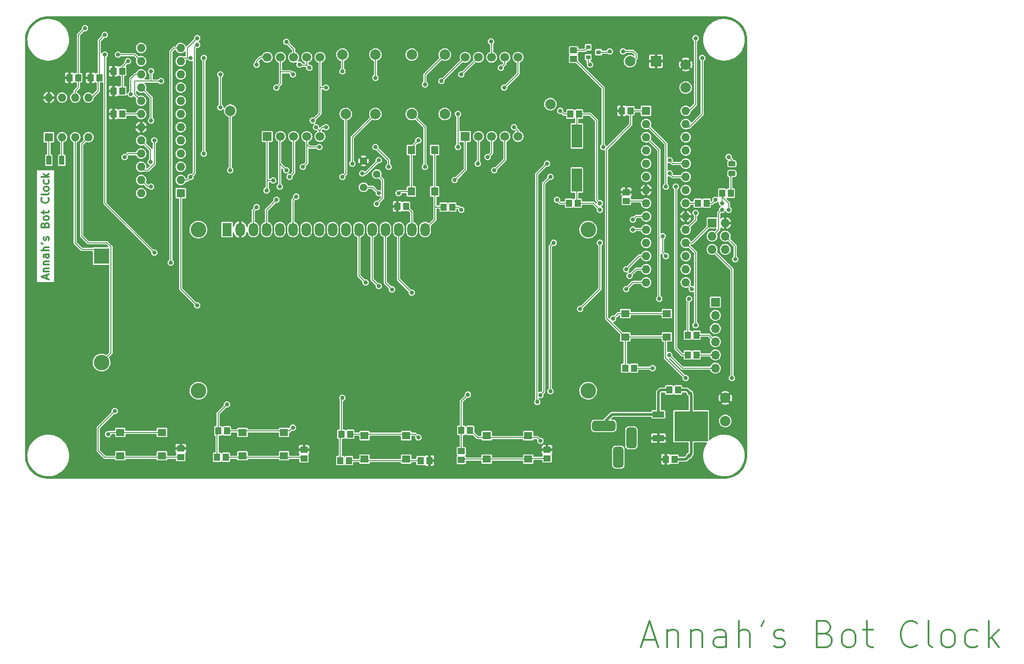
<source format=gbr>
%TF.GenerationSoftware,KiCad,Pcbnew,(6.0.5-0)*%
%TF.CreationDate,2022-07-17T13:44:33-04:00*%
%TF.ProjectId,Annahs_clock_hps,416e6e61-6873-45f6-936c-6f636b5f6870,rev?*%
%TF.SameCoordinates,Original*%
%TF.FileFunction,Copper,L1,Top*%
%TF.FilePolarity,Positive*%
%FSLAX46Y46*%
G04 Gerber Fmt 4.6, Leading zero omitted, Abs format (unit mm)*
G04 Created by KiCad (PCBNEW (6.0.5-0)) date 2022-07-17 13:44:33*
%MOMM*%
%LPD*%
G01*
G04 APERTURE LIST*
G04 Aperture macros list*
%AMRoundRect*
0 Rectangle with rounded corners*
0 $1 Rounding radius*
0 $2 $3 $4 $5 $6 $7 $8 $9 X,Y pos of 4 corners*
0 Add a 4 corners polygon primitive as box body*
4,1,4,$2,$3,$4,$5,$6,$7,$8,$9,$2,$3,0*
0 Add four circle primitives for the rounded corners*
1,1,$1+$1,$2,$3*
1,1,$1+$1,$4,$5*
1,1,$1+$1,$6,$7*
1,1,$1+$1,$8,$9*
0 Add four rect primitives between the rounded corners*
20,1,$1+$1,$2,$3,$4,$5,0*
20,1,$1+$1,$4,$5,$6,$7,0*
20,1,$1+$1,$6,$7,$8,$9,0*
20,1,$1+$1,$8,$9,$2,$3,0*%
G04 Aperture macros list end*
%ADD10C,0.300000*%
%TA.AperFunction,NonConductor*%
%ADD11C,0.300000*%
%TD*%
%TA.AperFunction,SMDPad,CuDef*%
%ADD12R,1.150000X1.400000*%
%TD*%
%TA.AperFunction,ComponentPad*%
%ADD13C,1.440000*%
%TD*%
%TA.AperFunction,SMDPad,CuDef*%
%ADD14R,1.000000X1.800000*%
%TD*%
%TA.AperFunction,ComponentPad*%
%ADD15C,2.000000*%
%TD*%
%TA.AperFunction,SMDPad,CuDef*%
%ADD16R,2.200000X1.200000*%
%TD*%
%TA.AperFunction,SMDPad,CuDef*%
%ADD17R,6.400000X5.800000*%
%TD*%
%TA.AperFunction,SMDPad,CuDef*%
%ADD18R,1.400000X1.150000*%
%TD*%
%TA.AperFunction,ComponentPad*%
%ADD19R,1.700000X1.700000*%
%TD*%
%TA.AperFunction,ComponentPad*%
%ADD20C,1.700000*%
%TD*%
%TA.AperFunction,ComponentPad*%
%ADD21R,1.600000X1.600000*%
%TD*%
%TA.AperFunction,ComponentPad*%
%ADD22O,1.600000X1.600000*%
%TD*%
%TA.AperFunction,SMDPad,CuDef*%
%ADD23R,0.900000X0.800000*%
%TD*%
%TA.AperFunction,SMDPad,CuDef*%
%ADD24RoundRect,0.243750X-0.456250X0.243750X-0.456250X-0.243750X0.456250X-0.243750X0.456250X0.243750X0*%
%TD*%
%TA.AperFunction,SMDPad,CuDef*%
%ADD25R,1.400000X1.600000*%
%TD*%
%TA.AperFunction,SMDPad,CuDef*%
%ADD26R,2.000000X4.500000*%
%TD*%
%TA.AperFunction,ComponentPad*%
%ADD27R,2.000000X2.000000*%
%TD*%
%TA.AperFunction,SMDPad,CuDef*%
%ADD28R,1.600000X1.400000*%
%TD*%
%TA.AperFunction,ComponentPad*%
%ADD29O,1.700000X1.700000*%
%TD*%
%TA.AperFunction,ComponentPad*%
%ADD30R,3.000000X3.000000*%
%TD*%
%TA.AperFunction,ComponentPad*%
%ADD31C,3.000000*%
%TD*%
%TA.AperFunction,ComponentPad*%
%ADD32R,1.800000X2.600000*%
%TD*%
%TA.AperFunction,ComponentPad*%
%ADD33O,1.800000X2.600000*%
%TD*%
%TA.AperFunction,ComponentPad*%
%ADD34RoundRect,0.500000X1.750000X0.500000X-1.750000X0.500000X-1.750000X-0.500000X1.750000X-0.500000X0*%
%TD*%
%TA.AperFunction,ComponentPad*%
%ADD35RoundRect,0.500000X-0.500000X1.500000X-0.500000X-1.500000X0.500000X-1.500000X0.500000X1.500000X0*%
%TD*%
%TA.AperFunction,ViaPad*%
%ADD36C,0.812800*%
%TD*%
%TA.AperFunction,Conductor*%
%ADD37C,0.203200*%
%TD*%
%TA.AperFunction,Conductor*%
%ADD38C,0.508000*%
%TD*%
G04 APERTURE END LIST*
D10*
D11*
X199450476Y-175471666D02*
X201869523Y-175471666D01*
X198966666Y-176923095D02*
X200660000Y-171843095D01*
X202353333Y-176923095D01*
X204046666Y-173536428D02*
X204046666Y-176923095D01*
X204046666Y-174020238D02*
X204288571Y-173778333D01*
X204772380Y-173536428D01*
X205498095Y-173536428D01*
X205981904Y-173778333D01*
X206223809Y-174262142D01*
X206223809Y-176923095D01*
X208642857Y-173536428D02*
X208642857Y-176923095D01*
X208642857Y-174020238D02*
X208884761Y-173778333D01*
X209368571Y-173536428D01*
X210094285Y-173536428D01*
X210578095Y-173778333D01*
X210820000Y-174262142D01*
X210820000Y-176923095D01*
X215416190Y-176923095D02*
X215416190Y-174262142D01*
X215174285Y-173778333D01*
X214690476Y-173536428D01*
X213722857Y-173536428D01*
X213239047Y-173778333D01*
X215416190Y-176681190D02*
X214932380Y-176923095D01*
X213722857Y-176923095D01*
X213239047Y-176681190D01*
X212997142Y-176197380D01*
X212997142Y-175713571D01*
X213239047Y-175229761D01*
X213722857Y-174987857D01*
X214932380Y-174987857D01*
X215416190Y-174745952D01*
X217835238Y-176923095D02*
X217835238Y-171843095D01*
X220012380Y-176923095D02*
X220012380Y-174262142D01*
X219770476Y-173778333D01*
X219286666Y-173536428D01*
X218560952Y-173536428D01*
X218077142Y-173778333D01*
X217835238Y-174020238D01*
X222673333Y-171843095D02*
X222189523Y-172810714D01*
X224608571Y-176681190D02*
X225092380Y-176923095D01*
X226060000Y-176923095D01*
X226543809Y-176681190D01*
X226785714Y-176197380D01*
X226785714Y-175955476D01*
X226543809Y-175471666D01*
X226060000Y-175229761D01*
X225334285Y-175229761D01*
X224850476Y-174987857D01*
X224608571Y-174504047D01*
X224608571Y-174262142D01*
X224850476Y-173778333D01*
X225334285Y-173536428D01*
X226060000Y-173536428D01*
X226543809Y-173778333D01*
X234526666Y-174262142D02*
X235252380Y-174504047D01*
X235494285Y-174745952D01*
X235736190Y-175229761D01*
X235736190Y-175955476D01*
X235494285Y-176439285D01*
X235252380Y-176681190D01*
X234768571Y-176923095D01*
X232833333Y-176923095D01*
X232833333Y-171843095D01*
X234526666Y-171843095D01*
X235010476Y-172085000D01*
X235252380Y-172326904D01*
X235494285Y-172810714D01*
X235494285Y-173294523D01*
X235252380Y-173778333D01*
X235010476Y-174020238D01*
X234526666Y-174262142D01*
X232833333Y-174262142D01*
X238639047Y-176923095D02*
X238155238Y-176681190D01*
X237913333Y-176439285D01*
X237671428Y-175955476D01*
X237671428Y-174504047D01*
X237913333Y-174020238D01*
X238155238Y-173778333D01*
X238639047Y-173536428D01*
X239364761Y-173536428D01*
X239848571Y-173778333D01*
X240090476Y-174020238D01*
X240332380Y-174504047D01*
X240332380Y-175955476D01*
X240090476Y-176439285D01*
X239848571Y-176681190D01*
X239364761Y-176923095D01*
X238639047Y-176923095D01*
X241783809Y-173536428D02*
X243719047Y-173536428D01*
X242509523Y-171843095D02*
X242509523Y-176197380D01*
X242751428Y-176681190D01*
X243235238Y-176923095D01*
X243719047Y-176923095D01*
X252185714Y-176439285D02*
X251943809Y-176681190D01*
X251218095Y-176923095D01*
X250734285Y-176923095D01*
X250008571Y-176681190D01*
X249524761Y-176197380D01*
X249282857Y-175713571D01*
X249040952Y-174745952D01*
X249040952Y-174020238D01*
X249282857Y-173052619D01*
X249524761Y-172568809D01*
X250008571Y-172085000D01*
X250734285Y-171843095D01*
X251218095Y-171843095D01*
X251943809Y-172085000D01*
X252185714Y-172326904D01*
X255088571Y-176923095D02*
X254604761Y-176681190D01*
X254362857Y-176197380D01*
X254362857Y-171843095D01*
X257749523Y-176923095D02*
X257265714Y-176681190D01*
X257023809Y-176439285D01*
X256781904Y-175955476D01*
X256781904Y-174504047D01*
X257023809Y-174020238D01*
X257265714Y-173778333D01*
X257749523Y-173536428D01*
X258475238Y-173536428D01*
X258959047Y-173778333D01*
X259200952Y-174020238D01*
X259442857Y-174504047D01*
X259442857Y-175955476D01*
X259200952Y-176439285D01*
X258959047Y-176681190D01*
X258475238Y-176923095D01*
X257749523Y-176923095D01*
X263797142Y-176681190D02*
X263313333Y-176923095D01*
X262345714Y-176923095D01*
X261861904Y-176681190D01*
X261620000Y-176439285D01*
X261378095Y-175955476D01*
X261378095Y-174504047D01*
X261620000Y-174020238D01*
X261861904Y-173778333D01*
X262345714Y-173536428D01*
X263313333Y-173536428D01*
X263797142Y-173778333D01*
X265974285Y-176923095D02*
X265974285Y-171843095D01*
X266458095Y-174987857D02*
X267909523Y-176923095D01*
X267909523Y-173536428D02*
X265974285Y-175471666D01*
D10*
D11*
X84705000Y-105992142D02*
X84705000Y-105277857D01*
X85133571Y-106135000D02*
X83633571Y-105635000D01*
X85133571Y-105135000D01*
X84133571Y-104635000D02*
X85133571Y-104635000D01*
X84276428Y-104635000D02*
X84205000Y-104563571D01*
X84133571Y-104420714D01*
X84133571Y-104206428D01*
X84205000Y-104063571D01*
X84347857Y-103992142D01*
X85133571Y-103992142D01*
X84133571Y-103277857D02*
X85133571Y-103277857D01*
X84276428Y-103277857D02*
X84205000Y-103206428D01*
X84133571Y-103063571D01*
X84133571Y-102849285D01*
X84205000Y-102706428D01*
X84347857Y-102635000D01*
X85133571Y-102635000D01*
X85133571Y-101277857D02*
X84347857Y-101277857D01*
X84205000Y-101349285D01*
X84133571Y-101492142D01*
X84133571Y-101777857D01*
X84205000Y-101920714D01*
X85062142Y-101277857D02*
X85133571Y-101420714D01*
X85133571Y-101777857D01*
X85062142Y-101920714D01*
X84919285Y-101992142D01*
X84776428Y-101992142D01*
X84633571Y-101920714D01*
X84562142Y-101777857D01*
X84562142Y-101420714D01*
X84490714Y-101277857D01*
X85133571Y-100563571D02*
X83633571Y-100563571D01*
X85133571Y-99920714D02*
X84347857Y-99920714D01*
X84205000Y-99992142D01*
X84133571Y-100135000D01*
X84133571Y-100349285D01*
X84205000Y-100492142D01*
X84276428Y-100563571D01*
X83633571Y-99135000D02*
X83919285Y-99277857D01*
X85062142Y-98563571D02*
X85133571Y-98420714D01*
X85133571Y-98135000D01*
X85062142Y-97992142D01*
X84919285Y-97920714D01*
X84847857Y-97920714D01*
X84705000Y-97992142D01*
X84633571Y-98135000D01*
X84633571Y-98349285D01*
X84562142Y-98492142D01*
X84419285Y-98563571D01*
X84347857Y-98563571D01*
X84205000Y-98492142D01*
X84133571Y-98349285D01*
X84133571Y-98135000D01*
X84205000Y-97992142D01*
X84347857Y-95635000D02*
X84419285Y-95420714D01*
X84490714Y-95349285D01*
X84633571Y-95277857D01*
X84847857Y-95277857D01*
X84990714Y-95349285D01*
X85062142Y-95420714D01*
X85133571Y-95563571D01*
X85133571Y-96135000D01*
X83633571Y-96135000D01*
X83633571Y-95635000D01*
X83705000Y-95492142D01*
X83776428Y-95420714D01*
X83919285Y-95349285D01*
X84062142Y-95349285D01*
X84205000Y-95420714D01*
X84276428Y-95492142D01*
X84347857Y-95635000D01*
X84347857Y-96135000D01*
X85133571Y-94420714D02*
X85062142Y-94563571D01*
X84990714Y-94635000D01*
X84847857Y-94706428D01*
X84419285Y-94706428D01*
X84276428Y-94635000D01*
X84205000Y-94563571D01*
X84133571Y-94420714D01*
X84133571Y-94206428D01*
X84205000Y-94063571D01*
X84276428Y-93992142D01*
X84419285Y-93920714D01*
X84847857Y-93920714D01*
X84990714Y-93992142D01*
X85062142Y-94063571D01*
X85133571Y-94206428D01*
X85133571Y-94420714D01*
X84133571Y-93492142D02*
X84133571Y-92920714D01*
X83633571Y-93277857D02*
X84919285Y-93277857D01*
X85062142Y-93206428D01*
X85133571Y-93063571D01*
X85133571Y-92920714D01*
X84990714Y-90420714D02*
X85062142Y-90492142D01*
X85133571Y-90706428D01*
X85133571Y-90849285D01*
X85062142Y-91063571D01*
X84919285Y-91206428D01*
X84776428Y-91277857D01*
X84490714Y-91349285D01*
X84276428Y-91349285D01*
X83990714Y-91277857D01*
X83847857Y-91206428D01*
X83705000Y-91063571D01*
X83633571Y-90849285D01*
X83633571Y-90706428D01*
X83705000Y-90492142D01*
X83776428Y-90420714D01*
X85133571Y-89563571D02*
X85062142Y-89706428D01*
X84919285Y-89777857D01*
X83633571Y-89777857D01*
X85133571Y-88777857D02*
X85062142Y-88920714D01*
X84990714Y-88992142D01*
X84847857Y-89063571D01*
X84419285Y-89063571D01*
X84276428Y-88992142D01*
X84205000Y-88920714D01*
X84133571Y-88777857D01*
X84133571Y-88563571D01*
X84205000Y-88420714D01*
X84276428Y-88349285D01*
X84419285Y-88277857D01*
X84847857Y-88277857D01*
X84990714Y-88349285D01*
X85062142Y-88420714D01*
X85133571Y-88563571D01*
X85133571Y-88777857D01*
X85062142Y-86992142D02*
X85133571Y-87135000D01*
X85133571Y-87420714D01*
X85062142Y-87563571D01*
X84990714Y-87635000D01*
X84847857Y-87706428D01*
X84419285Y-87706428D01*
X84276428Y-87635000D01*
X84205000Y-87563571D01*
X84133571Y-87420714D01*
X84133571Y-87135000D01*
X84205000Y-86992142D01*
X85133571Y-86349285D02*
X83633571Y-86349285D01*
X84562142Y-86206428D02*
X85133571Y-85777857D01*
X84133571Y-85777857D02*
X84705000Y-86349285D01*
D12*
%TO.P,C6,1*%
%TO.N,Net-(C6-Pad1)*%
X204465000Y-127380000D03*
%TO.P,C6,2*%
%TO.N,GND*%
X206165000Y-127380000D03*
%TD*%
%TO.P,R6,1*%
%TO.N,/RTC_SDA*%
X94830000Y-67310000D03*
%TO.P,R6,2*%
%TO.N,VCC*%
X93130000Y-67310000D03*
%TD*%
D13*
%TO.P,RV1,1,1*%
%TO.N,GND*%
X145665000Y-88382500D03*
%TO.P,RV1,2,2*%
%TO.N,Net-(DS1-Pad3)*%
X148205000Y-85842500D03*
%TO.P,RV1,3,3*%
%TO.N,VCC*%
X145665000Y-83302500D03*
%TD*%
D14*
%TO.P,Y2,1,1*%
%TO.N,/RTC_XTAL1*%
X85110000Y-83185000D03*
%TO.P,Y2,2,2*%
%TO.N,/RTC_XTAL2*%
X87610000Y-83185000D03*
%TD*%
D15*
%TO.P,TP9,1,1*%
%TO.N,/Dig01_G*%
X147955000Y-62865000D03*
%TD*%
D12*
%TO.P,R17,1*%
%TO.N,Net-(DS1-Pad15)*%
X153885000Y-92075000D03*
%TO.P,R17,2*%
%TO.N,VCC*%
X152185000Y-92075000D03*
%TD*%
D16*
%TO.P,U3,1,IN*%
%TO.N,Net-(C6-Pad1)*%
X202385000Y-132085000D03*
D17*
%TO.P,U3,2,GND*%
%TO.N,GND*%
X208685000Y-134365000D03*
D16*
%TO.P,U3,3,OUT*%
%TO.N,VCC*%
X202385000Y-136645000D03*
%TD*%
D18*
%TO.P,R14,1*%
%TO.N,/Buzzer*%
X186055000Y-63715000D03*
%TO.P,R14,2*%
%TO.N,Net-(Q1-Pad1)*%
X186055000Y-62015000D03*
%TD*%
D19*
%TO.P,U5,1,E*%
%TO.N,/Dig01_E*%
X127127000Y-78613000D03*
D20*
%TO.P,U5,2,D*%
%TO.N,/Dig01_D*%
X129667000Y-78613000D03*
%TO.P,U5,3,CC*%
%TO.N,/Dig0_Com*%
X132207000Y-78613000D03*
%TO.P,U5,4,C*%
%TO.N,/Dig01_C*%
X134747000Y-78613000D03*
%TO.P,U5,5,DP*%
%TO.N,/Dig01_DP*%
X137287000Y-78613000D03*
%TO.P,U5,6,B*%
%TO.N,/Dig01_B*%
X137287000Y-63373000D03*
%TO.P,U5,7,A*%
%TO.N,/Dig01_A*%
X134747000Y-63373000D03*
%TO.P,U5,8,CC*%
%TO.N,/Dig0_Com*%
X132207000Y-63373000D03*
%TO.P,U5,9,F*%
%TO.N,/Dig01_F*%
X129667000Y-63373000D03*
%TO.P,U5,10,G*%
%TO.N,/Dig01_G*%
X127127000Y-63373000D03*
%TD*%
D15*
%TO.P,TP7,1,1*%
%TO.N,/Dig01_E*%
X142240000Y-74295000D03*
%TD*%
D12*
%TO.P,R5,1*%
%TO.N,~{RESET}*%
X197065000Y-73660000D03*
%TO.P,R5,2*%
%TO.N,VCC*%
X195365000Y-73660000D03*
%TD*%
%TO.P,C2,1*%
%TO.N,/AREF*%
X209970000Y-91440000D03*
%TO.P,C2,2*%
%TO.N,GND*%
X211670000Y-91440000D03*
%TD*%
%TO.P,R10,1*%
%TO.N,VCC*%
X97575000Y-74295000D03*
%TO.P,R10,2*%
%TO.N,Net-(R10-Pad2)*%
X99275000Y-74295000D03*
%TD*%
%TO.P,C10,1*%
%TO.N,GND*%
X119390000Y-135255000D03*
%TO.P,C10,2*%
%TO.N,/Down_SW*%
X117690000Y-135255000D03*
%TD*%
D21*
%TO.P,U2,1,DIN*%
%TO.N,MOSI*%
X110490000Y-89535000D03*
D22*
%TO.P,U2,2,DIG_0*%
%TO.N,/Dig0_Com*%
X110490000Y-86995000D03*
%TO.P,U2,3,DIG_4*%
%TO.N,unconnected-(U2-Pad3)*%
X110490000Y-84455000D03*
%TO.P,U2,4,GND*%
%TO.N,GND*%
X110490000Y-81915000D03*
%TO.P,U2,5,DIG_6*%
%TO.N,unconnected-(U2-Pad5)*%
X110490000Y-79375000D03*
%TO.P,U2,6,DIG_2*%
%TO.N,unconnected-(U2-Pad6)*%
X110490000Y-76835000D03*
%TO.P,U2,7,DIG_3*%
%TO.N,unconnected-(U2-Pad7)*%
X110490000Y-74295000D03*
%TO.P,U2,8,DIG_7*%
%TO.N,unconnected-(U2-Pad8)*%
X110490000Y-71755000D03*
%TO.P,U2,9,GND*%
%TO.N,GND*%
X110490000Y-69215000D03*
%TO.P,U2,10,DIG_5*%
%TO.N,unconnected-(U2-Pad10)*%
X110490000Y-66675000D03*
%TO.P,U2,11,DIG_1*%
%TO.N,/Dig1_Com*%
X110490000Y-64135000D03*
%TO.P,U2,12,LOAD*%
%TO.N,/Driver_Load*%
X110490000Y-61595000D03*
%TO.P,U2,13,CLK*%
%TO.N,LED_SCK*%
X102870000Y-61595000D03*
%TO.P,U2,14,SEG_A*%
%TO.N,/Dig01_A*%
X102870000Y-64135000D03*
%TO.P,U2,15,SEG_F*%
%TO.N,/Dig01_F*%
X102870000Y-66675000D03*
%TO.P,U2,16,SEG_B*%
%TO.N,/Dig01_B*%
X102870000Y-69215000D03*
%TO.P,U2,17,SEG_G*%
%TO.N,/Dig01_G*%
X102870000Y-71755000D03*
%TO.P,U2,18,ISET*%
%TO.N,Net-(R10-Pad2)*%
X102870000Y-74295000D03*
%TO.P,U2,19,V+*%
%TO.N,VCC*%
X102870000Y-76835000D03*
%TO.P,U2,20,SEG_C*%
%TO.N,/Dig01_C*%
X102870000Y-79375000D03*
%TO.P,U2,21,SEG_E*%
%TO.N,/Dig01_E*%
X102870000Y-81915000D03*
%TO.P,U2,22,SEG_DP*%
%TO.N,/Dig01_DP*%
X102870000Y-84455000D03*
%TO.P,U2,23,SEG_D*%
%TO.N,/Dig01_D*%
X102870000Y-86995000D03*
%TO.P,U2,24,DOUT*%
%TO.N,unconnected-(U2-Pad24)*%
X102870000Y-89535000D03*
%TD*%
D12*
%TO.P,C8,1*%
%TO.N,VCC*%
X97575000Y-69850000D03*
%TO.P,C8,2*%
%TO.N,GND*%
X99275000Y-69850000D03*
%TD*%
D23*
%TO.P,Q1,1,B*%
%TO.N,Net-(Q1-Pad1)*%
X188880000Y-61445000D03*
%TO.P,Q1,2,E*%
%TO.N,GND*%
X188880000Y-63345000D03*
%TO.P,Q1,3,C*%
X190880000Y-62395000D03*
%TD*%
D12*
%TO.P,C7,1*%
%TO.N,VCC*%
X203830000Y-140715000D03*
%TO.P,C7,2*%
%TO.N,GND*%
X205530000Y-140715000D03*
%TD*%
D24*
%TO.P,D1,1,K*%
%TO.N,GND*%
X216535000Y-83850000D03*
%TO.P,D1,2,A*%
%TO.N,Net-(R11-Pad2)*%
X216535000Y-85725000D03*
%TD*%
D15*
%TO.P,TP5,1,1*%
%TO.N,/Dig01_C*%
X154940000Y-74295000D03*
%TD*%
D18*
%TO.P,R13,1*%
%TO.N,/Select_SW*%
X164465000Y-139167500D03*
%TO.P,R13,2*%
%TO.N,Net-(R13-Pad2)*%
X164465000Y-140867500D03*
%TD*%
D12*
%TO.P,R15,1*%
%TO.N,/Up_SW*%
X141175000Y-140970000D03*
%TO.P,R15,2*%
%TO.N,Net-(R15-Pad2)*%
X142875000Y-140970000D03*
%TD*%
D15*
%TO.P,TP14,1,1*%
%TO.N,VCC*%
X207645000Y-64770000D03*
%TD*%
D12*
%TO.P,R12,1*%
%TO.N,/Down_SW*%
X117475000Y-140335000D03*
%TO.P,R12,2*%
%TO.N,Net-(R1-Pad1)*%
X119175000Y-140335000D03*
%TD*%
D25*
%TO.P,SW6,1,A*%
%TO.N,GND*%
X154845000Y-89207500D03*
%TO.P,SW6,2,A*%
X154845000Y-81207500D03*
%TO.P,SW6,3,B*%
%TO.N,Net-(DS1-Pad16)*%
X159345000Y-89207500D03*
%TO.P,SW6,4,B*%
X159345000Y-81207500D03*
%TD*%
D12*
%TO.P,C11,1*%
%TO.N,GND*%
X166165000Y-135152500D03*
%TO.P,C11,2*%
%TO.N,/Select_SW*%
X164465000Y-135152500D03*
%TD*%
D15*
%TO.P,TP10,1,1*%
%TO.N,/Dig01_DP*%
X161290000Y-74295000D03*
%TD*%
D21*
%TO.P,U1,1,X1*%
%TO.N,/RTC_XTAL1*%
X85100000Y-78740000D03*
D22*
%TO.P,U1,2,X2*%
%TO.N,/RTC_XTAL2*%
X87640000Y-78740000D03*
%TO.P,U1,3,VBAT*%
%TO.N,/VBAT*%
X90180000Y-78740000D03*
%TO.P,U1,4,GND*%
%TO.N,GND*%
X92720000Y-78740000D03*
%TO.P,U1,5,SDA*%
%TO.N,/RTC_SDA*%
X92720000Y-71120000D03*
%TO.P,U1,6,SCL*%
%TO.N,/RTC_SCL*%
X90180000Y-71120000D03*
%TO.P,U1,7,SQW/OUT*%
%TO.N,unconnected-(U1-Pad7)*%
X87640000Y-71120000D03*
%TO.P,U1,8,VCC*%
%TO.N,VCC*%
X85100000Y-71120000D03*
%TD*%
D18*
%TO.P,R1,1*%
%TO.N,Net-(R1-Pad1)*%
X134200000Y-140550000D03*
%TO.P,R1,2*%
%TO.N,VCC*%
X134200000Y-138850000D03*
%TD*%
D26*
%TO.P,Y1,1,1*%
%TO.N,/Clk_Crystal2*%
X186690000Y-86995000D03*
%TO.P,Y1,2,2*%
%TO.N,/Clk_Crystal1*%
X186690000Y-78495000D03*
%TD*%
D15*
%TO.P,TP4,1,1*%
%TO.N,/Dig01_B*%
X161290000Y-62865000D03*
%TD*%
D27*
%TO.P,BZ1,1,-*%
%TO.N,VCC*%
X201930000Y-64135000D03*
D15*
%TO.P,BZ1,2,+*%
%TO.N,GND*%
X196930000Y-64135000D03*
%TD*%
D18*
%TO.P,R8,1*%
%TO.N,MISO*%
X110490000Y-140335000D03*
%TO.P,R8,2*%
%TO.N,VCC*%
X110490000Y-138635000D03*
%TD*%
D12*
%TO.P,R9,1*%
%TO.N,Net-(R15-Pad2)*%
X156630000Y-140970000D03*
%TO.P,R9,2*%
%TO.N,VCC*%
X158330000Y-140970000D03*
%TD*%
D28*
%TO.P,SW2,1,A*%
%TO.N,GND*%
X122365000Y-135545000D03*
%TO.P,SW2,2,A*%
X130365000Y-135545000D03*
%TO.P,SW2,3,B*%
%TO.N,Net-(R1-Pad1)*%
X122365000Y-140045000D03*
%TO.P,SW2,4,B*%
X130365000Y-140045000D03*
%TD*%
D15*
%TO.P,TP1,1,1*%
%TO.N,/Dig1_Com*%
X181610000Y-72390000D03*
%TD*%
D19*
%TO.P,J1,1,Pin_1*%
%TO.N,GND*%
X213360000Y-110490000D03*
D29*
%TO.P,J1,2,Pin_2*%
X213360000Y-113030000D03*
%TO.P,J1,3,Pin_3*%
%TO.N,unconnected-(J1-Pad3)*%
X213360000Y-115570000D03*
%TO.P,J1,4,Pin_4*%
%TO.N,Net-(J1-Pad4)*%
X213360000Y-118110000D03*
%TO.P,J1,5,Pin_5*%
%TO.N,Net-(J1-Pad5)*%
X213360000Y-120650000D03*
%TO.P,J1,6,Pin_6*%
%TO.N,Net-(C3-Pad2)*%
X213360000Y-123190000D03*
%TD*%
D12*
%TO.P,R11,1*%
%TO.N,LED_SCK*%
X214630000Y-89535000D03*
%TO.P,R11,2*%
%TO.N,Net-(R11-Pad2)*%
X216330000Y-89535000D03*
%TD*%
D19*
%TO.P,J3,1,Pin_1*%
%TO.N,MISO*%
X212720000Y-95265000D03*
D29*
%TO.P,J3,2,Pin_2*%
%TO.N,VCC*%
X215260000Y-95265000D03*
%TO.P,J3,3,Pin_3*%
%TO.N,LED_SCK*%
X212720000Y-97805000D03*
%TO.P,J3,4,Pin_4*%
%TO.N,MOSI*%
X215260000Y-97805000D03*
%TO.P,J3,5,Pin_5*%
%TO.N,~{RESET}*%
X212720000Y-100345000D03*
%TO.P,J3,6,Pin_6*%
%TO.N,GND*%
X215260000Y-100345000D03*
%TD*%
D12*
%TO.P,C4,1*%
%TO.N,GND*%
X185420000Y-74295000D03*
%TO.P,C4,2*%
%TO.N,/Clk_Crystal1*%
X187120000Y-74295000D03*
%TD*%
%TO.P,R16,1*%
%TO.N,Net-(DS1-Pad16)*%
X161075000Y-92192500D03*
%TO.P,R16,2*%
%TO.N,GND*%
X162775000Y-92192500D03*
%TD*%
%TO.P,C5,1*%
%TO.N,/Clk_Crystal2*%
X186905000Y-91440000D03*
%TO.P,C5,2*%
%TO.N,GND*%
X185205000Y-91440000D03*
%TD*%
%TO.P,R4,1*%
%TO.N,RXD*%
X208065000Y-120650000D03*
%TO.P,R4,2*%
%TO.N,Net-(J1-Pad5)*%
X209765000Y-120650000D03*
%TD*%
D28*
%TO.P,SW1,1,A*%
%TO.N,GND*%
X169355000Y-136180000D03*
%TO.P,SW1,2,A*%
X177355000Y-136180000D03*
%TO.P,SW1,3,B*%
%TO.N,Net-(R13-Pad2)*%
X169355000Y-140680000D03*
%TO.P,SW1,4,B*%
X177355000Y-140680000D03*
%TD*%
D15*
%TO.P,TP6,1,1*%
%TO.N,/Dig01_D*%
X147955000Y-74295000D03*
%TD*%
%TO.P,TP2,1,1*%
%TO.N,VCC*%
X215265000Y-128905000D03*
%TD*%
D12*
%TO.P,C13,1*%
%TO.N,GND*%
X143090000Y-135890000D03*
%TO.P,C13,2*%
%TO.N,/Up_SW*%
X141390000Y-135890000D03*
%TD*%
D18*
%TO.P,R2,1*%
%TO.N,Net-(R13-Pad2)*%
X180975000Y-140550000D03*
%TO.P,R2,2*%
%TO.N,VCC*%
X180975000Y-138850000D03*
%TD*%
D15*
%TO.P,TP3,1,1*%
%TO.N,/Dig01_A*%
X154940000Y-62865000D03*
%TD*%
D12*
%TO.P,C3,1*%
%TO.N,~{RESET}*%
X196000000Y-123190000D03*
%TO.P,C3,2*%
%TO.N,Net-(C3-Pad2)*%
X197700000Y-123190000D03*
%TD*%
D15*
%TO.P,TP13,1,1*%
%TO.N,GND*%
X207645000Y-69215000D03*
%TD*%
D28*
%TO.P,SW3,1,A*%
%TO.N,GND*%
X98870000Y-135545000D03*
%TO.P,SW3,2,A*%
X106870000Y-135545000D03*
%TO.P,SW3,3,B*%
%TO.N,MISO*%
X98870000Y-140045000D03*
%TO.P,SW3,4,B*%
X106870000Y-140045000D03*
%TD*%
%TO.P,SW4,1,A*%
%TO.N,GND*%
X145860000Y-136180000D03*
%TO.P,SW4,2,A*%
X153860000Y-136180000D03*
%TO.P,SW4,3,B*%
%TO.N,Net-(R15-Pad2)*%
X145860000Y-140680000D03*
%TO.P,SW4,4,B*%
X153860000Y-140680000D03*
%TD*%
D15*
%TO.P,TP11,1,1*%
%TO.N,/Dig0_Com*%
X120015000Y-73660000D03*
%TD*%
%TO.P,TP8,1,1*%
%TO.N,/Dig01_F*%
X141605000Y-62865000D03*
%TD*%
D19*
%TO.P,U4,1,E*%
%TO.N,/Dig01_E*%
X165227000Y-78613000D03*
D20*
%TO.P,U4,2,D*%
%TO.N,/Dig01_D*%
X167767000Y-78613000D03*
%TO.P,U4,3,CC*%
%TO.N,/Dig1_Com*%
X170307000Y-78613000D03*
%TO.P,U4,4,C*%
%TO.N,/Dig01_C*%
X172847000Y-78613000D03*
%TO.P,U4,5,DP*%
%TO.N,/Dig01_DP*%
X175387000Y-78613000D03*
%TO.P,U4,6,B*%
%TO.N,/Dig01_B*%
X175387000Y-63373000D03*
%TO.P,U4,7,A*%
%TO.N,/Dig01_A*%
X172847000Y-63373000D03*
%TO.P,U4,8,CC*%
%TO.N,/Dig1_Com*%
X170307000Y-63373000D03*
%TO.P,U4,9,F*%
%TO.N,/Dig01_F*%
X167767000Y-63373000D03*
%TO.P,U4,10,G*%
%TO.N,/Dig01_G*%
X165227000Y-63373000D03*
%TD*%
D18*
%TO.P,C1,1*%
%TO.N,VCC*%
X196215000Y-89320000D03*
%TO.P,C1,2*%
%TO.N,GND*%
X196215000Y-91020000D03*
%TD*%
D12*
%TO.P,R3,1*%
%TO.N,TXD*%
X208065000Y-116840000D03*
%TO.P,R3,2*%
%TO.N,Net-(J1-Pad4)*%
X209765000Y-116840000D03*
%TD*%
D21*
%TO.P,UI1,1,~{RESET}/PC6*%
%TO.N,~{RESET}*%
X200035000Y-73670000D03*
D22*
%TO.P,UI1,2,PD0*%
%TO.N,RXD*%
X200035000Y-76210000D03*
%TO.P,UI1,3,PD1*%
%TO.N,TXD*%
X200035000Y-78750000D03*
%TO.P,UI1,4,PD2*%
%TO.N,/Buzzer*%
X200035000Y-81290000D03*
%TO.P,UI1,5,PD3*%
%TO.N,/Down_SW*%
X200035000Y-83830000D03*
%TO.P,UI1,6,PD4*%
%TO.N,/Up_SW*%
X200035000Y-86370000D03*
%TO.P,UI1,7,VCC*%
%TO.N,VCC*%
X200035000Y-88910000D03*
%TO.P,UI1,8,GND*%
%TO.N,GND*%
X200035000Y-91450000D03*
%TO.P,UI1,9,XTAL1/PB6*%
%TO.N,/Clk_Crystal1*%
X200035000Y-93990000D03*
%TO.P,UI1,10,XTAL2/PB7*%
%TO.N,/Clk_Crystal2*%
X200035000Y-96530000D03*
%TO.P,UI1,11,PD5*%
%TO.N,/Select_SW*%
X200035000Y-99070000D03*
%TO.P,UI1,12,PD6*%
%TO.N,/LCD_Data4*%
X200035000Y-101610000D03*
%TO.P,UI1,13,PD7*%
%TO.N,/LCD_Data5*%
X200035000Y-104150000D03*
%TO.P,UI1,14,PB0*%
%TO.N,/LCD_Data6*%
X200035000Y-106690000D03*
%TO.P,UI1,15,PB1*%
%TO.N,/LCD_Data7*%
X207655000Y-106690000D03*
%TO.P,UI1,16,PB2*%
%TO.N,/Driver_Load*%
X207655000Y-104150000D03*
%TO.P,UI1,17,PB3*%
%TO.N,MOSI*%
X207655000Y-101610000D03*
%TO.P,UI1,18,PB4*%
%TO.N,MISO*%
X207655000Y-99070000D03*
%TO.P,UI1,19,PB5*%
%TO.N,LED_SCK*%
X207655000Y-96530000D03*
%TO.P,UI1,20,AVCC*%
%TO.N,VCC*%
X207655000Y-93990000D03*
%TO.P,UI1,21,AREF*%
%TO.N,/AREF*%
X207655000Y-91450000D03*
%TO.P,UI1,22,GND*%
%TO.N,GND*%
X207655000Y-88910000D03*
%TO.P,UI1,23,PC0*%
%TO.N,/LCD_RS*%
X207655000Y-86370000D03*
%TO.P,UI1,24,PC1*%
%TO.N,/LCD_Enable*%
X207655000Y-83830000D03*
%TO.P,UI1,25,PC2*%
%TO.N,unconnected-(UI1-Pad25)*%
X207655000Y-81290000D03*
%TO.P,UI1,26,PC3*%
%TO.N,unconnected-(UI1-Pad26)*%
X207655000Y-78750000D03*
%TO.P,UI1,27,PC4*%
%TO.N,/RTC_SDA*%
X207655000Y-76210000D03*
%TO.P,UI1,28,PC5*%
%TO.N,/RTC_SCL*%
X207655000Y-73670000D03*
%TD*%
D12*
%TO.P,C9,1*%
%TO.N,VCC*%
X97575000Y-66040000D03*
%TO.P,C9,2*%
%TO.N,GND*%
X99275000Y-66040000D03*
%TD*%
D30*
%TO.P,BT1,1,+*%
%TO.N,/VBAT*%
X95250000Y-101600000D03*
D31*
%TO.P,BT1,2,-*%
%TO.N,GND*%
X95250000Y-122090000D03*
%TD*%
D28*
%TO.P,SW5,1,A*%
%TO.N,GND*%
X196025000Y-112685000D03*
%TO.P,SW5,2,A*%
X204025000Y-112685000D03*
%TO.P,SW5,3,B*%
%TO.N,~{RESET}*%
X196025000Y-117185000D03*
%TO.P,SW5,4,B*%
X204025000Y-117185000D03*
%TD*%
D31*
%TO.P,DS1,*%
%TO.N,*%
X188880000Y-96520000D03*
X113880900Y-96520000D03*
X113880900Y-127520700D03*
X188879480Y-127520700D03*
D32*
%TO.P,DS1,1,VSS*%
%TO.N,GND*%
X119380000Y-96520000D03*
D33*
%TO.P,DS1,2,VDD*%
%TO.N,VCC*%
X121920000Y-96520000D03*
%TO.P,DS1,3,VO*%
%TO.N,Net-(DS1-Pad3)*%
X124460000Y-96520000D03*
%TO.P,DS1,4,RS*%
%TO.N,/LCD_RS*%
X127000000Y-96520000D03*
%TO.P,DS1,5,R/W*%
%TO.N,GND*%
X129540000Y-96520000D03*
%TO.P,DS1,6,E*%
%TO.N,/LCD_Enable*%
X132080000Y-96520000D03*
%TO.P,DS1,7,D0*%
%TO.N,unconnected-(DS1-Pad7)*%
X134620000Y-96520000D03*
%TO.P,DS1,8,D1*%
%TO.N,unconnected-(DS1-Pad8)*%
X137160000Y-96520000D03*
%TO.P,DS1,9,D2*%
%TO.N,unconnected-(DS1-Pad9)*%
X139700000Y-96520000D03*
%TO.P,DS1,10,D3*%
%TO.N,unconnected-(DS1-Pad10)*%
X142240000Y-96520000D03*
%TO.P,DS1,11,D4*%
%TO.N,/LCD_Data4*%
X144780000Y-96520000D03*
%TO.P,DS1,12,D5*%
%TO.N,/LCD_Data5*%
X147320000Y-96520000D03*
%TO.P,DS1,13,D6*%
%TO.N,/LCD_Data6*%
X149860000Y-96520000D03*
%TO.P,DS1,14,D7*%
%TO.N,/LCD_Data7*%
X152400000Y-96520000D03*
%TO.P,DS1,15,LED(+)*%
%TO.N,Net-(DS1-Pad15)*%
X154940000Y-96520000D03*
%TO.P,DS1,16,LED(-)*%
%TO.N,Net-(DS1-Pad16)*%
X157480000Y-96520000D03*
%TD*%
D12*
%TO.P,R7,1*%
%TO.N,/RTC_SCL*%
X90805000Y-67310000D03*
%TO.P,R7,2*%
%TO.N,VCC*%
X89105000Y-67310000D03*
%TD*%
D34*
%TO.P,J2,1,POLE*%
%TO.N,Net-(C6-Pad1)*%
X191890000Y-134295000D03*
D35*
%TO.P,J2,2,OUT*%
%TO.N,GND*%
X197190000Y-136595000D03*
%TO.P,J2,3,OUT*%
%TO.N,unconnected-(J2-Pad3)*%
X194690000Y-140295000D03*
%TD*%
D15*
%TO.P,TP12,1,1*%
%TO.N,GND*%
X215265000Y-133350000D03*
%TD*%
D36*
%TO.N,GND*%
X148590000Y-89535000D03*
X189230000Y-64770000D03*
X182880000Y-90805000D03*
X193675000Y-113665000D03*
X208490000Y-128015000D03*
X100330000Y-64135000D03*
X156210000Y-136525000D03*
X152400000Y-89535000D03*
X183515000Y-73660000D03*
X193040000Y-62230000D03*
X195580000Y-62230000D03*
X213360000Y-90805000D03*
X132080000Y-134620000D03*
X215900000Y-82550000D03*
X96520000Y-135890000D03*
X208275000Y-140080000D03*
X164465000Y-92710000D03*
X156210000Y-79375000D03*
X179705000Y-137160000D03*
%TO.N,MISO*%
X97790001Y-131445000D03*
X209550000Y-114935000D03*
%TO.N,VCC*%
X196215000Y-92710000D03*
%TO.N,~{RESET}*%
X216535000Y-125095000D03*
X207645000Y-125095000D03*
%TO.N,Net-(C3-Pad2)*%
X204470000Y-120650000D03*
X201295000Y-123190000D03*
%TO.N,/Clk_Crystal1*%
X191135000Y-91440000D03*
X197485000Y-94615000D03*
%TO.N,/Clk_Crystal2*%
X197485000Y-96520000D03*
X191135000Y-92710000D03*
%TO.N,LED_SCK*%
X214630000Y-91440000D03*
X215900000Y-92710000D03*
X209550000Y-93345000D03*
X214630001Y-92709999D03*
X105410000Y-100965000D03*
X95885000Y-62865000D03*
%TO.N,/LCD_Data7*%
X154940000Y-108660700D03*
X208839300Y-107981750D03*
%TO.N,/LCD_Data6*%
X151130000Y-108025700D03*
X196215000Y-107950000D03*
%TO.N,/LCD_Data5*%
X148590000Y-107390700D03*
X196850000Y-105410000D03*
%TO.N,/LCD_Data4*%
X196215000Y-104140000D03*
X146050000Y-106680000D03*
%TO.N,/LCD_Enable*%
X132715000Y-90170000D03*
X204545700Y-83185000D03*
%TO.N,/LCD_RS*%
X204545700Y-85725000D03*
X128905000Y-90805000D03*
%TO.N,Net-(DS1-Pad3)*%
X148205000Y-91591401D03*
X125095000Y-92192500D03*
%TO.N,/Down_SW*%
X179089794Y-129691126D03*
X180975000Y-83820000D03*
X119380000Y-130175000D03*
%TO.N,/Select_SW*%
X165735000Y-128270000D03*
X182245000Y-99060000D03*
X181610000Y-127635000D03*
%TO.N,TXD*%
X202565000Y-109855000D03*
X208280000Y-109855000D03*
%TO.N,RXD*%
X205740000Y-88265000D03*
X203835000Y-88265000D03*
%TO.N,MOSI*%
X187325000Y-111760000D03*
X113665000Y-111125000D03*
X203835000Y-101600000D03*
X191135000Y-99060000D03*
X203200000Y-97790000D03*
X217170000Y-102235000D03*
%TO.N,/RTC_SDA*%
X95885000Y-59055000D03*
X210820000Y-63500000D03*
%TO.N,/RTC_SCL*%
X209550000Y-59690000D03*
X92075000Y-57785000D03*
%TO.N,/Up_SW*%
X181610000Y-86360000D03*
X141605000Y-128905000D03*
X179705000Y-128345700D03*
%TO.N,/Dig1_Com*%
X163830000Y-74295000D03*
X163830000Y-80645000D03*
X114935000Y-63500000D03*
X113665000Y-59690000D03*
X112395000Y-63500000D03*
X169545000Y-82550000D03*
X170180000Y-60325000D03*
X114935000Y-81915000D03*
%TO.N,/Dig01_A*%
X133350000Y-64770000D03*
X172085000Y-65405000D03*
X118110000Y-73025000D03*
X118110000Y-66675000D03*
X135255000Y-65405000D03*
X98425000Y-62865000D03*
%TO.N,/Dig01_F*%
X132080000Y-66675000D03*
X128905000Y-69215000D03*
X164465000Y-66675000D03*
X100889300Y-70485000D03*
X141605000Y-66040000D03*
%TO.N,/Dig01_B*%
X138430000Y-69215000D03*
X135890000Y-75565000D03*
X104775000Y-75565000D03*
X172720000Y-69215000D03*
X157480000Y-68580000D03*
%TO.N,/Dig01_G*%
X106680000Y-67945000D03*
X104775000Y-66040000D03*
X125095000Y-64770000D03*
X147955000Y-67310000D03*
X160655000Y-67945000D03*
%TO.N,/Dig01_C*%
X133985000Y-84455000D03*
X147955000Y-80645000D03*
X104699300Y-83523431D03*
X157480000Y-84455000D03*
X150495000Y-84455000D03*
X170815000Y-85090000D03*
X137160000Y-80645000D03*
%TO.N,/Dig01_E*%
X99695000Y-82550000D03*
X128270000Y-87070700D03*
X127000000Y-88975700D03*
X141605000Y-86360000D03*
X163195000Y-86995000D03*
%TO.N,/Dig01_DP*%
X136525000Y-76835000D03*
X174625000Y-76835000D03*
X105410000Y-79375000D03*
X138430000Y-76835000D03*
%TO.N,/Dig0_Com*%
X120015000Y-85090000D03*
X130810000Y-60400700D03*
X112395000Y-86360000D03*
X131445000Y-86360000D03*
X113665000Y-60960000D03*
%TO.N,/Dig01_D*%
X129540000Y-88265000D03*
X145415000Y-85725000D03*
X148590000Y-83185000D03*
X130810000Y-85090000D03*
X104775000Y-88265000D03*
X143510000Y-83820000D03*
X167640000Y-83820000D03*
%TO.N,/Driver_Load*%
X108585000Y-102870000D03*
%TO.N,/Buzzer*%
X191770000Y-80645000D03*
%TD*%
D37*
%TO.N,Net-(DS1-Pad3)*%
X149300701Y-90495700D02*
X148205000Y-91591401D01*
%TO.N,GND*%
X147437500Y-88382500D02*
X148590000Y-89535000D01*
X145665000Y-88382500D02*
X147437500Y-88382500D01*
%TO.N,Net-(DS1-Pad3)*%
X149300701Y-86938201D02*
X149300701Y-90495700D01*
X148205000Y-85842500D02*
X149300701Y-86938201D01*
%TO.N,/Dig01_D*%
X145415000Y-85725000D02*
X146050000Y-85725000D01*
X146050000Y-85725000D02*
X148590000Y-83185000D01*
%TO.N,VCC*%
X196215000Y-89320000D02*
X196215000Y-88265000D01*
X196215000Y-88265000D02*
X196850000Y-87630000D01*
X200035000Y-88275000D02*
X200035000Y-88910000D01*
X196850000Y-87630000D02*
X199390000Y-87630000D01*
X199390000Y-87630000D02*
X200035000Y-88275000D01*
%TO.N,/Clk_Crystal1*%
X198110000Y-93990000D02*
X197485000Y-94615000D01*
X200035000Y-93990000D02*
X198110000Y-93990000D01*
%TO.N,Net-(DS1-Pad3)*%
X124460000Y-92827500D02*
X125095000Y-92192500D01*
X124460000Y-96520000D02*
X124460000Y-92827500D01*
D38*
%TO.N,GND*%
X208685000Y-134365000D02*
X208685000Y-128210000D01*
D37*
X197485000Y-62230000D02*
X198120000Y-62865000D01*
X188880000Y-63345000D02*
X188880000Y-64420000D01*
X196025000Y-112685000D02*
X194655000Y-112685000D01*
X152400000Y-89535000D02*
X152727500Y-89207500D01*
X211670000Y-91440000D02*
X212725000Y-91440000D01*
X183515000Y-91440000D02*
X182880000Y-90805000D01*
X196850000Y-91020000D02*
X199605000Y-91020000D01*
X154845000Y-89207500D02*
X154845000Y-81207500D01*
X91440000Y-97790000D02*
X91440000Y-80020000D01*
D38*
X207855000Y-127380000D02*
X208490000Y-128015000D01*
D37*
X97054311Y-99795689D02*
X96318622Y-99060000D01*
D38*
X208685000Y-134365000D02*
X208685000Y-139670000D01*
D37*
X188880000Y-64420000D02*
X189230000Y-64770000D01*
X198120000Y-62865000D02*
X198120000Y-63500000D01*
X185205000Y-91440000D02*
X183515000Y-91440000D01*
X154845000Y-80740000D02*
X156210000Y-79375000D01*
X197485000Y-64135000D02*
X196930000Y-64135000D01*
X98870000Y-135545000D02*
X96865000Y-135545000D01*
X92710000Y-99060000D02*
X91440000Y-97790000D01*
X96318622Y-99060000D02*
X92710000Y-99060000D01*
X91440000Y-80020000D02*
X92720000Y-78740000D01*
X212725000Y-91440000D02*
X213360000Y-90805000D01*
X155575000Y-135890000D02*
X156210000Y-136525000D01*
X99275000Y-65190000D02*
X100330000Y-64135000D01*
X195580000Y-62230000D02*
X197485000Y-62230000D01*
D38*
X206165000Y-127380000D02*
X207855000Y-127380000D01*
D37*
X162775000Y-92192500D02*
X163947500Y-92192500D01*
X193040000Y-62230000D02*
X192875000Y-62395000D01*
X198120000Y-63500000D02*
X197485000Y-64135000D01*
X143090000Y-135890000D02*
X155575000Y-135890000D01*
X192875000Y-62395000D02*
X190880000Y-62395000D01*
X185420000Y-74295000D02*
X184150000Y-74295000D01*
X163947500Y-92192500D02*
X164465000Y-92710000D01*
X106870000Y-135545000D02*
X98870000Y-135545000D01*
X99275000Y-69850000D02*
X99275000Y-65190000D01*
X154845000Y-81207500D02*
X154845000Y-80740000D01*
X131445000Y-135255000D02*
X132080000Y-134620000D01*
X216535000Y-83185000D02*
X215900000Y-82550000D01*
X199605000Y-91020000D02*
X200035000Y-91450000D01*
D38*
X208685000Y-128210000D02*
X208490000Y-128015000D01*
X208685000Y-139670000D02*
X208275000Y-140080000D01*
D37*
X194655000Y-112685000D02*
X193675000Y-113665000D01*
X167537500Y-136525000D02*
X179070000Y-136525000D01*
X204025000Y-112685000D02*
X196025000Y-112685000D01*
X95250000Y-122090000D02*
X97054311Y-120285689D01*
X97054311Y-120285689D02*
X97054311Y-99795689D01*
X184150000Y-74295000D02*
X183515000Y-73660000D01*
D38*
X207640000Y-140715000D02*
X208275000Y-140080000D01*
D37*
X179070000Y-136525000D02*
X179705000Y-137160000D01*
X119390000Y-135255000D02*
X131445000Y-135255000D01*
X152727500Y-89207500D02*
X154845000Y-89207500D01*
X216535000Y-83850000D02*
X216535000Y-83185000D01*
X96865000Y-135545000D02*
X96520000Y-135890000D01*
X166165000Y-135152500D02*
X167537500Y-136525000D01*
D38*
X205530000Y-140715000D02*
X207640000Y-140715000D01*
D37*
%TO.N,/VBAT*%
X93980000Y-100330000D02*
X91440000Y-100330000D01*
X91440000Y-100330000D02*
X90180000Y-99070000D01*
X95250000Y-101600000D02*
X93980000Y-100330000D01*
X90180000Y-99070000D02*
X90180000Y-78740000D01*
%TO.N,MISO*%
X94615000Y-134620001D02*
X97790001Y-131445000D01*
X212720000Y-95265000D02*
X208915000Y-99070000D01*
X209550000Y-100965000D02*
X207655000Y-99070000D01*
X110490000Y-140335000D02*
X95885000Y-140335000D01*
X208915000Y-99070000D02*
X207655000Y-99070000D01*
X94615000Y-139065000D02*
X94615000Y-134620001D01*
X209550000Y-114935000D02*
X209550000Y-100965000D01*
X95885000Y-140335000D02*
X94615000Y-139065000D01*
%TO.N,VCC*%
X97575000Y-75985000D02*
X98425000Y-76835000D01*
X195210689Y-91899311D02*
X195210689Y-90199311D01*
X207010000Y-64135000D02*
X207645000Y-64770000D01*
X196090000Y-89320000D02*
X196215000Y-89320000D01*
X201930000Y-64135000D02*
X207010000Y-64135000D01*
X97575000Y-74295000D02*
X97575000Y-66040000D01*
X196021378Y-92710000D02*
X195210689Y-91899311D01*
X196215000Y-92710000D02*
X196021378Y-92710000D01*
X97575000Y-74295000D02*
X97575000Y-75985000D01*
X195210689Y-90199311D02*
X196090000Y-89320000D01*
X98425000Y-76835000D02*
X102870000Y-76835000D01*
%TO.N,/AREF*%
X209970000Y-91440000D02*
X207665000Y-91440000D01*
X207665000Y-91440000D02*
X207655000Y-91450000D01*
%TO.N,~{RESET}*%
X196025000Y-117920000D02*
X196025000Y-123165000D01*
X197065000Y-73660000D02*
X197065000Y-76355084D01*
X197065000Y-76355084D02*
X192405000Y-81015084D01*
X192405000Y-81015084D02*
X192405000Y-113565000D01*
X216535000Y-125095000D02*
X216535000Y-104160000D01*
X203759299Y-117450701D02*
X203759299Y-121209299D01*
X196760000Y-117185000D02*
X196025000Y-117920000D01*
X203759299Y-121209299D02*
X207645000Y-125095000D01*
X197075000Y-73670000D02*
X197065000Y-73660000D01*
X204025000Y-117185000D02*
X196760000Y-117185000D01*
X216535000Y-104160000D02*
X212720000Y-100345000D01*
X196025000Y-123165000D02*
X196000000Y-123190000D01*
X192405000Y-113565000D02*
X196025000Y-117185000D01*
X204025000Y-117185000D02*
X203759299Y-117450701D01*
X200035000Y-73670000D02*
X197075000Y-73670000D01*
%TO.N,Net-(C3-Pad2)*%
X204470000Y-120650000D02*
X207010000Y-123190000D01*
X197700000Y-123190000D02*
X201295000Y-123190000D01*
X207010000Y-123190000D02*
X213360000Y-123190000D01*
%TO.N,/Clk_Crystal1*%
X187120000Y-74295000D02*
X186690000Y-74725000D01*
X186690000Y-74725000D02*
X186690000Y-76200000D01*
X191135000Y-91440000D02*
X190500000Y-90805000D01*
X189230000Y-74295000D02*
X187120000Y-74295000D01*
X190500000Y-75565000D02*
X189230000Y-74295000D01*
X190500000Y-90805000D02*
X190500000Y-75565000D01*
X186690000Y-78495000D02*
X186690000Y-76200000D01*
%TO.N,/Clk_Crystal2*%
X197485000Y-96520000D02*
X197495000Y-96530000D01*
X189865000Y-91440000D02*
X191135000Y-92710000D01*
X197495000Y-96530000D02*
X200035000Y-96530000D01*
X187540000Y-91440000D02*
X189865000Y-91440000D01*
X186690000Y-86995000D02*
X186690000Y-91225000D01*
X186690000Y-91225000D02*
X186905000Y-91440000D01*
D38*
%TO.N,Net-(C6-Pad1)*%
X202820000Y-127380000D02*
X202385000Y-127815000D01*
X202385000Y-132085000D02*
X193465000Y-132085000D01*
X204465000Y-127380000D02*
X202820000Y-127380000D01*
X193465000Y-132085000D02*
X192285000Y-133265000D01*
X192285000Y-133265000D02*
X192285000Y-134295000D01*
X202385000Y-127815000D02*
X202385000Y-132085000D01*
D37*
%TO.N,LED_SCK*%
X215900000Y-91440000D02*
X214630000Y-90170000D01*
X214630000Y-90170000D02*
X214630000Y-89535000D01*
X95885000Y-91440000D02*
X105410000Y-100965000D01*
X212720000Y-97805000D02*
X213995000Y-96530000D01*
X213995000Y-93345000D02*
X214630001Y-92709999D01*
X207655000Y-96530000D02*
X209550000Y-94635000D01*
X214630000Y-89535000D02*
X214630000Y-91440000D01*
X209550000Y-94635000D02*
X209550000Y-93345000D01*
X213995000Y-96530000D02*
X213995000Y-93345000D01*
X215900000Y-92710000D02*
X215900000Y-91440000D01*
X95885000Y-62865000D02*
X95885000Y-91440000D01*
%TO.N,Net-(DS1-Pad16)*%
X161075000Y-92192500D02*
X159502500Y-92192500D01*
X159385000Y-94615000D02*
X157480000Y-96520000D01*
X159345000Y-89207500D02*
X159345000Y-81207500D01*
X159385000Y-89247500D02*
X159385000Y-92075000D01*
X159385000Y-92075000D02*
X159385000Y-94615000D01*
X159345000Y-89207500D02*
X159385000Y-89247500D01*
X159502500Y-92192500D02*
X159385000Y-92075000D01*
%TO.N,Net-(DS1-Pad15)*%
X154940000Y-93130000D02*
X153885000Y-92075000D01*
X154940000Y-96520000D02*
X154940000Y-93130000D01*
%TO.N,/LCD_Data7*%
X207655000Y-106690000D02*
X208839300Y-107874300D01*
X208839300Y-107874300D02*
X208839300Y-107981750D01*
X152400000Y-106120700D02*
X154940000Y-108660700D01*
X152400000Y-96520000D02*
X152400000Y-106120700D01*
%TO.N,/LCD_Data6*%
X197475000Y-106690000D02*
X200035000Y-106690000D01*
X149860000Y-96520000D02*
X149860000Y-106755700D01*
X149860000Y-106755700D02*
X151130000Y-108025700D01*
X196215000Y-107950000D02*
X197475000Y-106690000D01*
%TO.N,/LCD_Data5*%
X147320000Y-106120700D02*
X148590000Y-107390700D01*
X198110000Y-104150000D02*
X200035000Y-104150000D01*
X196850000Y-105410000D02*
X198110000Y-104150000D01*
X147320000Y-96520000D02*
X147320000Y-106120700D01*
%TO.N,/LCD_Data4*%
X196215000Y-104140000D02*
X198745000Y-101610000D01*
X144780000Y-96520000D02*
X144780000Y-105410000D01*
X198745000Y-101610000D02*
X200035000Y-101610000D01*
X144780000Y-105410000D02*
X146050000Y-106680000D01*
%TO.N,/LCD_Enable*%
X132080000Y-90805000D02*
X132715000Y-90170000D01*
X132080000Y-96520000D02*
X132080000Y-90805000D01*
X205190700Y-83830000D02*
X204545700Y-83185000D01*
X207655000Y-83830000D02*
X205190700Y-83830000D01*
%TO.N,/LCD_RS*%
X127000000Y-92710000D02*
X128905000Y-90805000D01*
X127000000Y-96520000D02*
X127000000Y-92710000D01*
X207655000Y-86370000D02*
X205190700Y-86370000D01*
X205190700Y-86370000D02*
X204545700Y-85725000D01*
%TO.N,Net-(J1-Pad5)*%
X209765000Y-120650000D02*
X213360000Y-120650000D01*
%TO.N,Net-(J1-Pad4)*%
X213360000Y-118110000D02*
X212090000Y-116840000D01*
X212090000Y-116840000D02*
X209765000Y-116840000D01*
%TO.N,/Down_SW*%
X178994299Y-129595631D02*
X179089794Y-129691126D01*
X117690000Y-135255000D02*
X117690000Y-131865000D01*
X117475000Y-140335000D02*
X117475000Y-135470000D01*
X178994299Y-85800701D02*
X178994299Y-129595631D01*
X180975000Y-83820000D02*
X178994299Y-85800701D01*
X117690000Y-131865000D02*
X119380000Y-130175000D01*
X117475000Y-135470000D02*
X117690000Y-135255000D01*
%TO.N,/Select_SW*%
X181610000Y-99695000D02*
X182235000Y-99070000D01*
X164465000Y-139167500D02*
X164465000Y-135152500D01*
X164465000Y-135152500D02*
X164465000Y-129540000D01*
X181610000Y-127635000D02*
X181610000Y-99695000D01*
X164465000Y-129540000D02*
X165735000Y-128270000D01*
%TO.N,TXD*%
X202565000Y-109855000D02*
X202489299Y-109779299D01*
X202489299Y-81204299D02*
X200035000Y-78750000D01*
X208065000Y-116840000D02*
X208065000Y-110070000D01*
X208065000Y-110070000D02*
X208280000Y-109855000D01*
X202489299Y-109779299D02*
X202489299Y-81204299D01*
%TO.N,RXD*%
X205740000Y-119380000D02*
X205740000Y-88265000D01*
X208065000Y-120650000D02*
X207010000Y-120650000D01*
X203835000Y-80010000D02*
X200035000Y-76210000D01*
X203835000Y-88265000D02*
X203835000Y-80010000D01*
X207010000Y-120650000D02*
X205740000Y-119380000D01*
%TO.N,MOSI*%
X203200000Y-100965000D02*
X203835000Y-101600000D01*
X217170000Y-102235000D02*
X217170000Y-99715000D01*
X203200000Y-97790000D02*
X203200000Y-100965000D01*
X191135000Y-107950000D02*
X191135000Y-99060000D01*
X110490000Y-89535000D02*
X110490000Y-107950000D01*
X217170000Y-99715000D02*
X215260000Y-97805000D01*
X187325000Y-111760000D02*
X191135000Y-107950000D01*
X110490000Y-107950000D02*
X113665000Y-111125000D01*
%TO.N,/RTC_SDA*%
X93345000Y-71120000D02*
X92720000Y-71120000D01*
X94830000Y-60110000D02*
X95885000Y-59055000D01*
X208280000Y-76835000D02*
X207655000Y-76210000D01*
X210820000Y-63500000D02*
X210820000Y-74295000D01*
X94615000Y-67525000D02*
X94830000Y-67310000D01*
X210820000Y-74295000D02*
X208280000Y-76835000D01*
X94830000Y-67310000D02*
X94830000Y-60110000D01*
X93345000Y-71120000D02*
X94615000Y-69850000D01*
X94615000Y-69850000D02*
X94615000Y-67525000D01*
%TO.N,Net-(R1-Pad1)*%
X134075000Y-140550000D02*
X133860000Y-140335000D01*
X133860000Y-140335000D02*
X119175000Y-140335000D01*
X133985000Y-140335000D02*
X134200000Y-140550000D01*
X134200000Y-140550000D02*
X134075000Y-140550000D01*
%TO.N,/RTC_SCL*%
X90180000Y-71120000D02*
X90180000Y-69840000D01*
X90180000Y-69840000D02*
X90805000Y-69215000D01*
X90805000Y-69215000D02*
X90805000Y-67310000D01*
X209550000Y-59690000D02*
X209550000Y-72390000D01*
X90805000Y-67310000D02*
X90805000Y-59055000D01*
X208270000Y-73670000D02*
X207655000Y-73670000D01*
X209550000Y-72390000D02*
X208270000Y-73670000D01*
X90805000Y-59055000D02*
X92075000Y-57785000D01*
%TO.N,Net-(R13-Pad2)*%
X164782500Y-140550000D02*
X164465000Y-140867500D01*
X164652500Y-140680000D02*
X164465000Y-140867500D01*
X177485000Y-140550000D02*
X177355000Y-140680000D01*
X169355000Y-140680000D02*
X164652500Y-140680000D01*
X177355000Y-140680000D02*
X169355000Y-140680000D01*
X180975000Y-140550000D02*
X177485000Y-140550000D01*
%TO.N,/Up_SW*%
X180340000Y-127710700D02*
X179705000Y-128345700D01*
X141175000Y-136105000D02*
X141390000Y-135890000D01*
X141390000Y-129120000D02*
X141605000Y-128905000D01*
X141390000Y-135890000D02*
X141390000Y-129120000D01*
X141175000Y-140970000D02*
X141175000Y-136105000D01*
X181610000Y-86360000D02*
X180340000Y-87630000D01*
X180340000Y-87630000D02*
X180340000Y-127710700D01*
%TO.N,Net-(R10-Pad2)*%
X99275000Y-74295000D02*
X102870000Y-74295000D01*
%TO.N,/RTC_XTAL1*%
X85110000Y-83185000D02*
X85110000Y-78750000D01*
X85110000Y-78750000D02*
X85100000Y-78740000D01*
%TO.N,/RTC_XTAL2*%
X87610000Y-78770000D02*
X87640000Y-78740000D01*
X87610000Y-83185000D02*
X87610000Y-78770000D01*
%TO.N,Net-(Q1-Pad1)*%
X188310000Y-62015000D02*
X188880000Y-61445000D01*
X186055000Y-62015000D02*
X188310000Y-62015000D01*
%TO.N,Net-(R15-Pad2)*%
X142875000Y-140970000D02*
X156630000Y-140970000D01*
%TO.N,/Dig1_Com*%
X163830000Y-74295000D02*
X163830000Y-80645000D01*
X111760000Y-63500000D02*
X111125000Y-63500000D01*
X111760000Y-63500000D02*
X111760000Y-61595000D01*
X170307000Y-81788000D02*
X169545000Y-82550000D01*
X170180000Y-60325000D02*
X170307000Y-60452000D01*
X111760000Y-61595000D02*
X113665000Y-59690000D01*
X114935000Y-81915000D02*
X114935000Y-63500000D01*
X170307000Y-78613000D02*
X170307000Y-81788000D01*
X112395000Y-63500000D02*
X111760000Y-63500000D01*
X111125000Y-63500000D02*
X110490000Y-64135000D01*
X170307000Y-60452000D02*
X170307000Y-63373000D01*
%TO.N,/Dig01_A*%
X133477000Y-64897000D02*
X133350000Y-64770000D01*
X172847000Y-63373000D02*
X172847000Y-64643000D01*
X172847000Y-64643000D02*
X172085000Y-65405000D01*
X118110000Y-66675000D02*
X118110000Y-73025000D01*
X134747000Y-64897000D02*
X134747000Y-63373000D01*
X101600000Y-62865000D02*
X102870000Y-64135000D01*
X135255000Y-65405000D02*
X134747000Y-64897000D01*
X134747000Y-64897000D02*
X133477000Y-64897000D01*
X98425000Y-62865000D02*
X101600000Y-62865000D01*
%TO.N,/Dig01_F*%
X101738630Y-66675000D02*
X100889300Y-67524330D01*
X129667000Y-68453000D02*
X128905000Y-69215000D01*
X100889300Y-67524330D02*
X100889300Y-70485000D01*
X141605000Y-62865000D02*
X141605000Y-66040000D01*
X132080000Y-66675000D02*
X131572000Y-66167000D01*
X167767000Y-63373000D02*
X164465000Y-66675000D01*
X102870000Y-66675000D02*
X101738630Y-66675000D01*
X129667000Y-63373000D02*
X129667000Y-66167000D01*
X129667000Y-66167000D02*
X129667000Y-68453000D01*
X131572000Y-66167000D02*
X129667000Y-66167000D01*
%TO.N,/Dig01_B*%
X137287000Y-63373000D02*
X137287000Y-69088000D01*
X138430000Y-69215000D02*
X137414000Y-69215000D01*
X137287000Y-74168000D02*
X135890000Y-75565000D01*
X175387000Y-63373000D02*
X175387000Y-66548000D01*
X157480000Y-66675000D02*
X157480000Y-68580000D01*
X161290000Y-62865000D02*
X157480000Y-66675000D01*
X104775000Y-75565000D02*
X104775000Y-71120000D01*
X175387000Y-66548000D02*
X172720000Y-69215000D01*
X137414000Y-69215000D02*
X137287000Y-69088000D01*
X104775000Y-71120000D02*
X102870000Y-69215000D01*
X137287000Y-69088000D02*
X137287000Y-74168000D01*
%TO.N,/Dig01_G*%
X104775000Y-66040000D02*
X104775000Y-67945000D01*
X125095000Y-64135000D02*
X125857000Y-63373000D01*
X147955000Y-62865000D02*
X147955000Y-67310000D01*
X104775000Y-67945000D02*
X101600000Y-67945000D01*
X125095000Y-64135000D02*
X125095000Y-64770000D01*
X165227000Y-63373000D02*
X160655000Y-67945000D01*
X106680000Y-67945000D02*
X104775000Y-67945000D01*
X101600000Y-67945000D02*
X101600000Y-70485000D01*
X127127000Y-63373000D02*
X125857000Y-63373000D01*
X101600000Y-70485000D02*
X102870000Y-71755000D01*
%TO.N,/Dig01_C*%
X154940000Y-74295000D02*
X157480000Y-76835000D01*
X137160000Y-80645000D02*
X135255000Y-80645000D01*
X172847000Y-78613000D02*
X172847000Y-83058000D01*
X135255000Y-80645000D02*
X134747000Y-80137000D01*
X157480000Y-76835000D02*
X157480000Y-84455000D01*
X134747000Y-80137000D02*
X134747000Y-83693000D01*
X172847000Y-83058000D02*
X170815000Y-85090000D01*
X150495000Y-83185000D02*
X147955000Y-80645000D01*
X104699300Y-81204300D02*
X104699300Y-83523431D01*
X150495000Y-84455000D02*
X150495000Y-83185000D01*
X102870000Y-79375000D02*
X104699300Y-81204300D01*
X134747000Y-78613000D02*
X134747000Y-80137000D01*
X134747000Y-83693000D02*
X133985000Y-84455000D01*
%TO.N,/Dig01_E*%
X127127000Y-87122000D02*
X127127000Y-88848700D01*
X142240000Y-85725000D02*
X141605000Y-86360000D01*
X127178300Y-87070700D02*
X128270000Y-87070700D01*
X100330000Y-81915000D02*
X102870000Y-81915000D01*
X165227000Y-84963000D02*
X163195000Y-86995000D01*
X127127000Y-87122000D02*
X127178300Y-87070700D01*
X127127000Y-88848700D02*
X127000000Y-88975700D01*
X142240000Y-74295000D02*
X142240000Y-85725000D01*
X99695000Y-82550000D02*
X100330000Y-81915000D01*
X127127000Y-78613000D02*
X127127000Y-87122000D01*
X165227000Y-78613000D02*
X165227000Y-84963000D01*
%TO.N,/Dig01_DP*%
X175387000Y-78613000D02*
X175387000Y-77597000D01*
X137287000Y-78613000D02*
X137287000Y-77597000D01*
X103505000Y-85090000D02*
X102870000Y-84455000D01*
X137287000Y-77597000D02*
X137160000Y-77470000D01*
X105410000Y-83820000D02*
X104140000Y-85090000D01*
X104140000Y-85090000D02*
X103505000Y-85090000D01*
X138430000Y-76835000D02*
X137795000Y-76835000D01*
X105410000Y-79375000D02*
X105410000Y-83820000D01*
X137795000Y-76835000D02*
X137160000Y-77470000D01*
X175387000Y-77597000D02*
X174625000Y-76835000D01*
X137160000Y-77470000D02*
X136525000Y-76835000D01*
%TO.N,/Dig0_Com*%
X132207000Y-78613000D02*
X132207000Y-85598000D01*
X132207000Y-63373000D02*
X132207000Y-61797700D01*
X132207000Y-85598000D02*
X131445000Y-86360000D01*
X113665000Y-60960000D02*
X113105701Y-61519299D01*
X113105701Y-85649299D02*
X111760000Y-86995000D01*
X112395000Y-86360000D02*
X111760000Y-86995000D01*
X113105701Y-61519299D02*
X113105701Y-85649299D01*
X120015000Y-73660000D02*
X120015000Y-85090000D01*
X132207000Y-61797700D02*
X130810000Y-60400700D01*
X111760000Y-86995000D02*
X110490000Y-86995000D01*
%TO.N,/Dig01_D*%
X129667000Y-78613000D02*
X129540000Y-78740000D01*
X167640000Y-83820000D02*
X167767000Y-83693000D01*
X129540000Y-78740000D02*
X129540000Y-84709000D01*
X129540000Y-83820000D02*
X130810000Y-85090000D01*
X167767000Y-83693000D02*
X167767000Y-78613000D01*
X129540000Y-84709000D02*
X129540000Y-88265000D01*
X104140000Y-88265000D02*
X102870000Y-86995000D01*
X147955000Y-74295000D02*
X143510000Y-78740000D01*
X104775000Y-88265000D02*
X104140000Y-88265000D01*
X143510000Y-78740000D02*
X143510000Y-83820000D01*
X129540000Y-84709000D02*
X129540000Y-83820000D01*
%TO.N,/Driver_Load*%
X109220000Y-61595000D02*
X110490000Y-61595000D01*
X108585000Y-102870000D02*
X108585000Y-62230000D01*
X108585000Y-62230000D02*
X109220000Y-61595000D01*
%TO.N,/Buzzer*%
X191770000Y-69305000D02*
X191770000Y-80645000D01*
X186180000Y-63715000D02*
X191770000Y-69305000D01*
X186055000Y-63715000D02*
X186180000Y-63715000D01*
%TO.N,Net-(R11-Pad2)*%
X216330000Y-85930000D02*
X216535000Y-85725000D01*
X216330000Y-89535000D02*
X216330000Y-85930000D01*
%TD*%
%TA.AperFunction,Conductor*%
%TO.N,VCC*%
G36*
X214970018Y-55510000D02*
G01*
X214984851Y-55512310D01*
X214984855Y-55512310D01*
X214993724Y-55513691D01*
X215014183Y-55511016D01*
X215036007Y-55510072D01*
X215385965Y-55525352D01*
X215396913Y-55526310D01*
X215774498Y-55576019D01*
X215785307Y-55577926D01*
X216157114Y-55660353D01*
X216167731Y-55663198D01*
X216530939Y-55777718D01*
X216541254Y-55781471D01*
X216893123Y-55927220D01*
X216903067Y-55931858D01*
X217111825Y-56040530D01*
X217240867Y-56107705D01*
X217250387Y-56113201D01*
X217571574Y-56317820D01*
X217580578Y-56324124D01*
X217882716Y-56555962D01*
X217891137Y-56563028D01*
X218171914Y-56820314D01*
X218179686Y-56828086D01*
X218436972Y-57108863D01*
X218444038Y-57117284D01*
X218675876Y-57419422D01*
X218682180Y-57428426D01*
X218886799Y-57749613D01*
X218892294Y-57759132D01*
X219065930Y-58092682D01*
X219068138Y-58096924D01*
X219072780Y-58106877D01*
X219202203Y-58419332D01*
X219218526Y-58458739D01*
X219222282Y-58469061D01*
X219268248Y-58614843D01*
X219336802Y-58832268D01*
X219339647Y-58842885D01*
X219421981Y-59214268D01*
X219422073Y-59214685D01*
X219423981Y-59225502D01*
X219466006Y-59544723D01*
X219473690Y-59603086D01*
X219474648Y-59614035D01*
X219489057Y-59944037D01*
X219489603Y-59956552D01*
X219488223Y-59981429D01*
X219486309Y-59993724D01*
X219487473Y-60002626D01*
X219487473Y-60002628D01*
X219490436Y-60025283D01*
X219491500Y-60041621D01*
X219491500Y-139950633D01*
X219490000Y-139970018D01*
X219487690Y-139984851D01*
X219487690Y-139984855D01*
X219486309Y-139993724D01*
X219488984Y-140014183D01*
X219489928Y-140036007D01*
X219480317Y-140256123D01*
X219474648Y-140385964D01*
X219473690Y-140396913D01*
X219426686Y-140753952D01*
X219423982Y-140774490D01*
X219422074Y-140785307D01*
X219343690Y-141138877D01*
X219339647Y-141157114D01*
X219336802Y-141167731D01*
X219225108Y-141521980D01*
X219222285Y-141530932D01*
X219218529Y-141541254D01*
X219080826Y-141873700D01*
X219072784Y-141893114D01*
X219068142Y-141903067D01*
X218969163Y-142093205D01*
X218892295Y-142240867D01*
X218886800Y-142250385D01*
X218869958Y-142276822D01*
X218682180Y-142571574D01*
X218675876Y-142580578D01*
X218444038Y-142882716D01*
X218436972Y-142891137D01*
X218179686Y-143171914D01*
X218171914Y-143179686D01*
X217891137Y-143436972D01*
X217882716Y-143444038D01*
X217580578Y-143675876D01*
X217571574Y-143682180D01*
X217466609Y-143749050D01*
X217274727Y-143871293D01*
X217250387Y-143886799D01*
X217240868Y-143892294D01*
X216903067Y-144068142D01*
X216893123Y-144072780D01*
X216541254Y-144218529D01*
X216530939Y-144222282D01*
X216167732Y-144336802D01*
X216157115Y-144339647D01*
X215785307Y-144422074D01*
X215774498Y-144423981D01*
X215396914Y-144473690D01*
X215385965Y-144474648D01*
X215043446Y-144489603D01*
X215018571Y-144488223D01*
X215006276Y-144486309D01*
X214997374Y-144487473D01*
X214997372Y-144487473D01*
X214982323Y-144489441D01*
X214974714Y-144490436D01*
X214958379Y-144491500D01*
X85049367Y-144491500D01*
X85029982Y-144490000D01*
X85015149Y-144487690D01*
X85015145Y-144487690D01*
X85006276Y-144486309D01*
X84985817Y-144488984D01*
X84963993Y-144489928D01*
X84614035Y-144474648D01*
X84603086Y-144473690D01*
X84225502Y-144423981D01*
X84214693Y-144422074D01*
X83842885Y-144339647D01*
X83832268Y-144336802D01*
X83469061Y-144222282D01*
X83458746Y-144218529D01*
X83106877Y-144072780D01*
X83096933Y-144068142D01*
X82759132Y-143892294D01*
X82749613Y-143886799D01*
X82725274Y-143871293D01*
X82533391Y-143749050D01*
X82428426Y-143682180D01*
X82419422Y-143675876D01*
X82117284Y-143444038D01*
X82108863Y-143436972D01*
X81828086Y-143179686D01*
X81820314Y-143171914D01*
X81563028Y-142891137D01*
X81555962Y-142882716D01*
X81324124Y-142580578D01*
X81317820Y-142571574D01*
X81130042Y-142276822D01*
X81113200Y-142250385D01*
X81107705Y-142240867D01*
X81030837Y-142093205D01*
X80931858Y-141903067D01*
X80927216Y-141893114D01*
X80919175Y-141873700D01*
X80781471Y-141541254D01*
X80777715Y-141530932D01*
X80774893Y-141521980D01*
X80663198Y-141167731D01*
X80660353Y-141157114D01*
X80656310Y-141138877D01*
X80577926Y-140785307D01*
X80576018Y-140774490D01*
X80573315Y-140753952D01*
X80526310Y-140396913D01*
X80525352Y-140385964D01*
X80519683Y-140256123D01*
X80510561Y-140047206D01*
X80512188Y-140020805D01*
X80512769Y-140017352D01*
X80512770Y-140017345D01*
X80513576Y-140012552D01*
X80513729Y-140000000D01*
X80511727Y-139986019D01*
X80994883Y-139986019D01*
X80995033Y-139989200D01*
X81013466Y-140380052D01*
X81013974Y-140390833D01*
X81014445Y-140393986D01*
X81014446Y-140393994D01*
X81031571Y-140508578D01*
X81073876Y-140791646D01*
X81074662Y-140794728D01*
X81074662Y-140794730D01*
X81170711Y-141171545D01*
X81173975Y-141184352D01*
X81253367Y-141401300D01*
X81308472Y-141551881D01*
X81313248Y-141564933D01*
X81387051Y-141716924D01*
X81487690Y-141924181D01*
X81490268Y-141929491D01*
X81491940Y-141932198D01*
X81491941Y-141932200D01*
X81688458Y-142250387D01*
X81703223Y-142274294D01*
X81705155Y-142276812D01*
X81705162Y-142276822D01*
X81947991Y-142593283D01*
X81949932Y-142595812D01*
X81952114Y-142598128D01*
X81952123Y-142598138D01*
X82108597Y-142764183D01*
X82227869Y-142890751D01*
X82534189Y-143156094D01*
X82536799Y-143157929D01*
X82536805Y-143157933D01*
X82736373Y-143298192D01*
X82865755Y-143389123D01*
X83219173Y-143587452D01*
X83222087Y-143588719D01*
X83222091Y-143588721D01*
X83375386Y-143655375D01*
X83590825Y-143749050D01*
X83774813Y-143807768D01*
X83973860Y-143871293D01*
X83973869Y-143871295D01*
X83976904Y-143872264D01*
X84192469Y-143917691D01*
X84370339Y-143955174D01*
X84370344Y-143955175D01*
X84373458Y-143955831D01*
X84776427Y-143998896D01*
X84779614Y-143998913D01*
X84779620Y-143998913D01*
X84963626Y-143999876D01*
X85181685Y-144001018D01*
X85334498Y-143986304D01*
X85581918Y-143962480D01*
X85581923Y-143962479D01*
X85585083Y-143962175D01*
X85588202Y-143961552D01*
X85588207Y-143961551D01*
X85784157Y-143922396D01*
X85982491Y-143882765D01*
X86251745Y-143799932D01*
X86366794Y-143764538D01*
X86366798Y-143764536D01*
X86369839Y-143763601D01*
X86372775Y-143762361D01*
X86372780Y-143762359D01*
X86577514Y-143675876D01*
X86743162Y-143605904D01*
X87098637Y-143411286D01*
X87432626Y-143181743D01*
X87462870Y-143156094D01*
X87739278Y-142921683D01*
X87739280Y-142921681D01*
X87741708Y-142919622D01*
X88022718Y-142627609D01*
X88129051Y-142491998D01*
X88270818Y-142311197D01*
X88270822Y-142311192D01*
X88272781Y-142308693D01*
X88309641Y-142250387D01*
X88485085Y-141972860D01*
X88489334Y-141966139D01*
X88490754Y-141963290D01*
X88490759Y-141963282D01*
X88626980Y-141690064D01*
X140396300Y-141690064D01*
X140408119Y-141749480D01*
X140453140Y-141816860D01*
X140463455Y-141823752D01*
X140508926Y-141854134D01*
X140520520Y-141861881D01*
X140579936Y-141873700D01*
X141770064Y-141873700D01*
X141829480Y-141861881D01*
X141841075Y-141854134D01*
X141886545Y-141823752D01*
X141896860Y-141816860D01*
X141903752Y-141806545D01*
X141903756Y-141806541D01*
X141920235Y-141781878D01*
X141974711Y-141736350D01*
X142045154Y-141727501D01*
X142109199Y-141758142D01*
X142129765Y-141781878D01*
X142146244Y-141806541D01*
X142146248Y-141806545D01*
X142153140Y-141816860D01*
X142163455Y-141823752D01*
X142208926Y-141854134D01*
X142220520Y-141861881D01*
X142279936Y-141873700D01*
X143470064Y-141873700D01*
X143529480Y-141861881D01*
X143541075Y-141854134D01*
X143586545Y-141823752D01*
X143596860Y-141816860D01*
X143641881Y-141749480D01*
X143653700Y-141690064D01*
X143653700Y-141401300D01*
X143673702Y-141333179D01*
X143727358Y-141286686D01*
X143779700Y-141275300D01*
X144730422Y-141275300D01*
X144798543Y-141295302D01*
X144845036Y-141348958D01*
X144855815Y-141388952D01*
X144856300Y-141393876D01*
X144856300Y-141400064D01*
X144868119Y-141459480D01*
X144875013Y-141469797D01*
X144875013Y-141469798D01*
X144890899Y-141493574D01*
X144913140Y-141526860D01*
X144980520Y-141571881D01*
X145039936Y-141583700D01*
X146680064Y-141583700D01*
X146739480Y-141571881D01*
X146806860Y-141526860D01*
X146829101Y-141493574D01*
X146844987Y-141469798D01*
X146844987Y-141469797D01*
X146851881Y-141459480D01*
X146863700Y-141400064D01*
X146863700Y-141393876D01*
X146864185Y-141388952D01*
X146890766Y-141323119D01*
X146948720Y-141282108D01*
X146989578Y-141275300D01*
X152730422Y-141275300D01*
X152798543Y-141295302D01*
X152845036Y-141348958D01*
X152855815Y-141388952D01*
X152856300Y-141393876D01*
X152856300Y-141400064D01*
X152868119Y-141459480D01*
X152875013Y-141469797D01*
X152875013Y-141469798D01*
X152890899Y-141493574D01*
X152913140Y-141526860D01*
X152980520Y-141571881D01*
X153039936Y-141583700D01*
X154680064Y-141583700D01*
X154739480Y-141571881D01*
X154806860Y-141526860D01*
X154829101Y-141493574D01*
X154844987Y-141469798D01*
X154844987Y-141469797D01*
X154851881Y-141459480D01*
X154863700Y-141400064D01*
X154863700Y-141393876D01*
X154864185Y-141388952D01*
X154890766Y-141323119D01*
X154948720Y-141282108D01*
X154989578Y-141275300D01*
X155725300Y-141275300D01*
X155793421Y-141295302D01*
X155839914Y-141348958D01*
X155851300Y-141401300D01*
X155851300Y-141690064D01*
X155863119Y-141749480D01*
X155908140Y-141816860D01*
X155918455Y-141823752D01*
X155963926Y-141854134D01*
X155975520Y-141861881D01*
X156034936Y-141873700D01*
X157225064Y-141873700D01*
X157284480Y-141861881D01*
X157294801Y-141854985D01*
X157337824Y-141826239D01*
X157405577Y-141805024D01*
X157474043Y-141823807D01*
X157498239Y-141846849D01*
X157499455Y-141845631D01*
X157571583Y-141917633D01*
X157590453Y-141930554D01*
X157675001Y-141967932D01*
X157693078Y-141972860D01*
X157706075Y-141974376D01*
X157713376Y-141974800D01*
X158057885Y-141974800D01*
X158073124Y-141970325D01*
X158074329Y-141968935D01*
X158076000Y-141961252D01*
X158076000Y-141956685D01*
X158584000Y-141956685D01*
X158588475Y-141971924D01*
X158589865Y-141973129D01*
X158597548Y-141974800D01*
X158946552Y-141974800D01*
X158953997Y-141974358D01*
X158967475Y-141972755D01*
X158985495Y-141967802D01*
X159070001Y-141930267D01*
X159088849Y-141917313D01*
X159152633Y-141853417D01*
X159165554Y-141834547D01*
X159202932Y-141749999D01*
X159207860Y-141731922D01*
X159209376Y-141718925D01*
X159209800Y-141711624D01*
X159209800Y-141462564D01*
X163561300Y-141462564D01*
X163573119Y-141521980D01*
X163618140Y-141589360D01*
X163685520Y-141634381D01*
X163744936Y-141646200D01*
X165185064Y-141646200D01*
X165244480Y-141634381D01*
X165311860Y-141589360D01*
X165356881Y-141521980D01*
X165368700Y-141462564D01*
X165368700Y-141111300D01*
X165388702Y-141043179D01*
X165442358Y-140996686D01*
X165494700Y-140985300D01*
X168225300Y-140985300D01*
X168293421Y-141005302D01*
X168339914Y-141058958D01*
X168351300Y-141111300D01*
X168351300Y-141400064D01*
X168363119Y-141459480D01*
X168370013Y-141469797D01*
X168370013Y-141469798D01*
X168385899Y-141493574D01*
X168408140Y-141526860D01*
X168475520Y-141571881D01*
X168534936Y-141583700D01*
X170175064Y-141583700D01*
X170234480Y-141571881D01*
X170301860Y-141526860D01*
X170324101Y-141493574D01*
X170339987Y-141469798D01*
X170339987Y-141469797D01*
X170346881Y-141459480D01*
X170358700Y-141400064D01*
X170358700Y-141111300D01*
X170378702Y-141043179D01*
X170432358Y-140996686D01*
X170484700Y-140985300D01*
X176225300Y-140985300D01*
X176293421Y-141005302D01*
X176339914Y-141058958D01*
X176351300Y-141111300D01*
X176351300Y-141400064D01*
X176363119Y-141459480D01*
X176370013Y-141469797D01*
X176370013Y-141469798D01*
X176385899Y-141493574D01*
X176408140Y-141526860D01*
X176475520Y-141571881D01*
X176534936Y-141583700D01*
X178175064Y-141583700D01*
X178234480Y-141571881D01*
X178301860Y-141526860D01*
X178324101Y-141493574D01*
X178339987Y-141469798D01*
X178339987Y-141469797D01*
X178346881Y-141459480D01*
X178358700Y-141400064D01*
X178358700Y-140981300D01*
X178378702Y-140913179D01*
X178432358Y-140866686D01*
X178484700Y-140855300D01*
X179945300Y-140855300D01*
X180013421Y-140875302D01*
X180059914Y-140928958D01*
X180071300Y-140981300D01*
X180071300Y-141145064D01*
X180083119Y-141204480D01*
X180090013Y-141214797D01*
X180090013Y-141214798D01*
X180096162Y-141224000D01*
X180128140Y-141271860D01*
X180195520Y-141316881D01*
X180254936Y-141328700D01*
X181695064Y-141328700D01*
X181754480Y-141316881D01*
X181821860Y-141271860D01*
X181853838Y-141224000D01*
X181859987Y-141214798D01*
X181859987Y-141214797D01*
X181866881Y-141204480D01*
X181878700Y-141145064D01*
X181878700Y-139954936D01*
X181866881Y-139895520D01*
X181836769Y-139850453D01*
X181831239Y-139842176D01*
X181810024Y-139774423D01*
X181828807Y-139705957D01*
X181851849Y-139681761D01*
X181850631Y-139680545D01*
X181922633Y-139608417D01*
X181935554Y-139589547D01*
X181972932Y-139504999D01*
X181977860Y-139486922D01*
X181979376Y-139473925D01*
X181979800Y-139466624D01*
X181979800Y-139122115D01*
X181975325Y-139106876D01*
X181973935Y-139105671D01*
X181966252Y-139104000D01*
X179988315Y-139104000D01*
X179973076Y-139108475D01*
X179971871Y-139109865D01*
X179970200Y-139117548D01*
X179970200Y-139466552D01*
X179970642Y-139473997D01*
X179972245Y-139487475D01*
X179977198Y-139505495D01*
X180014733Y-139590001D01*
X180027687Y-139608849D01*
X180099815Y-139680851D01*
X180097422Y-139683249D01*
X180130070Y-139723226D01*
X180138119Y-139793765D01*
X180118743Y-139842203D01*
X180113231Y-139850453D01*
X180083119Y-139895520D01*
X180071300Y-139954936D01*
X180071300Y-140118700D01*
X180051298Y-140186821D01*
X179997642Y-140233314D01*
X179945300Y-140244700D01*
X178484700Y-140244700D01*
X178416579Y-140224698D01*
X178370086Y-140171042D01*
X178358700Y-140118700D01*
X178358700Y-139959936D01*
X178346881Y-139900520D01*
X178301860Y-139833140D01*
X178234480Y-139788119D01*
X178175064Y-139776300D01*
X176534936Y-139776300D01*
X176475520Y-139788119D01*
X176408140Y-139833140D01*
X176363119Y-139900520D01*
X176351300Y-139959936D01*
X176351300Y-140248700D01*
X176331298Y-140316821D01*
X176277642Y-140363314D01*
X176225300Y-140374700D01*
X170484700Y-140374700D01*
X170416579Y-140354698D01*
X170370086Y-140301042D01*
X170358700Y-140248700D01*
X170358700Y-139959936D01*
X170346881Y-139900520D01*
X170301860Y-139833140D01*
X170234480Y-139788119D01*
X170175064Y-139776300D01*
X168534936Y-139776300D01*
X168475520Y-139788119D01*
X168408140Y-139833140D01*
X168363119Y-139900520D01*
X168351300Y-139959936D01*
X168351300Y-140248700D01*
X168331298Y-140316821D01*
X168277642Y-140363314D01*
X168225300Y-140374700D01*
X165492362Y-140374700D01*
X165424241Y-140354698D01*
X165377748Y-140301042D01*
X165369975Y-140272182D01*
X165368700Y-140272436D01*
X165359302Y-140225191D01*
X165356881Y-140213020D01*
X165311860Y-140145640D01*
X165301545Y-140138748D01*
X165301541Y-140138744D01*
X165276878Y-140122265D01*
X165231350Y-140067789D01*
X165222501Y-139997346D01*
X165253142Y-139933301D01*
X165276878Y-139912735D01*
X165301541Y-139896256D01*
X165301545Y-139896252D01*
X165311860Y-139889360D01*
X165356881Y-139821980D01*
X165368700Y-139762564D01*
X165368700Y-138738757D01*
X193486300Y-138738757D01*
X193486301Y-141851242D01*
X193486564Y-141854100D01*
X193486564Y-141854109D01*
X193486645Y-141854987D01*
X193493002Y-141924181D01*
X193495001Y-141930560D01*
X193507463Y-141970325D01*
X193543935Y-142086709D01*
X193632167Y-142232397D01*
X193752603Y-142352833D01*
X193898291Y-142441065D01*
X193905538Y-142443336D01*
X193905540Y-142443337D01*
X193972079Y-142464189D01*
X194060819Y-142491998D01*
X194133757Y-142498700D01*
X194136655Y-142498700D01*
X194691443Y-142498699D01*
X195246242Y-142498699D01*
X195249100Y-142498436D01*
X195249109Y-142498436D01*
X195284562Y-142495178D01*
X195319181Y-142491998D01*
X195325566Y-142489997D01*
X195474460Y-142443337D01*
X195474462Y-142443336D01*
X195481709Y-142441065D01*
X195627397Y-142352833D01*
X195747833Y-142232397D01*
X195836065Y-142086709D01*
X195886998Y-141924181D01*
X195893700Y-141851243D01*
X195893700Y-141456552D01*
X202950200Y-141456552D01*
X202950642Y-141463997D01*
X202952245Y-141477475D01*
X202957198Y-141495495D01*
X202994733Y-141580001D01*
X203007687Y-141598849D01*
X203071583Y-141662633D01*
X203090453Y-141675554D01*
X203175001Y-141712932D01*
X203193078Y-141717860D01*
X203206075Y-141719376D01*
X203213376Y-141719800D01*
X203557885Y-141719800D01*
X203573124Y-141715325D01*
X203574329Y-141713935D01*
X203576000Y-141706252D01*
X203576000Y-140987115D01*
X203571525Y-140971876D01*
X203570135Y-140970671D01*
X203562452Y-140969000D01*
X202968315Y-140969000D01*
X202953076Y-140973475D01*
X202951871Y-140974865D01*
X202950200Y-140982548D01*
X202950200Y-141456552D01*
X195893700Y-141456552D01*
X195893700Y-140442885D01*
X202950200Y-140442885D01*
X202954675Y-140458124D01*
X202956065Y-140459329D01*
X202963748Y-140461000D01*
X203557885Y-140461000D01*
X203573124Y-140456525D01*
X203574329Y-140455135D01*
X203576000Y-140447452D01*
X203576000Y-139728315D01*
X203571525Y-139713076D01*
X203570135Y-139711871D01*
X203562452Y-139710200D01*
X203213448Y-139710200D01*
X203206003Y-139710642D01*
X203192525Y-139712245D01*
X203174505Y-139717198D01*
X203089999Y-139754733D01*
X203071151Y-139767687D01*
X203007367Y-139831583D01*
X202994446Y-139850453D01*
X202957068Y-139935001D01*
X202952140Y-139953078D01*
X202950624Y-139966075D01*
X202950200Y-139973376D01*
X202950200Y-140442885D01*
X195893700Y-140442885D01*
X195893699Y-138738758D01*
X195893434Y-138735866D01*
X195887609Y-138672473D01*
X195886998Y-138665819D01*
X195848809Y-138543957D01*
X195847797Y-138487989D01*
X195803181Y-138448993D01*
X195777452Y-138406509D01*
X195747833Y-138357603D01*
X195627397Y-138237167D01*
X195481709Y-138148935D01*
X195474462Y-138146664D01*
X195474460Y-138146663D01*
X195358912Y-138110453D01*
X195319181Y-138098002D01*
X195246243Y-138091300D01*
X195243345Y-138091300D01*
X194688557Y-138091301D01*
X194133758Y-138091301D01*
X194130900Y-138091564D01*
X194130891Y-138091564D01*
X194095438Y-138094822D01*
X194060819Y-138098002D01*
X194054440Y-138100001D01*
X193905540Y-138146663D01*
X193905538Y-138146664D01*
X193898291Y-138148935D01*
X193752603Y-138237167D01*
X193632167Y-138357603D01*
X193543935Y-138503291D01*
X193493002Y-138665819D01*
X193486300Y-138738757D01*
X165368700Y-138738757D01*
X165368700Y-138577885D01*
X179970200Y-138577885D01*
X179974675Y-138593124D01*
X179976065Y-138594329D01*
X179983748Y-138596000D01*
X180702885Y-138596000D01*
X180718124Y-138591525D01*
X180719329Y-138590135D01*
X180721000Y-138582452D01*
X180721000Y-138577885D01*
X181229000Y-138577885D01*
X181233475Y-138593124D01*
X181234865Y-138594329D01*
X181242548Y-138596000D01*
X181961685Y-138596000D01*
X181976924Y-138591525D01*
X181978129Y-138590135D01*
X181979800Y-138582452D01*
X181979800Y-138233448D01*
X181979358Y-138226003D01*
X181977755Y-138212525D01*
X181972802Y-138194505D01*
X181935267Y-138109999D01*
X181922313Y-138091151D01*
X181858417Y-138027367D01*
X181839547Y-138014446D01*
X181754999Y-137977068D01*
X181736922Y-137972140D01*
X181723925Y-137970624D01*
X181716624Y-137970200D01*
X181247115Y-137970200D01*
X181231876Y-137974675D01*
X181230671Y-137976065D01*
X181229000Y-137983748D01*
X181229000Y-138577885D01*
X180721000Y-138577885D01*
X180721000Y-137988315D01*
X180716525Y-137973076D01*
X180715135Y-137971871D01*
X180707452Y-137970200D01*
X180233448Y-137970200D01*
X180226003Y-137970642D01*
X180212525Y-137972245D01*
X180194505Y-137977198D01*
X180109999Y-138014733D01*
X180091151Y-138027687D01*
X180027367Y-138091583D01*
X180014446Y-138110453D01*
X179977068Y-138195001D01*
X179972140Y-138213078D01*
X179970624Y-138226075D01*
X179970200Y-138233376D01*
X179970200Y-138577885D01*
X165368700Y-138577885D01*
X165368700Y-138572436D01*
X165356881Y-138513020D01*
X165311860Y-138445640D01*
X165244480Y-138400619D01*
X165185064Y-138388800D01*
X164896300Y-138388800D01*
X164828179Y-138368798D01*
X164781686Y-138315142D01*
X164770300Y-138262800D01*
X164770300Y-136182200D01*
X164790302Y-136114079D01*
X164843958Y-136067586D01*
X164896300Y-136056200D01*
X165060064Y-136056200D01*
X165119480Y-136044381D01*
X165186860Y-135999360D01*
X165193752Y-135989045D01*
X165193756Y-135989041D01*
X165210235Y-135964378D01*
X165264711Y-135918850D01*
X165335154Y-135910001D01*
X165399199Y-135940642D01*
X165419765Y-135964378D01*
X165436244Y-135989041D01*
X165436248Y-135989045D01*
X165443140Y-135999360D01*
X165510520Y-136044381D01*
X165569936Y-136056200D01*
X166584750Y-136056200D01*
X166652871Y-136076202D01*
X166673845Y-136093105D01*
X167283940Y-136703200D01*
X167285791Y-136705345D01*
X167288155Y-136710180D01*
X167296684Y-136718092D01*
X167296685Y-136718093D01*
X167324637Y-136744022D01*
X167328042Y-136747302D01*
X167341697Y-136760957D01*
X167345716Y-136763714D01*
X167348508Y-136766166D01*
X167363007Y-136779616D01*
X167363010Y-136779618D01*
X167371537Y-136787528D01*
X167382339Y-136791838D01*
X167385867Y-136794068D01*
X167398260Y-136800684D01*
X167402072Y-136802373D01*
X167411668Y-136808956D01*
X167436183Y-136814774D01*
X167453770Y-136820337D01*
X167477173Y-136829673D01*
X167483568Y-136830300D01*
X167486864Y-136830300D01*
X167487017Y-136830318D01*
X167489720Y-136830450D01*
X167489711Y-136830633D01*
X167502268Y-136832103D01*
X167511007Y-136832530D01*
X167522328Y-136835217D01*
X167533857Y-136833648D01*
X167533858Y-136833648D01*
X167550000Y-136831451D01*
X167566991Y-136830300D01*
X168234018Y-136830300D01*
X168302139Y-136850302D01*
X168348632Y-136903958D01*
X168357596Y-136931717D01*
X168363119Y-136959480D01*
X168408140Y-137026860D01*
X168475520Y-137071881D01*
X168534936Y-137083700D01*
X170175064Y-137083700D01*
X170234480Y-137071881D01*
X170301860Y-137026860D01*
X170346881Y-136959480D01*
X170352403Y-136931718D01*
X170385310Y-136868810D01*
X170447005Y-136833677D01*
X170475982Y-136830300D01*
X176234018Y-136830300D01*
X176302139Y-136850302D01*
X176348632Y-136903958D01*
X176357596Y-136931717D01*
X176363119Y-136959480D01*
X176408140Y-137026860D01*
X176475520Y-137071881D01*
X176534936Y-137083700D01*
X178175064Y-137083700D01*
X178234480Y-137071881D01*
X178301860Y-137026860D01*
X178346881Y-136959480D01*
X178352403Y-136931718D01*
X178385310Y-136868810D01*
X178447005Y-136833677D01*
X178475982Y-136830300D01*
X178891351Y-136830300D01*
X178959472Y-136850302D01*
X178980446Y-136867205D01*
X179067058Y-136953817D01*
X179101084Y-137016129D01*
X179102885Y-137059357D01*
X179089635Y-137160000D01*
X179110603Y-137319268D01*
X179113762Y-137326895D01*
X179113763Y-137326898D01*
X179121046Y-137344480D01*
X179172078Y-137467682D01*
X179269871Y-137595129D01*
X179397317Y-137692922D01*
X179427570Y-137705453D01*
X179538102Y-137751237D01*
X179538105Y-137751238D01*
X179545732Y-137754397D01*
X179553920Y-137755475D01*
X179625366Y-137764881D01*
X179705000Y-137775365D01*
X179713188Y-137774287D01*
X179856080Y-137755475D01*
X179864268Y-137754397D01*
X179871895Y-137751238D01*
X179871898Y-137751237D01*
X179982430Y-137705453D01*
X180012683Y-137692922D01*
X180140129Y-137595129D01*
X180237922Y-137467682D01*
X180288954Y-137344480D01*
X180296237Y-137326898D01*
X180296238Y-137326895D01*
X180299397Y-137319268D01*
X180320365Y-137160000D01*
X180299397Y-137000732D01*
X180284662Y-136965157D01*
X180262870Y-136912548D01*
X180237922Y-136852318D01*
X180154617Y-136743752D01*
X180145156Y-136731422D01*
X180145155Y-136731421D01*
X180140129Y-136724871D01*
X180012683Y-136627078D01*
X179934083Y-136594521D01*
X179871898Y-136568763D01*
X179871895Y-136568762D01*
X179864268Y-136565603D01*
X179705000Y-136544635D01*
X179604358Y-136557885D01*
X179534211Y-136546946D01*
X179498818Y-136522058D01*
X179323560Y-136346800D01*
X179321709Y-136344655D01*
X179319345Y-136339820D01*
X179302809Y-136324480D01*
X179282863Y-136305978D01*
X179279458Y-136302698D01*
X179265803Y-136289043D01*
X179261784Y-136286286D01*
X179258992Y-136283834D01*
X179244493Y-136270384D01*
X179244490Y-136270382D01*
X179235963Y-136262472D01*
X179225161Y-136258162D01*
X179221633Y-136255932D01*
X179209240Y-136249316D01*
X179205428Y-136247627D01*
X179195832Y-136241044D01*
X179171317Y-136235226D01*
X179153730Y-136229663D01*
X179130327Y-136220327D01*
X179123932Y-136219700D01*
X179120636Y-136219700D01*
X179120483Y-136219682D01*
X179117780Y-136219550D01*
X179117789Y-136219367D01*
X179105232Y-136217897D01*
X179096493Y-136217470D01*
X179085172Y-136214783D01*
X179073643Y-136216352D01*
X179073642Y-136216352D01*
X179057500Y-136218549D01*
X179040509Y-136219700D01*
X178484700Y-136219700D01*
X178416579Y-136199698D01*
X178370086Y-136146042D01*
X178358700Y-136093700D01*
X178358700Y-135459936D01*
X178346881Y-135400520D01*
X178301860Y-135333140D01*
X178234480Y-135288119D01*
X178175064Y-135276300D01*
X176534936Y-135276300D01*
X176475520Y-135288119D01*
X176408140Y-135333140D01*
X176363119Y-135400520D01*
X176351300Y-135459936D01*
X176351300Y-136093700D01*
X176331298Y-136161821D01*
X176277642Y-136208314D01*
X176225300Y-136219700D01*
X170484700Y-136219700D01*
X170416579Y-136199698D01*
X170370086Y-136146042D01*
X170358700Y-136093700D01*
X170358700Y-135459936D01*
X170346881Y-135400520D01*
X170301860Y-135333140D01*
X170234480Y-135288119D01*
X170175064Y-135276300D01*
X168534936Y-135276300D01*
X168475520Y-135288119D01*
X168408140Y-135333140D01*
X168363119Y-135400520D01*
X168351300Y-135459936D01*
X168351300Y-136093700D01*
X168331298Y-136161821D01*
X168277642Y-136208314D01*
X168225300Y-136219700D01*
X167716150Y-136219700D01*
X167648029Y-136199698D01*
X167627054Y-136182795D01*
X166980604Y-135536344D01*
X166946579Y-135474032D01*
X166943700Y-135447249D01*
X166943700Y-134432436D01*
X166931881Y-134373020D01*
X166917369Y-134351300D01*
X166893752Y-134315955D01*
X166886860Y-134305640D01*
X166819480Y-134260619D01*
X166760064Y-134248800D01*
X165569936Y-134248800D01*
X165510520Y-134260619D01*
X165443140Y-134305640D01*
X165436248Y-134315955D01*
X165436244Y-134315959D01*
X165419765Y-134340622D01*
X165365289Y-134386150D01*
X165294846Y-134394999D01*
X165230801Y-134364358D01*
X165210235Y-134340622D01*
X165193756Y-134315959D01*
X165193752Y-134315955D01*
X165186860Y-134305640D01*
X165119480Y-134260619D01*
X165060064Y-134248800D01*
X164896300Y-134248800D01*
X164828179Y-134228798D01*
X164781686Y-134175142D01*
X164770300Y-134122800D01*
X164770300Y-133738757D01*
X189436300Y-133738757D01*
X189436301Y-134851242D01*
X189436564Y-134854100D01*
X189436564Y-134854109D01*
X189437133Y-134860300D01*
X189443002Y-134924181D01*
X189445001Y-134930560D01*
X189481986Y-135048578D01*
X189493935Y-135086709D01*
X189497869Y-135093204D01*
X189497869Y-135093205D01*
X189516307Y-135123650D01*
X189582167Y-135232397D01*
X189702603Y-135352833D01*
X189848291Y-135441065D01*
X189855538Y-135443336D01*
X189855540Y-135443337D01*
X189917810Y-135462851D01*
X190010819Y-135491998D01*
X190083757Y-135498700D01*
X190086655Y-135498700D01*
X191894686Y-135498699D01*
X193696242Y-135498699D01*
X193699100Y-135498436D01*
X193699109Y-135498436D01*
X193734562Y-135495178D01*
X193769181Y-135491998D01*
X193775566Y-135489997D01*
X193924460Y-135443337D01*
X193924462Y-135443336D01*
X193931709Y-135441065D01*
X194077397Y-135352833D01*
X194197833Y-135232397D01*
X194263693Y-135123650D01*
X194282131Y-135093205D01*
X194282131Y-135093204D01*
X194286065Y-135086709D01*
X194298015Y-135048578D01*
X194301093Y-135038757D01*
X195986300Y-135038757D01*
X195986301Y-138151242D01*
X195986564Y-138154100D01*
X195986564Y-138154109D01*
X195989822Y-138189562D01*
X195993002Y-138224181D01*
X195995001Y-138230560D01*
X196031191Y-138346042D01*
X196032203Y-138402011D01*
X196076819Y-138441007D01*
X196132167Y-138532397D01*
X196252603Y-138652833D01*
X196398291Y-138741065D01*
X196405538Y-138743336D01*
X196405540Y-138743337D01*
X196472079Y-138764189D01*
X196560819Y-138791998D01*
X196633757Y-138798700D01*
X196636655Y-138798700D01*
X197191443Y-138798699D01*
X197746242Y-138798699D01*
X197749100Y-138798436D01*
X197749109Y-138798436D01*
X197784562Y-138795178D01*
X197819181Y-138791998D01*
X197838394Y-138785977D01*
X197974460Y-138743337D01*
X197974462Y-138743336D01*
X197981709Y-138741065D01*
X198127397Y-138652833D01*
X198247833Y-138532397D01*
X198336065Y-138386709D01*
X198338756Y-138378124D01*
X198359189Y-138312921D01*
X198386998Y-138224181D01*
X198393700Y-138151243D01*
X198393700Y-137286552D01*
X200980200Y-137286552D01*
X200980642Y-137293997D01*
X200982245Y-137307475D01*
X200987198Y-137325495D01*
X201024733Y-137410001D01*
X201037687Y-137428849D01*
X201101583Y-137492633D01*
X201120453Y-137505554D01*
X201205001Y-137542932D01*
X201223078Y-137547860D01*
X201236075Y-137549376D01*
X201243376Y-137549800D01*
X202112885Y-137549800D01*
X202128124Y-137545325D01*
X202129329Y-137543935D01*
X202131000Y-137536252D01*
X202131000Y-137531685D01*
X202639000Y-137531685D01*
X202643475Y-137546924D01*
X202644865Y-137548129D01*
X202652548Y-137549800D01*
X203526552Y-137549800D01*
X203533997Y-137549358D01*
X203547475Y-137547755D01*
X203565495Y-137542802D01*
X203650001Y-137505267D01*
X203668849Y-137492313D01*
X203732633Y-137428417D01*
X203745554Y-137409547D01*
X203782932Y-137324999D01*
X203787860Y-137306922D01*
X203789376Y-137293925D01*
X203789800Y-137286624D01*
X203789800Y-136917115D01*
X203785325Y-136901876D01*
X203783935Y-136900671D01*
X203776252Y-136899000D01*
X202657115Y-136899000D01*
X202641876Y-136903475D01*
X202640671Y-136904865D01*
X202639000Y-136912548D01*
X202639000Y-137531685D01*
X202131000Y-137531685D01*
X202131000Y-136917115D01*
X202126525Y-136901876D01*
X202125135Y-136900671D01*
X202117452Y-136899000D01*
X200998315Y-136899000D01*
X200983076Y-136903475D01*
X200981871Y-136904865D01*
X200980200Y-136912548D01*
X200980200Y-137286552D01*
X198393700Y-137286552D01*
X198393699Y-136372885D01*
X200980200Y-136372885D01*
X200984675Y-136388124D01*
X200986065Y-136389329D01*
X200993748Y-136391000D01*
X202112885Y-136391000D01*
X202128124Y-136386525D01*
X202129329Y-136385135D01*
X202131000Y-136377452D01*
X202131000Y-136372885D01*
X202639000Y-136372885D01*
X202643475Y-136388124D01*
X202644865Y-136389329D01*
X202652548Y-136391000D01*
X203771685Y-136391000D01*
X203786924Y-136386525D01*
X203788129Y-136385135D01*
X203789800Y-136377452D01*
X203789800Y-136003448D01*
X203789358Y-135996003D01*
X203787755Y-135982525D01*
X203782802Y-135964505D01*
X203745267Y-135879999D01*
X203732313Y-135861151D01*
X203668417Y-135797367D01*
X203649547Y-135784446D01*
X203564999Y-135747068D01*
X203546922Y-135742140D01*
X203533925Y-135740624D01*
X203526624Y-135740200D01*
X202657115Y-135740200D01*
X202641876Y-135744675D01*
X202640671Y-135746065D01*
X202639000Y-135753748D01*
X202639000Y-136372885D01*
X202131000Y-136372885D01*
X202131000Y-135758315D01*
X202126525Y-135743076D01*
X202125135Y-135741871D01*
X202117452Y-135740200D01*
X201243448Y-135740200D01*
X201236003Y-135740642D01*
X201222525Y-135742245D01*
X201204505Y-135747198D01*
X201119999Y-135784733D01*
X201101151Y-135797687D01*
X201037367Y-135861583D01*
X201024446Y-135880453D01*
X200987068Y-135965001D01*
X200982140Y-135983078D01*
X200980624Y-135996075D01*
X200980200Y-136003376D01*
X200980200Y-136372885D01*
X198393699Y-136372885D01*
X198393699Y-135038758D01*
X198393434Y-135035866D01*
X198389743Y-134995698D01*
X198386998Y-134965819D01*
X198375949Y-134930560D01*
X198338337Y-134810540D01*
X198338336Y-134810538D01*
X198336065Y-134803291D01*
X198247833Y-134657603D01*
X198127397Y-134537167D01*
X198025606Y-134475520D01*
X197988205Y-134452869D01*
X197988204Y-134452869D01*
X197981709Y-134448935D01*
X197974462Y-134446664D01*
X197974460Y-134446663D01*
X197889661Y-134420089D01*
X197819181Y-134398002D01*
X197746243Y-134391300D01*
X197743345Y-134391300D01*
X197188557Y-134391301D01*
X196633758Y-134391301D01*
X196630900Y-134391564D01*
X196630891Y-134391564D01*
X196595438Y-134394822D01*
X196560819Y-134398002D01*
X196554440Y-134400001D01*
X196405540Y-134446663D01*
X196405538Y-134446664D01*
X196398291Y-134448935D01*
X196391796Y-134452869D01*
X196391795Y-134452869D01*
X196354394Y-134475520D01*
X196252603Y-134537167D01*
X196132167Y-134657603D01*
X196043935Y-134803291D01*
X196041664Y-134810538D01*
X196041663Y-134810540D01*
X196021136Y-134876042D01*
X195993002Y-134965819D01*
X195986300Y-135038757D01*
X194301093Y-135038757D01*
X194323949Y-134965819D01*
X194336998Y-134924181D01*
X194343700Y-134851243D01*
X194343699Y-133738758D01*
X194343434Y-133735866D01*
X194337609Y-133672473D01*
X194336998Y-133665819D01*
X194326463Y-133632202D01*
X194288337Y-133510540D01*
X194288336Y-133510538D01*
X194286065Y-133503291D01*
X194197833Y-133357603D01*
X194077397Y-133237167D01*
X193931709Y-133148935D01*
X193924462Y-133146664D01*
X193924460Y-133146663D01*
X193852597Y-133124143D01*
X193769181Y-133098002D01*
X193696243Y-133091300D01*
X193410176Y-133091300D01*
X193342055Y-133071298D01*
X193295562Y-133017642D01*
X193285458Y-132947368D01*
X193314952Y-132882788D01*
X193321081Y-132876204D01*
X193422488Y-132774798D01*
X193617682Y-132579604D01*
X193679994Y-132545579D01*
X193706777Y-132542700D01*
X200955300Y-132542700D01*
X201023421Y-132562702D01*
X201069914Y-132616358D01*
X201081300Y-132668700D01*
X201081300Y-132705064D01*
X201093119Y-132764480D01*
X201138140Y-132831860D01*
X201205520Y-132876881D01*
X201264936Y-132888700D01*
X203505064Y-132888700D01*
X203564480Y-132876881D01*
X203631860Y-132831860D01*
X203676881Y-132764480D01*
X203688700Y-132705064D01*
X203688700Y-131464936D01*
X203676881Y-131405520D01*
X203631860Y-131338140D01*
X203598574Y-131315899D01*
X203574798Y-131300013D01*
X203574797Y-131300013D01*
X203564480Y-131293119D01*
X203505064Y-131281300D01*
X202968700Y-131281300D01*
X202900579Y-131261298D01*
X202854086Y-131207642D01*
X202842700Y-131155300D01*
X202842700Y-128056776D01*
X202862702Y-127988655D01*
X202879605Y-127967680D01*
X202972682Y-127874604D01*
X203034994Y-127840579D01*
X203061777Y-127837700D01*
X203560300Y-127837700D01*
X203628421Y-127857702D01*
X203674914Y-127911358D01*
X203686300Y-127963700D01*
X203686300Y-128100064D01*
X203698119Y-128159480D01*
X203743140Y-128226860D01*
X203810520Y-128271881D01*
X203869936Y-128283700D01*
X205060064Y-128283700D01*
X205119480Y-128271881D01*
X205186860Y-128226860D01*
X205193752Y-128216545D01*
X205193756Y-128216541D01*
X205210235Y-128191878D01*
X205264711Y-128146350D01*
X205335154Y-128137501D01*
X205399199Y-128168142D01*
X205419765Y-128191878D01*
X205436244Y-128216541D01*
X205436248Y-128216545D01*
X205443140Y-128226860D01*
X205510520Y-128271881D01*
X205569936Y-128283700D01*
X206760064Y-128283700D01*
X206819480Y-128271881D01*
X206886860Y-128226860D01*
X206931881Y-128159480D01*
X206943700Y-128100064D01*
X206943700Y-127963700D01*
X206963702Y-127895579D01*
X207017358Y-127849086D01*
X207069700Y-127837700D01*
X207613225Y-127837700D01*
X207681346Y-127857702D01*
X207702320Y-127874605D01*
X207849230Y-128021515D01*
X207883256Y-128083827D01*
X207885057Y-128094164D01*
X207890763Y-128137501D01*
X207895603Y-128174268D01*
X207898762Y-128181895D01*
X207898763Y-128181898D01*
X207914431Y-128219724D01*
X207957078Y-128322682D01*
X207962105Y-128329233D01*
X208046074Y-128438664D01*
X208054871Y-128450129D01*
X208061421Y-128455155D01*
X208061424Y-128455158D01*
X208178004Y-128544613D01*
X208219871Y-128601951D01*
X208227300Y-128644575D01*
X208227300Y-131135300D01*
X208207298Y-131203421D01*
X208153642Y-131249914D01*
X208101300Y-131261300D01*
X205464936Y-131261300D01*
X205405520Y-131273119D01*
X205395203Y-131280013D01*
X205395202Y-131280013D01*
X205386643Y-131285732D01*
X205338140Y-131318140D01*
X205293119Y-131385520D01*
X205281300Y-131444936D01*
X205281300Y-137285064D01*
X205293119Y-137344480D01*
X205338140Y-137411860D01*
X205405520Y-137456881D01*
X205464936Y-137468700D01*
X208101300Y-137468700D01*
X208169421Y-137488702D01*
X208215914Y-137542358D01*
X208227300Y-137594700D01*
X208227300Y-139360416D01*
X208207298Y-139428537D01*
X208153642Y-139475030D01*
X208131619Y-139481353D01*
X208131896Y-139482388D01*
X208123919Y-139484525D01*
X208115732Y-139485603D01*
X208108105Y-139488762D01*
X208108102Y-139488763D01*
X208067708Y-139505495D01*
X207967318Y-139547078D01*
X207904532Y-139595255D01*
X207862897Y-139627203D01*
X207839871Y-139644871D01*
X207742078Y-139772318D01*
X207718956Y-139828140D01*
X207683934Y-139912691D01*
X207680603Y-139920732D01*
X207670168Y-140000000D01*
X207670058Y-140000833D01*
X207641336Y-140065761D01*
X207634231Y-140073484D01*
X207487318Y-140220396D01*
X207425006Y-140254421D01*
X207398223Y-140257300D01*
X206434700Y-140257300D01*
X206366579Y-140237298D01*
X206320086Y-140183642D01*
X206308700Y-140131300D01*
X206308700Y-139994936D01*
X206296881Y-139935520D01*
X206281628Y-139912691D01*
X206264188Y-139886591D01*
X206251860Y-139868140D01*
X206208800Y-139839369D01*
X206194798Y-139830013D01*
X206194797Y-139830013D01*
X206184480Y-139823119D01*
X206125064Y-139811300D01*
X204934936Y-139811300D01*
X204875520Y-139823119D01*
X204865200Y-139830015D01*
X204865199Y-139830015D01*
X204822176Y-139858761D01*
X204754423Y-139879976D01*
X204685957Y-139861193D01*
X204661761Y-139838151D01*
X204660545Y-139839369D01*
X204588417Y-139767367D01*
X204569547Y-139754446D01*
X204484999Y-139717068D01*
X204466922Y-139712140D01*
X204453925Y-139710624D01*
X204446624Y-139710200D01*
X204102115Y-139710200D01*
X204086876Y-139714675D01*
X204085671Y-139716065D01*
X204084000Y-139723748D01*
X204084000Y-141701685D01*
X204088475Y-141716924D01*
X204089865Y-141718129D01*
X204097548Y-141719800D01*
X204446552Y-141719800D01*
X204453997Y-141719358D01*
X204467475Y-141717755D01*
X204485495Y-141712802D01*
X204570001Y-141675267D01*
X204588849Y-141662313D01*
X204660851Y-141590185D01*
X204663249Y-141592578D01*
X204703226Y-141559930D01*
X204773765Y-141551881D01*
X204822203Y-141571257D01*
X204859612Y-141596252D01*
X204875520Y-141606881D01*
X204934936Y-141618700D01*
X206125064Y-141618700D01*
X206184480Y-141606881D01*
X206251860Y-141561860D01*
X206296881Y-141494480D01*
X206308700Y-141435064D01*
X206308700Y-141298700D01*
X206328702Y-141230579D01*
X206382358Y-141184086D01*
X206434700Y-141172700D01*
X207605352Y-141172700D01*
X207620162Y-141173573D01*
X207645187Y-141176535D01*
X207654540Y-141177642D01*
X207663804Y-141175950D01*
X207663807Y-141175950D01*
X207713224Y-141166925D01*
X207717126Y-141166275D01*
X207728748Y-141164527D01*
X207776102Y-141157408D01*
X207782714Y-141154233D01*
X207789931Y-141152915D01*
X207816956Y-141138877D01*
X207842871Y-141125415D01*
X207846412Y-141123646D01*
X207891678Y-141101910D01*
X207891679Y-141101909D01*
X207900172Y-141097831D01*
X207905479Y-141092925D01*
X207905689Y-141092783D01*
X207912068Y-141089470D01*
X207917194Y-141085091D01*
X207955056Y-141047229D01*
X207958622Y-141043800D01*
X207994323Y-141010799D01*
X207994326Y-141010796D01*
X208001238Y-141004406D01*
X208004977Y-140997969D01*
X208010653Y-140991632D01*
X208281515Y-140720770D01*
X208343827Y-140686744D01*
X208354164Y-140684943D01*
X208415915Y-140676813D01*
X208434268Y-140674397D01*
X208441895Y-140671238D01*
X208441898Y-140671237D01*
X208518100Y-140639673D01*
X208582683Y-140612922D01*
X208710129Y-140515129D01*
X208807922Y-140387682D01*
X208869397Y-140239268D01*
X208879943Y-140159164D01*
X208908665Y-140094237D01*
X208915770Y-140086515D01*
X208984140Y-140018145D01*
X208995229Y-140008290D01*
X209005745Y-140000000D01*
X209022418Y-139986856D01*
X209032639Y-139972068D01*
X209056336Y-139937782D01*
X209058637Y-139934563D01*
X209088473Y-139894168D01*
X209088474Y-139894165D01*
X209094069Y-139886591D01*
X209096500Y-139879668D01*
X209100670Y-139873635D01*
X209118654Y-139816771D01*
X209119884Y-139813083D01*
X209139672Y-139756733D01*
X209139956Y-139749509D01*
X209140004Y-139749260D01*
X209142171Y-139742409D01*
X209142700Y-139735688D01*
X209142700Y-139682136D01*
X209142797Y-139677190D01*
X209143072Y-139670199D01*
X209145075Y-139619207D01*
X209143167Y-139612012D01*
X209142700Y-139603520D01*
X209142700Y-137594700D01*
X209162702Y-137526579D01*
X209216358Y-137480086D01*
X209268700Y-137468700D01*
X211643612Y-137468700D01*
X211711733Y-137488702D01*
X211758226Y-137542358D01*
X211768330Y-137612632D01*
X211743037Y-137672099D01*
X211721151Y-137700213D01*
X211721141Y-137700227D01*
X211719181Y-137702745D01*
X211717485Y-137705449D01*
X211717482Y-137705453D01*
X211681886Y-137762198D01*
X211503824Y-138046053D01*
X211324263Y-138409367D01*
X211182337Y-138788966D01*
X211181529Y-138792045D01*
X211181527Y-138792052D01*
X211080306Y-139177884D01*
X211079498Y-139180964D01*
X211016800Y-139581349D01*
X211016629Y-139584515D01*
X211016628Y-139584520D01*
X211002672Y-139842203D01*
X210994883Y-139986019D01*
X210995033Y-139989200D01*
X211013466Y-140380052D01*
X211013974Y-140390833D01*
X211014445Y-140393986D01*
X211014446Y-140393994D01*
X211031571Y-140508578D01*
X211073876Y-140791646D01*
X211074662Y-140794728D01*
X211074662Y-140794730D01*
X211170711Y-141171545D01*
X211173975Y-141184352D01*
X211253367Y-141401300D01*
X211308472Y-141551881D01*
X211313248Y-141564933D01*
X211387051Y-141716924D01*
X211487690Y-141924181D01*
X211490268Y-141929491D01*
X211491940Y-141932198D01*
X211491941Y-141932200D01*
X211688458Y-142250387D01*
X211703223Y-142274294D01*
X211705155Y-142276812D01*
X211705162Y-142276822D01*
X211947991Y-142593283D01*
X211949932Y-142595812D01*
X211952114Y-142598128D01*
X211952123Y-142598138D01*
X212108597Y-142764183D01*
X212227869Y-142890751D01*
X212534189Y-143156094D01*
X212536799Y-143157929D01*
X212536805Y-143157933D01*
X212736373Y-143298192D01*
X212865755Y-143389123D01*
X213219173Y-143587452D01*
X213222087Y-143588719D01*
X213222091Y-143588721D01*
X213375386Y-143655375D01*
X213590825Y-143749050D01*
X213774813Y-143807768D01*
X213973860Y-143871293D01*
X213973869Y-143871295D01*
X213976904Y-143872264D01*
X214192469Y-143917691D01*
X214370339Y-143955174D01*
X214370344Y-143955175D01*
X214373458Y-143955831D01*
X214776427Y-143998896D01*
X214779614Y-143998913D01*
X214779620Y-143998913D01*
X214963626Y-143999876D01*
X215181685Y-144001018D01*
X215334498Y-143986304D01*
X215581918Y-143962480D01*
X215581923Y-143962479D01*
X215585083Y-143962175D01*
X215588202Y-143961552D01*
X215588207Y-143961551D01*
X215784157Y-143922396D01*
X215982491Y-143882765D01*
X216251745Y-143799932D01*
X216366794Y-143764538D01*
X216366798Y-143764536D01*
X216369839Y-143763601D01*
X216372775Y-143762361D01*
X216372780Y-143762359D01*
X216577514Y-143675876D01*
X216743162Y-143605904D01*
X217098637Y-143411286D01*
X217432626Y-143181743D01*
X217462870Y-143156094D01*
X217739278Y-142921683D01*
X217739280Y-142921681D01*
X217741708Y-142919622D01*
X218022718Y-142627609D01*
X218129051Y-142491998D01*
X218270818Y-142311197D01*
X218270822Y-142311192D01*
X218272781Y-142308693D01*
X218309641Y-142250387D01*
X218485085Y-141972860D01*
X218489334Y-141966139D01*
X218490754Y-141963290D01*
X218490759Y-141963282D01*
X218668742Y-141606302D01*
X218670162Y-141603454D01*
X218808447Y-141237493D01*
X218812288Y-141227328D01*
X218812289Y-141227325D01*
X218813412Y-141224353D01*
X218815955Y-141214798D01*
X218901882Y-140891860D01*
X218917619Y-140832716D01*
X218918939Y-140824480D01*
X218966412Y-140528093D01*
X218981715Y-140432553D01*
X218983925Y-140394233D01*
X218999555Y-140123140D01*
X219005043Y-140027961D01*
X219005062Y-140022687D01*
X219005135Y-140001696D01*
X219005141Y-140000000D01*
X219004897Y-139995183D01*
X218984799Y-139598428D01*
X218984798Y-139598423D01*
X218984638Y-139595255D01*
X218936499Y-139280666D01*
X218923821Y-139197815D01*
X218923819Y-139197806D01*
X218923337Y-139194655D01*
X218866646Y-138975445D01*
X218822664Y-138805379D01*
X218822661Y-138805371D01*
X218821867Y-138802299D01*
X218820536Y-138798700D01*
X218682376Y-138425204D01*
X218682373Y-138425198D01*
X218681267Y-138422207D01*
X218502975Y-138058269D01*
X218288818Y-137714212D01*
X218160166Y-137547755D01*
X218042941Y-137396083D01*
X218042936Y-137396078D01*
X218040989Y-137393558D01*
X217975929Y-137324999D01*
X217764223Y-137101907D01*
X217764220Y-137101905D01*
X217762024Y-137099590D01*
X217707734Y-137052893D01*
X217457194Y-136837395D01*
X217457191Y-136837393D01*
X217454779Y-136835318D01*
X217122401Y-136603448D01*
X216798060Y-136422922D01*
X216771078Y-136407904D01*
X216771076Y-136407903D01*
X216768293Y-136406354D01*
X216765373Y-136405096D01*
X216765368Y-136405094D01*
X216399014Y-136247316D01*
X216399004Y-136247312D01*
X216396080Y-136246053D01*
X216009573Y-136124188D01*
X215684641Y-136056898D01*
X215615855Y-136042653D01*
X215615852Y-136042653D01*
X215612730Y-136042006D01*
X215266745Y-136006252D01*
X215212769Y-136000674D01*
X215212766Y-136000674D01*
X215209613Y-136000348D01*
X215206447Y-136000342D01*
X215206438Y-136000342D01*
X215006225Y-135999993D01*
X214804350Y-135999641D01*
X214604617Y-136019577D01*
X214404274Y-136039573D01*
X214404270Y-136039574D01*
X214401090Y-136039891D01*
X214397950Y-136040530D01*
X214397949Y-136040530D01*
X214007096Y-136120050D01*
X214007089Y-136120052D01*
X214003962Y-136120688D01*
X213617032Y-136241203D01*
X213614092Y-136242457D01*
X213247199Y-136398950D01*
X213247195Y-136398952D01*
X213244262Y-136400203D01*
X213241475Y-136401742D01*
X213241474Y-136401742D01*
X213197382Y-136426082D01*
X212889468Y-136596060D01*
X212886847Y-136597875D01*
X212886842Y-136597878D01*
X212657260Y-136756848D01*
X212556283Y-136826768D01*
X212388817Y-136969798D01*
X212296530Y-137048618D01*
X212231741Y-137077649D01*
X212161541Y-137067044D01*
X212108218Y-137020169D01*
X212088700Y-136952807D01*
X212088700Y-133318356D01*
X214056557Y-133318356D01*
X214071026Y-133539107D01*
X214125481Y-133753525D01*
X214218099Y-133954428D01*
X214221432Y-133959144D01*
X214311847Y-134087078D01*
X214345778Y-134135090D01*
X214504242Y-134289458D01*
X214688183Y-134412364D01*
X214693486Y-134414642D01*
X214693489Y-134414644D01*
X214835183Y-134475520D01*
X214891443Y-134499691D01*
X214997105Y-134523600D01*
X215101576Y-134547240D01*
X215101579Y-134547240D01*
X215107212Y-134548515D01*
X215112983Y-134548742D01*
X215112985Y-134548742D01*
X215180999Y-134551414D01*
X215328267Y-134557200D01*
X215439148Y-134541123D01*
X215541488Y-134526285D01*
X215541493Y-134526284D01*
X215547202Y-134525456D01*
X215552666Y-134523601D01*
X215552671Y-134523600D01*
X215751218Y-134456202D01*
X215756686Y-134454346D01*
X215949704Y-134346251D01*
X216014131Y-134292668D01*
X216115353Y-134208482D01*
X216119791Y-134204791D01*
X216261251Y-134034704D01*
X216369346Y-133841686D01*
X216399273Y-133753525D01*
X216438600Y-133637671D01*
X216438601Y-133637666D01*
X216440456Y-133632202D01*
X216441284Y-133626493D01*
X216441285Y-133626488D01*
X216471667Y-133416941D01*
X216472200Y-133413267D01*
X216473857Y-133350000D01*
X216455382Y-133148935D01*
X216454144Y-133135457D01*
X216454143Y-133135454D01*
X216453615Y-133129703D01*
X216442859Y-133091564D01*
X216395133Y-132922343D01*
X216395132Y-132922341D01*
X216393565Y-132916784D01*
X216381791Y-132892907D01*
X216298275Y-132723555D01*
X216295720Y-132718374D01*
X216290312Y-132711131D01*
X216219541Y-132616358D01*
X216163356Y-132541117D01*
X216000906Y-132390949D01*
X215916848Y-132337913D01*
X215818694Y-132275982D01*
X215818689Y-132275980D01*
X215813810Y-132272901D01*
X215608334Y-132190924D01*
X215602674Y-132189798D01*
X215602670Y-132189797D01*
X215397027Y-132148892D01*
X215397024Y-132148892D01*
X215391360Y-132147765D01*
X215385585Y-132147689D01*
X215385581Y-132147689D01*
X215274855Y-132146240D01*
X215170154Y-132144870D01*
X215164457Y-132145849D01*
X215164456Y-132145849D01*
X214957815Y-132181356D01*
X214957812Y-132181357D01*
X214952125Y-132182334D01*
X214744574Y-132258903D01*
X214724643Y-132270761D01*
X214559420Y-132369058D01*
X214559417Y-132369060D01*
X214554452Y-132372014D01*
X214388126Y-132517878D01*
X214251167Y-132691609D01*
X214148162Y-132887390D01*
X214146449Y-132892907D01*
X214084764Y-133091564D01*
X214082559Y-133098664D01*
X214056557Y-133318356D01*
X212088700Y-133318356D01*
X212088700Y-131444936D01*
X212076881Y-131385520D01*
X212031860Y-131318140D01*
X211983357Y-131285732D01*
X211974798Y-131280013D01*
X211974797Y-131280013D01*
X211964480Y-131273119D01*
X211905064Y-131261300D01*
X209268700Y-131261300D01*
X209200579Y-131241298D01*
X209154086Y-131187642D01*
X209142700Y-131135300D01*
X209142700Y-129988764D01*
X214545790Y-129988764D01*
X214555086Y-130000779D01*
X214605603Y-130036152D01*
X214615093Y-130041631D01*
X214812045Y-130133471D01*
X214822337Y-130137217D01*
X215032243Y-130193461D01*
X215043038Y-130195364D01*
X215259525Y-130214305D01*
X215270475Y-130214305D01*
X215486962Y-130195364D01*
X215497757Y-130193461D01*
X215707663Y-130137217D01*
X215717955Y-130133471D01*
X215914907Y-130041631D01*
X215924397Y-130036152D01*
X215975753Y-130000192D01*
X215984127Y-129989716D01*
X215977058Y-129976268D01*
X215277812Y-129277022D01*
X215263868Y-129269408D01*
X215262035Y-129269539D01*
X215255420Y-129273790D01*
X214552220Y-129976990D01*
X214545790Y-129988764D01*
X209142700Y-129988764D01*
X209142700Y-128910475D01*
X213955695Y-128910475D01*
X213974636Y-129126962D01*
X213976539Y-129137757D01*
X214032783Y-129347663D01*
X214036529Y-129357955D01*
X214128369Y-129554907D01*
X214133848Y-129564397D01*
X214169808Y-129615753D01*
X214180284Y-129624127D01*
X214193732Y-129617058D01*
X214892978Y-128917812D01*
X214899356Y-128906132D01*
X215629408Y-128906132D01*
X215629539Y-128907965D01*
X215633790Y-128914580D01*
X216336990Y-129617780D01*
X216348764Y-129624210D01*
X216360779Y-129614914D01*
X216396152Y-129564397D01*
X216401631Y-129554907D01*
X216493471Y-129357955D01*
X216497217Y-129347663D01*
X216553461Y-129137757D01*
X216555364Y-129126962D01*
X216574305Y-128910475D01*
X216574305Y-128899525D01*
X216555364Y-128683038D01*
X216553461Y-128672243D01*
X216497217Y-128462337D01*
X216493471Y-128452045D01*
X216401631Y-128255093D01*
X216396152Y-128245603D01*
X216360192Y-128194247D01*
X216349716Y-128185873D01*
X216336268Y-128192942D01*
X215637022Y-128892188D01*
X215629408Y-128906132D01*
X214899356Y-128906132D01*
X214900592Y-128903868D01*
X214900461Y-128902035D01*
X214896210Y-128895420D01*
X214193010Y-128192220D01*
X214181236Y-128185790D01*
X214169221Y-128195086D01*
X214133848Y-128245603D01*
X214128369Y-128255093D01*
X214036529Y-128452045D01*
X214032783Y-128462337D01*
X213976539Y-128672243D01*
X213974636Y-128683038D01*
X213955695Y-128899525D01*
X213955695Y-128910475D01*
X209142700Y-128910475D01*
X209142700Y-128244650D01*
X209143573Y-128229840D01*
X209144770Y-128219724D01*
X209147642Y-128195461D01*
X209143190Y-128171082D01*
X209136923Y-128136771D01*
X209136273Y-128132865D01*
X209128809Y-128083214D01*
X209128808Y-128083211D01*
X209127408Y-128073898D01*
X209124233Y-128067286D01*
X209122915Y-128060069D01*
X209117570Y-128049778D01*
X209104462Y-128008144D01*
X209103994Y-128004585D01*
X209084397Y-127855732D01*
X209078121Y-127840579D01*
X209069714Y-127820284D01*
X214545873Y-127820284D01*
X214552942Y-127833732D01*
X215252188Y-128532978D01*
X215266132Y-128540592D01*
X215267965Y-128540461D01*
X215274580Y-128536210D01*
X215977780Y-127833010D01*
X215984210Y-127821236D01*
X215974914Y-127809221D01*
X215924397Y-127773848D01*
X215914907Y-127768369D01*
X215717955Y-127676529D01*
X215707663Y-127672783D01*
X215497757Y-127616539D01*
X215486962Y-127614636D01*
X215270475Y-127595695D01*
X215259525Y-127595695D01*
X215043038Y-127614636D01*
X215032243Y-127616539D01*
X214822337Y-127672783D01*
X214812045Y-127676529D01*
X214615093Y-127768369D01*
X214605603Y-127773848D01*
X214554247Y-127809808D01*
X214545873Y-127820284D01*
X209069714Y-127820284D01*
X209045297Y-127761336D01*
X209022922Y-127707318D01*
X208961148Y-127626812D01*
X208930156Y-127586422D01*
X208930155Y-127586421D01*
X208925129Y-127579871D01*
X208797683Y-127482078D01*
X208723475Y-127451340D01*
X208656898Y-127423763D01*
X208656895Y-127423762D01*
X208649268Y-127420603D01*
X208569166Y-127410058D01*
X208504239Y-127381336D01*
X208496516Y-127374231D01*
X208350970Y-127228684D01*
X208203136Y-127080850D01*
X208193282Y-127069760D01*
X208177689Y-127049980D01*
X208177685Y-127049977D01*
X208171856Y-127042582D01*
X208164108Y-127037227D01*
X208164107Y-127037226D01*
X208122790Y-127008670D01*
X208119569Y-127006368D01*
X208079174Y-126976532D01*
X208079170Y-126976530D01*
X208071591Y-126970932D01*
X208064671Y-126968502D01*
X208058635Y-126964330D01*
X208049655Y-126961490D01*
X208049653Y-126961489D01*
X208013667Y-126950108D01*
X208001758Y-126946342D01*
X207998009Y-126945091D01*
X207995800Y-126944315D01*
X207978128Y-126938109D01*
X207950621Y-126928449D01*
X207950619Y-126928449D01*
X207941733Y-126925328D01*
X207934511Y-126925044D01*
X207934258Y-126924995D01*
X207927409Y-126922829D01*
X207920688Y-126922300D01*
X207867136Y-126922300D01*
X207862190Y-126922203D01*
X207804207Y-126919925D01*
X207797012Y-126921833D01*
X207788522Y-126922300D01*
X207069700Y-126922300D01*
X207001579Y-126902298D01*
X206955086Y-126848642D01*
X206943700Y-126796300D01*
X206943700Y-126659936D01*
X206931881Y-126600520D01*
X206886860Y-126533140D01*
X206819480Y-126488119D01*
X206760064Y-126476300D01*
X205569936Y-126476300D01*
X205510520Y-126488119D01*
X205443140Y-126533140D01*
X205436248Y-126543455D01*
X205436244Y-126543459D01*
X205419765Y-126568122D01*
X205365289Y-126613650D01*
X205294846Y-126622499D01*
X205230801Y-126591858D01*
X205210235Y-126568122D01*
X205193756Y-126543459D01*
X205193752Y-126543455D01*
X205186860Y-126533140D01*
X205119480Y-126488119D01*
X205060064Y-126476300D01*
X203869936Y-126476300D01*
X203810520Y-126488119D01*
X203743140Y-126533140D01*
X203698119Y-126600520D01*
X203686300Y-126659936D01*
X203686300Y-126796300D01*
X203666298Y-126864421D01*
X203612642Y-126910914D01*
X203560300Y-126922300D01*
X202854649Y-126922300D01*
X202839839Y-126921427D01*
X202814814Y-126918465D01*
X202805461Y-126917358D01*
X202796197Y-126919050D01*
X202796196Y-126919050D01*
X202746771Y-126928077D01*
X202742865Y-126928727D01*
X202693214Y-126936191D01*
X202693211Y-126936192D01*
X202683898Y-126937592D01*
X202677286Y-126940767D01*
X202670069Y-126942085D01*
X202661711Y-126946427D01*
X202661710Y-126946427D01*
X202617129Y-126969585D01*
X202613588Y-126971354D01*
X202568322Y-126993090D01*
X202568321Y-126993091D01*
X202559828Y-126997169D01*
X202554521Y-127002075D01*
X202554311Y-127002217D01*
X202547932Y-127005530D01*
X202542806Y-127009909D01*
X202504944Y-127047771D01*
X202501378Y-127051200D01*
X202465676Y-127084202D01*
X202465674Y-127084205D01*
X202458762Y-127090594D01*
X202455023Y-127097030D01*
X202449351Y-127103363D01*
X202085850Y-127466865D01*
X202074759Y-127476720D01*
X202047582Y-127498144D01*
X202042228Y-127505891D01*
X202042225Y-127505894D01*
X202013670Y-127547210D01*
X202011368Y-127550431D01*
X201981532Y-127590826D01*
X201981530Y-127590830D01*
X201975932Y-127598409D01*
X201973502Y-127605329D01*
X201969330Y-127611365D01*
X201966490Y-127620345D01*
X201966489Y-127620347D01*
X201951344Y-127668236D01*
X201950093Y-127671985D01*
X201930328Y-127728267D01*
X201930044Y-127735489D01*
X201929995Y-127735742D01*
X201927829Y-127742591D01*
X201927300Y-127749312D01*
X201927300Y-127802864D01*
X201927203Y-127807810D01*
X201924925Y-127865793D01*
X201926833Y-127872988D01*
X201927300Y-127881478D01*
X201927300Y-131155300D01*
X201907298Y-131223421D01*
X201853642Y-131269914D01*
X201801300Y-131281300D01*
X201264936Y-131281300D01*
X201205520Y-131293119D01*
X201195203Y-131300013D01*
X201195202Y-131300013D01*
X201171426Y-131315899D01*
X201138140Y-131338140D01*
X201093119Y-131405520D01*
X201081300Y-131464936D01*
X201081300Y-131501300D01*
X201061298Y-131569421D01*
X201007642Y-131615914D01*
X200955300Y-131627300D01*
X193499648Y-131627300D01*
X193484838Y-131626427D01*
X193459813Y-131623465D01*
X193450460Y-131622358D01*
X193441196Y-131624050D01*
X193441193Y-131624050D01*
X193391776Y-131633075D01*
X193387874Y-131633725D01*
X193376252Y-131635473D01*
X193328898Y-131642592D01*
X193322286Y-131645767D01*
X193315069Y-131647085D01*
X193306711Y-131651427D01*
X193306710Y-131651427D01*
X193262129Y-131674585D01*
X193258588Y-131676354D01*
X193213322Y-131698090D01*
X193213321Y-131698091D01*
X193204828Y-131702169D01*
X193199521Y-131707075D01*
X193199311Y-131707217D01*
X193192932Y-131710530D01*
X193187806Y-131714909D01*
X193149944Y-131752771D01*
X193146378Y-131756200D01*
X193110677Y-131789201D01*
X193110674Y-131789204D01*
X193103762Y-131795594D01*
X193100023Y-131802031D01*
X193094347Y-131808368D01*
X191985855Y-132916859D01*
X191974766Y-132926714D01*
X191947582Y-132948144D01*
X191942227Y-132955892D01*
X191942226Y-132955893D01*
X191913670Y-132997210D01*
X191911369Y-133000431D01*
X191882025Y-133040160D01*
X191825464Y-133083071D01*
X191780673Y-133091301D01*
X190083758Y-133091301D01*
X190080900Y-133091564D01*
X190080891Y-133091564D01*
X190045438Y-133094822D01*
X190010819Y-133098002D01*
X190004440Y-133100001D01*
X189855540Y-133146663D01*
X189855538Y-133146664D01*
X189848291Y-133148935D01*
X189702603Y-133237167D01*
X189582167Y-133357603D01*
X189493935Y-133503291D01*
X189491664Y-133510538D01*
X189491663Y-133510540D01*
X189482711Y-133539107D01*
X189443002Y-133665819D01*
X189436300Y-133738757D01*
X164770300Y-133738757D01*
X164770300Y-129718649D01*
X164778381Y-129691126D01*
X178474429Y-129691126D01*
X178495397Y-129850394D01*
X178498556Y-129858021D01*
X178498557Y-129858024D01*
X178526135Y-129924601D01*
X178556872Y-129998808D01*
X178654665Y-130126255D01*
X178782111Y-130224048D01*
X178856318Y-130254785D01*
X178922896Y-130282363D01*
X178922899Y-130282364D01*
X178930526Y-130285523D01*
X179089794Y-130306491D01*
X179097982Y-130305413D01*
X179240874Y-130286601D01*
X179249062Y-130285523D01*
X179256689Y-130282364D01*
X179256692Y-130282363D01*
X179323270Y-130254785D01*
X179397477Y-130224048D01*
X179524923Y-130126255D01*
X179622716Y-129998808D01*
X179653453Y-129924601D01*
X179681031Y-129858024D01*
X179681032Y-129858021D01*
X179684191Y-129850394D01*
X179705159Y-129691126D01*
X179684191Y-129531858D01*
X179674507Y-129508477D01*
X179635442Y-129414168D01*
X179622716Y-129383444D01*
X179524923Y-129255997D01*
X179397477Y-129158204D01*
X179377381Y-129149880D01*
X179322100Y-129105332D01*
X179299599Y-129033471D01*
X179299599Y-129026718D01*
X179319601Y-128958597D01*
X179373257Y-128912104D01*
X179443531Y-128902000D01*
X179473817Y-128910309D01*
X179538102Y-128936937D01*
X179538105Y-128936938D01*
X179545732Y-128940097D01*
X179705000Y-128961065D01*
X179713188Y-128959987D01*
X179856080Y-128941175D01*
X179864268Y-128940097D01*
X179871895Y-128936938D01*
X179871898Y-128936937D01*
X179951733Y-128903868D01*
X180012683Y-128878622D01*
X180140129Y-128780829D01*
X180172915Y-128738102D01*
X180215166Y-128683038D01*
X180237922Y-128653382D01*
X180281605Y-128547922D01*
X180296237Y-128512598D01*
X180296238Y-128512595D01*
X180299397Y-128504968D01*
X180320365Y-128345700D01*
X180307115Y-128245058D01*
X180318054Y-128174911D01*
X180342942Y-128139517D01*
X180412331Y-128070129D01*
X180518204Y-127964256D01*
X180520344Y-127962409D01*
X180525180Y-127960045D01*
X180548365Y-127935052D01*
X180559022Y-127923563D01*
X180562302Y-127920158D01*
X180575957Y-127906503D01*
X180578714Y-127902484D01*
X180581166Y-127899692D01*
X180594614Y-127885195D01*
X180594615Y-127885193D01*
X180602528Y-127876663D01*
X180606840Y-127865856D01*
X180609069Y-127862330D01*
X180615689Y-127849932D01*
X180617376Y-127846125D01*
X180623957Y-127836531D01*
X180629776Y-127812012D01*
X180635338Y-127794426D01*
X180641378Y-127779288D01*
X180641379Y-127779282D01*
X180644673Y-127771027D01*
X180645300Y-127764632D01*
X180645300Y-127761336D01*
X180645318Y-127761183D01*
X180645450Y-127758480D01*
X180645633Y-127758489D01*
X180647103Y-127745932D01*
X180647530Y-127737193D01*
X180650217Y-127725872D01*
X180646451Y-127698200D01*
X180645300Y-127681209D01*
X180645300Y-127635000D01*
X180994635Y-127635000D01*
X181015603Y-127794268D01*
X181018762Y-127801895D01*
X181018763Y-127801898D01*
X181041062Y-127855732D01*
X181077078Y-127942682D01*
X181090401Y-127960045D01*
X181167152Y-128060069D01*
X181174871Y-128070129D01*
X181302317Y-128167922D01*
X181360978Y-128192220D01*
X181443102Y-128226237D01*
X181443105Y-128226238D01*
X181450732Y-128229397D01*
X181458920Y-128230475D01*
X181510123Y-128237216D01*
X181610000Y-128250365D01*
X181618188Y-128249287D01*
X181650296Y-128245060D01*
X181709877Y-128237216D01*
X181761080Y-128230475D01*
X181769268Y-128229397D01*
X181776895Y-128226238D01*
X181776898Y-128226237D01*
X181859022Y-128192220D01*
X181917683Y-128167922D01*
X182045129Y-128070129D01*
X182052849Y-128060069D01*
X182129599Y-127960045D01*
X182142922Y-127942682D01*
X182178938Y-127855732D01*
X182201237Y-127801898D01*
X182201238Y-127801895D01*
X182204397Y-127794268D01*
X182225365Y-127635000D01*
X182204429Y-127475977D01*
X187171588Y-127475977D01*
X187171812Y-127480643D01*
X187171812Y-127480649D01*
X187175010Y-127547210D01*
X187183738Y-127728911D01*
X187233140Y-127977271D01*
X187318709Y-128215600D01*
X187345245Y-128264987D01*
X187402015Y-128370640D01*
X187438565Y-128438664D01*
X187441360Y-128442408D01*
X187441362Y-128442410D01*
X187493774Y-128512598D01*
X187590076Y-128641562D01*
X187593385Y-128644842D01*
X187593390Y-128644848D01*
X187753575Y-128803640D01*
X187769913Y-128819836D01*
X187773675Y-128822594D01*
X187773678Y-128822597D01*
X187935398Y-128941175D01*
X187974125Y-128969571D01*
X187978268Y-128971751D01*
X187978270Y-128971752D01*
X188194076Y-129085293D01*
X188194081Y-129085295D01*
X188198226Y-129087476D01*
X188202649Y-129089021D01*
X188202650Y-129089021D01*
X188400761Y-129158204D01*
X188437294Y-129170962D01*
X188686075Y-129218195D01*
X188806223Y-129222915D01*
X188934437Y-129227953D01*
X188934442Y-129227953D01*
X188939105Y-129228136D01*
X189037828Y-129217324D01*
X189186182Y-129201077D01*
X189186189Y-129201076D01*
X189190825Y-129200568D01*
X189435706Y-129136097D01*
X189439996Y-129134254D01*
X189664073Y-129037983D01*
X189664075Y-129037982D01*
X189668367Y-129036138D01*
X189780409Y-128966804D01*
X189879725Y-128905346D01*
X189879729Y-128905343D01*
X189883698Y-128902887D01*
X190076967Y-128739272D01*
X190135750Y-128672243D01*
X190240848Y-128552402D01*
X190240851Y-128552397D01*
X190243930Y-128548887D01*
X190380919Y-128335915D01*
X190484923Y-128105034D01*
X190532863Y-127935052D01*
X190552389Y-127865820D01*
X190552390Y-127865817D01*
X190553659Y-127861316D01*
X190565145Y-127771027D01*
X190585218Y-127613246D01*
X190585218Y-127613240D01*
X190585616Y-127610115D01*
X190585742Y-127605329D01*
X190587874Y-127523860D01*
X190587957Y-127520700D01*
X190586281Y-127498144D01*
X190569537Y-127272823D01*
X190569536Y-127272819D01*
X190569191Y-127268171D01*
X190513305Y-127021190D01*
X190509600Y-127011661D01*
X190467070Y-126902298D01*
X190421526Y-126785182D01*
X190398599Y-126745068D01*
X190298191Y-126569389D01*
X190298189Y-126569387D01*
X190295872Y-126565332D01*
X190139101Y-126366470D01*
X189954659Y-126192964D01*
X189950812Y-126190295D01*
X189750440Y-126051291D01*
X189750437Y-126051289D01*
X189746598Y-126048626D01*
X189742408Y-126046560D01*
X189742405Y-126046558D01*
X189523675Y-125938693D01*
X189523672Y-125938692D01*
X189519487Y-125936628D01*
X189278316Y-125859428D01*
X189273709Y-125858678D01*
X189273706Y-125858677D01*
X189032995Y-125819475D01*
X189032996Y-125819475D01*
X189028384Y-125818724D01*
X188905632Y-125817117D01*
X188779857Y-125815471D01*
X188779854Y-125815471D01*
X188775180Y-125815410D01*
X188524268Y-125849557D01*
X188519778Y-125850866D01*
X188519772Y-125850867D01*
X188416560Y-125880951D01*
X188281159Y-125920417D01*
X188276912Y-125922375D01*
X188276909Y-125922376D01*
X188241515Y-125938693D01*
X188051194Y-126026432D01*
X188047285Y-126028995D01*
X187843338Y-126162708D01*
X187843333Y-126162712D01*
X187839425Y-126165274D01*
X187650504Y-126333892D01*
X187488582Y-126528582D01*
X187357216Y-126745068D01*
X187355407Y-126749382D01*
X187355406Y-126749384D01*
X187262197Y-126971663D01*
X187259291Y-126978592D01*
X187258140Y-126983124D01*
X187258139Y-126983127D01*
X187247315Y-127025747D01*
X187196959Y-127224026D01*
X187171588Y-127475977D01*
X182204429Y-127475977D01*
X182204397Y-127475732D01*
X182200725Y-127466865D01*
X182146082Y-127334948D01*
X182142922Y-127327318D01*
X182045129Y-127199871D01*
X181964594Y-127138074D01*
X181922729Y-127080739D01*
X181915300Y-127038114D01*
X181915300Y-111760000D01*
X186709635Y-111760000D01*
X186730603Y-111919268D01*
X186733762Y-111926895D01*
X186733763Y-111926898D01*
X186761341Y-111993475D01*
X186792078Y-112067682D01*
X186889871Y-112195129D01*
X187017317Y-112292922D01*
X187048992Y-112306042D01*
X187158102Y-112351237D01*
X187158105Y-112351238D01*
X187165732Y-112354397D01*
X187325000Y-112375365D01*
X187333188Y-112374287D01*
X187476080Y-112355475D01*
X187484268Y-112354397D01*
X187491895Y-112351238D01*
X187491898Y-112351237D01*
X187601008Y-112306042D01*
X187632683Y-112292922D01*
X187760129Y-112195129D01*
X187857922Y-112067682D01*
X187888659Y-111993475D01*
X187916237Y-111926898D01*
X187916238Y-111926895D01*
X187919397Y-111919268D01*
X187940365Y-111760000D01*
X187927115Y-111659358D01*
X187938054Y-111589210D01*
X187962942Y-111553817D01*
X191313200Y-108203560D01*
X191315345Y-108201709D01*
X191320180Y-108199345D01*
X191354022Y-108162863D01*
X191357302Y-108159458D01*
X191370957Y-108145803D01*
X191373714Y-108141784D01*
X191376166Y-108138992D01*
X191389615Y-108124495D01*
X191389618Y-108124490D01*
X191397528Y-108115963D01*
X191401838Y-108105159D01*
X191404080Y-108101613D01*
X191410684Y-108089245D01*
X191412378Y-108085422D01*
X191418957Y-108075832D01*
X191421642Y-108064518D01*
X191421643Y-108064515D01*
X191424774Y-108051318D01*
X191430339Y-108033723D01*
X191439673Y-108010327D01*
X191440300Y-108003932D01*
X191440300Y-108000636D01*
X191440318Y-108000483D01*
X191440450Y-107997780D01*
X191440633Y-107997789D01*
X191442103Y-107985232D01*
X191442530Y-107976493D01*
X191445217Y-107965172D01*
X191441451Y-107937500D01*
X191440300Y-107920509D01*
X191440300Y-99656886D01*
X191460302Y-99588765D01*
X191489592Y-99556927D01*
X191570129Y-99495129D01*
X191577486Y-99485542D01*
X191619026Y-99431405D01*
X191667922Y-99367682D01*
X191710445Y-99265023D01*
X191726237Y-99226898D01*
X191726238Y-99226895D01*
X191729397Y-99219268D01*
X191750365Y-99060000D01*
X191729397Y-98900732D01*
X191721554Y-98881796D01*
X191695474Y-98818834D01*
X191667922Y-98752318D01*
X191612607Y-98680230D01*
X191575156Y-98631422D01*
X191575155Y-98631421D01*
X191570129Y-98624871D01*
X191442683Y-98527078D01*
X191366400Y-98495481D01*
X191301898Y-98468763D01*
X191301895Y-98468762D01*
X191294268Y-98465603D01*
X191135000Y-98444635D01*
X190975732Y-98465603D01*
X190968105Y-98468762D01*
X190968102Y-98468763D01*
X190903600Y-98495481D01*
X190827318Y-98527078D01*
X190699871Y-98624871D01*
X190602078Y-98752318D01*
X190574526Y-98818834D01*
X190548447Y-98881796D01*
X190540603Y-98900732D01*
X190519635Y-99060000D01*
X190540603Y-99219268D01*
X190543762Y-99226895D01*
X190543763Y-99226898D01*
X190559555Y-99265023D01*
X190602078Y-99367682D01*
X190650974Y-99431405D01*
X190692515Y-99485542D01*
X190699871Y-99495129D01*
X190780406Y-99556926D01*
X190822271Y-99614261D01*
X190829700Y-99656886D01*
X190829700Y-107771350D01*
X190809698Y-107839471D01*
X190792795Y-107860445D01*
X187531182Y-111122058D01*
X187468870Y-111156084D01*
X187425643Y-111157885D01*
X187325000Y-111144635D01*
X187165732Y-111165603D01*
X187158105Y-111168762D01*
X187158102Y-111168763D01*
X187091525Y-111196341D01*
X187017318Y-111227078D01*
X186889871Y-111324871D01*
X186792078Y-111452318D01*
X186774916Y-111493752D01*
X186735376Y-111589210D01*
X186730603Y-111600732D01*
X186709635Y-111760000D01*
X181915300Y-111760000D01*
X181915300Y-99873649D01*
X181935302Y-99805528D01*
X181952205Y-99784554D01*
X182038817Y-99697942D01*
X182101129Y-99663916D01*
X182144357Y-99662115D01*
X182245000Y-99675365D01*
X182253188Y-99674287D01*
X182396080Y-99655475D01*
X182404268Y-99654397D01*
X182411895Y-99651238D01*
X182411898Y-99651237D01*
X182490871Y-99618525D01*
X182552683Y-99592922D01*
X182680129Y-99495129D01*
X182687486Y-99485542D01*
X182729026Y-99431405D01*
X182777922Y-99367682D01*
X182820445Y-99265023D01*
X182836237Y-99226898D01*
X182836238Y-99226895D01*
X182839397Y-99219268D01*
X182860365Y-99060000D01*
X182839397Y-98900732D01*
X182831554Y-98881796D01*
X182805474Y-98818834D01*
X182777922Y-98752318D01*
X182722607Y-98680230D01*
X182685156Y-98631422D01*
X182685155Y-98631421D01*
X182680129Y-98624871D01*
X182552683Y-98527078D01*
X182476400Y-98495481D01*
X182411898Y-98468763D01*
X182411895Y-98468762D01*
X182404268Y-98465603D01*
X182245000Y-98444635D01*
X182085732Y-98465603D01*
X182078105Y-98468762D01*
X182078102Y-98468763D01*
X182013600Y-98495481D01*
X181937318Y-98527078D01*
X181809871Y-98624871D01*
X181712078Y-98752318D01*
X181684526Y-98818834D01*
X181658447Y-98881796D01*
X181650603Y-98900732D01*
X181629635Y-99060000D01*
X181642885Y-99160642D01*
X181631946Y-99230789D01*
X181607058Y-99266182D01*
X181431796Y-99441444D01*
X181429656Y-99443291D01*
X181424820Y-99445655D01*
X181416908Y-99454184D01*
X181416907Y-99454185D01*
X181390978Y-99482137D01*
X181387698Y-99485542D01*
X181374043Y-99499197D01*
X181371286Y-99503216D01*
X181368834Y-99506008D01*
X181355384Y-99520507D01*
X181355382Y-99520510D01*
X181347472Y-99529037D01*
X181343162Y-99539839D01*
X181340932Y-99543367D01*
X181334316Y-99555760D01*
X181332627Y-99559572D01*
X181326044Y-99569168D01*
X181323358Y-99580487D01*
X181320226Y-99593683D01*
X181314663Y-99611270D01*
X181305327Y-99634673D01*
X181304700Y-99641068D01*
X181304700Y-99644364D01*
X181304682Y-99644517D01*
X181304550Y-99647220D01*
X181304367Y-99647211D01*
X181302897Y-99659768D01*
X181302470Y-99668507D01*
X181299783Y-99679828D01*
X181301352Y-99691357D01*
X181301352Y-99691358D01*
X181303549Y-99707500D01*
X181304700Y-99724491D01*
X181304700Y-127038113D01*
X181284698Y-127106234D01*
X181255404Y-127138076D01*
X181174871Y-127199871D01*
X181077078Y-127327318D01*
X181073918Y-127334948D01*
X181019276Y-127466865D01*
X181015603Y-127475732D01*
X180994635Y-127635000D01*
X180645300Y-127635000D01*
X180645300Y-96475277D01*
X187172108Y-96475277D01*
X187172332Y-96479943D01*
X187172332Y-96479949D01*
X187175920Y-96554637D01*
X187184258Y-96728211D01*
X187233660Y-96976571D01*
X187319229Y-97214900D01*
X187321445Y-97219024D01*
X187419505Y-97401523D01*
X187439085Y-97437964D01*
X187441880Y-97441708D01*
X187441882Y-97441710D01*
X187467314Y-97475767D01*
X187590596Y-97640862D01*
X187593905Y-97644142D01*
X187593910Y-97644148D01*
X187767116Y-97815848D01*
X187770433Y-97819136D01*
X187774195Y-97821894D01*
X187774198Y-97821897D01*
X187970500Y-97965832D01*
X187974645Y-97968871D01*
X187978788Y-97971051D01*
X187978790Y-97971052D01*
X188194596Y-98084593D01*
X188194601Y-98084595D01*
X188198746Y-98086776D01*
X188203169Y-98088321D01*
X188203170Y-98088321D01*
X188351870Y-98140249D01*
X188437814Y-98170262D01*
X188686595Y-98217495D01*
X188806743Y-98222215D01*
X188934957Y-98227253D01*
X188934962Y-98227253D01*
X188939625Y-98227436D01*
X189038348Y-98216624D01*
X189186702Y-98200377D01*
X189186709Y-98200376D01*
X189191345Y-98199868D01*
X189436226Y-98135397D01*
X189441470Y-98133144D01*
X189664593Y-98037283D01*
X189664595Y-98037282D01*
X189668887Y-98035438D01*
X189777179Y-97968425D01*
X189880245Y-97904646D01*
X189880249Y-97904643D01*
X189884218Y-97902187D01*
X190058128Y-97754961D01*
X190073921Y-97741591D01*
X190073922Y-97741590D01*
X190077487Y-97738572D01*
X190096208Y-97717225D01*
X190241368Y-97551702D01*
X190241371Y-97551697D01*
X190244450Y-97548187D01*
X190260501Y-97523234D01*
X190334993Y-97407423D01*
X190381439Y-97335215D01*
X190485443Y-97104334D01*
X190534287Y-96931146D01*
X190552909Y-96865120D01*
X190552910Y-96865117D01*
X190554179Y-96860616D01*
X190560675Y-96809552D01*
X190585738Y-96612546D01*
X190585738Y-96612540D01*
X190586136Y-96609415D01*
X190586420Y-96598587D01*
X190588215Y-96530000D01*
X190588477Y-96520000D01*
X190587869Y-96511812D01*
X190570057Y-96272123D01*
X190570056Y-96272119D01*
X190569711Y-96267471D01*
X190513825Y-96020490D01*
X190502788Y-95992107D01*
X190456769Y-95873772D01*
X190422046Y-95784482D01*
X190397626Y-95741755D01*
X190298711Y-95568689D01*
X190298709Y-95568687D01*
X190296392Y-95564632D01*
X190139621Y-95365770D01*
X189955179Y-95192264D01*
X189951332Y-95189595D01*
X189750960Y-95050591D01*
X189750957Y-95050589D01*
X189747118Y-95047926D01*
X189742928Y-95045860D01*
X189742925Y-95045858D01*
X189524195Y-94937993D01*
X189524192Y-94937992D01*
X189520007Y-94935928D01*
X189502429Y-94930301D01*
X189454791Y-94915052D01*
X189278836Y-94858728D01*
X189274229Y-94857978D01*
X189274226Y-94857977D01*
X189033515Y-94818775D01*
X189033516Y-94818775D01*
X189028904Y-94818024D01*
X188906152Y-94816417D01*
X188780377Y-94814771D01*
X188780374Y-94814771D01*
X188775700Y-94814710D01*
X188524788Y-94848857D01*
X188520298Y-94850166D01*
X188520292Y-94850167D01*
X188429946Y-94876501D01*
X188281679Y-94919717D01*
X188277432Y-94921675D01*
X188277429Y-94921676D01*
X188197033Y-94958739D01*
X188051714Y-95025732D01*
X188017863Y-95047926D01*
X187843858Y-95162008D01*
X187843853Y-95162012D01*
X187839945Y-95164574D01*
X187776382Y-95221306D01*
X187671398Y-95315008D01*
X187651024Y-95333192D01*
X187489102Y-95527882D01*
X187357736Y-95744368D01*
X187355927Y-95748682D01*
X187355926Y-95748684D01*
X187262335Y-95971874D01*
X187259811Y-95977892D01*
X187258660Y-95982424D01*
X187258659Y-95982427D01*
X187245294Y-96035052D01*
X187197479Y-96223326D01*
X187172108Y-96475277D01*
X180645300Y-96475277D01*
X180645300Y-90805000D01*
X182264635Y-90805000D01*
X182285603Y-90964268D01*
X182288762Y-90971895D01*
X182288763Y-90971898D01*
X182313051Y-91030534D01*
X182347078Y-91112682D01*
X182363858Y-91134550D01*
X182438152Y-91231372D01*
X182444871Y-91240129D01*
X182572317Y-91337922D01*
X182613393Y-91354936D01*
X182713102Y-91396237D01*
X182713105Y-91396238D01*
X182720732Y-91399397D01*
X182728920Y-91400475D01*
X182764157Y-91405114D01*
X182880000Y-91420365D01*
X182980642Y-91407115D01*
X183050789Y-91418054D01*
X183086182Y-91442942D01*
X183261444Y-91618204D01*
X183263291Y-91620344D01*
X183265655Y-91625180D01*
X183274184Y-91633092D01*
X183274185Y-91633093D01*
X183302137Y-91659022D01*
X183305542Y-91662302D01*
X183319197Y-91675957D01*
X183323216Y-91678714D01*
X183326008Y-91681166D01*
X183340505Y-91694614D01*
X183340507Y-91694615D01*
X183349037Y-91702528D01*
X183359844Y-91706840D01*
X183363370Y-91709069D01*
X183375768Y-91715689D01*
X183379575Y-91717376D01*
X183389169Y-91723957D01*
X183413688Y-91729776D01*
X183431274Y-91735338D01*
X183446412Y-91741378D01*
X183446418Y-91741379D01*
X183454673Y-91744673D01*
X183461068Y-91745300D01*
X183464364Y-91745300D01*
X183464517Y-91745318D01*
X183467220Y-91745450D01*
X183467211Y-91745633D01*
X183479768Y-91747103D01*
X183488507Y-91747530D01*
X183499828Y-91750217D01*
X183511357Y-91748648D01*
X183511358Y-91748648D01*
X183527500Y-91746451D01*
X183544491Y-91745300D01*
X184300300Y-91745300D01*
X184368421Y-91765302D01*
X184414914Y-91818958D01*
X184426300Y-91871300D01*
X184426300Y-92160064D01*
X184438119Y-92219480D01*
X184483140Y-92286860D01*
X184550520Y-92331881D01*
X184609936Y-92343700D01*
X185800064Y-92343700D01*
X185859480Y-92331881D01*
X185926860Y-92286860D01*
X185933752Y-92276545D01*
X185933756Y-92276541D01*
X185950235Y-92251878D01*
X186004711Y-92206350D01*
X186075154Y-92197501D01*
X186139199Y-92228142D01*
X186159765Y-92251878D01*
X186176244Y-92276541D01*
X186176248Y-92276545D01*
X186183140Y-92286860D01*
X186250520Y-92331881D01*
X186309936Y-92343700D01*
X187500064Y-92343700D01*
X187559480Y-92331881D01*
X187626860Y-92286860D01*
X187671881Y-92219480D01*
X187683700Y-92160064D01*
X187683700Y-91871300D01*
X187703702Y-91803179D01*
X187757358Y-91756686D01*
X187809700Y-91745300D01*
X189686351Y-91745300D01*
X189754472Y-91765302D01*
X189775446Y-91782205D01*
X190497058Y-92503817D01*
X190531084Y-92566129D01*
X190532885Y-92609357D01*
X190519635Y-92710000D01*
X190540603Y-92869268D01*
X190543762Y-92876895D01*
X190543763Y-92876898D01*
X190568969Y-92937750D01*
X190602078Y-93017682D01*
X190624538Y-93046952D01*
X190694844Y-93138577D01*
X190699871Y-93145129D01*
X190827317Y-93242922D01*
X190891275Y-93269414D01*
X190968102Y-93301237D01*
X190968105Y-93301238D01*
X190975732Y-93304397D01*
X190983920Y-93305475D01*
X191048028Y-93313915D01*
X191135000Y-93325365D01*
X191143188Y-93324287D01*
X191286080Y-93305475D01*
X191294268Y-93304397D01*
X191301895Y-93301238D01*
X191301898Y-93301237D01*
X191378725Y-93269414D01*
X191442683Y-93242922D01*
X191570129Y-93145129D01*
X191575157Y-93138577D01*
X191645462Y-93046952D01*
X191667922Y-93017682D01*
X191701031Y-92937750D01*
X191726237Y-92876898D01*
X191726238Y-92876895D01*
X191729397Y-92869268D01*
X191750365Y-92710000D01*
X191729397Y-92550732D01*
X191726237Y-92543101D01*
X191680683Y-92433126D01*
X191667922Y-92402318D01*
X191584147Y-92293140D01*
X191575156Y-92281422D01*
X191575155Y-92281421D01*
X191570129Y-92274871D01*
X191442683Y-92177078D01*
X191444166Y-92175145D01*
X191403729Y-92132736D01*
X191390293Y-92063023D01*
X191416679Y-91997112D01*
X191443447Y-91973918D01*
X191442683Y-91972922D01*
X191446233Y-91970198D01*
X191570129Y-91875129D01*
X191581572Y-91860217D01*
X191641432Y-91782205D01*
X191667922Y-91747682D01*
X191706036Y-91655666D01*
X191726237Y-91606898D01*
X191726238Y-91606895D01*
X191729397Y-91599268D01*
X191750365Y-91440000D01*
X191729397Y-91280732D01*
X191720905Y-91260229D01*
X191691820Y-91190013D01*
X191667922Y-91132318D01*
X191612607Y-91060230D01*
X191575156Y-91011422D01*
X191575154Y-91011420D01*
X191570129Y-91004871D01*
X191442683Y-90907078D01*
X191333019Y-90861654D01*
X191301898Y-90848763D01*
X191301895Y-90848762D01*
X191294268Y-90845603D01*
X191135000Y-90824635D01*
X191034358Y-90837885D01*
X190964211Y-90826946D01*
X190928818Y-90802058D01*
X190842205Y-90715445D01*
X190808179Y-90653133D01*
X190805300Y-90626350D01*
X190805300Y-75618281D01*
X190805507Y-75615462D01*
X190807255Y-75610371D01*
X190805389Y-75560658D01*
X190805300Y-75555932D01*
X190805300Y-75536607D01*
X190804409Y-75531821D01*
X190804167Y-75528092D01*
X190803425Y-75508342D01*
X190802989Y-75496718D01*
X190798397Y-75486029D01*
X190797478Y-75481952D01*
X190793399Y-75468525D01*
X190791894Y-75464626D01*
X190789764Y-75453189D01*
X190776547Y-75431747D01*
X190768039Y-75415368D01*
X190761607Y-75400396D01*
X190761604Y-75400392D01*
X190758094Y-75392221D01*
X190754015Y-75387256D01*
X190751689Y-75384930D01*
X190751598Y-75384815D01*
X190749777Y-75382807D01*
X190749913Y-75382684D01*
X190742060Y-75372750D01*
X190736190Y-75366277D01*
X190730085Y-75356372D01*
X190707842Y-75339458D01*
X190695023Y-75328264D01*
X190091404Y-74724644D01*
X189483560Y-74116800D01*
X189481709Y-74114655D01*
X189479345Y-74109820D01*
X189470161Y-74101300D01*
X189442863Y-74075978D01*
X189439458Y-74072698D01*
X189425803Y-74059043D01*
X189421784Y-74056286D01*
X189418992Y-74053834D01*
X189404493Y-74040384D01*
X189404490Y-74040382D01*
X189395963Y-74032472D01*
X189385161Y-74028162D01*
X189381633Y-74025932D01*
X189369240Y-74019316D01*
X189365428Y-74017627D01*
X189355832Y-74011044D01*
X189331317Y-74005226D01*
X189313730Y-73999663D01*
X189290327Y-73990327D01*
X189283932Y-73989700D01*
X189280636Y-73989700D01*
X189280483Y-73989682D01*
X189277780Y-73989550D01*
X189277789Y-73989367D01*
X189265232Y-73987897D01*
X189256493Y-73987470D01*
X189245172Y-73984783D01*
X189233643Y-73986352D01*
X189233642Y-73986352D01*
X189217500Y-73988549D01*
X189200509Y-73989700D01*
X188024700Y-73989700D01*
X187956579Y-73969698D01*
X187910086Y-73916042D01*
X187898700Y-73863700D01*
X187898700Y-73574936D01*
X187886881Y-73515520D01*
X187841860Y-73448140D01*
X187798800Y-73419369D01*
X187784798Y-73410013D01*
X187784797Y-73410013D01*
X187774480Y-73403119D01*
X187715064Y-73391300D01*
X186524936Y-73391300D01*
X186465520Y-73403119D01*
X186455203Y-73410013D01*
X186455202Y-73410013D01*
X186441200Y-73419369D01*
X186398140Y-73448140D01*
X186391248Y-73458455D01*
X186391244Y-73458459D01*
X186374765Y-73483122D01*
X186320289Y-73528650D01*
X186249846Y-73537499D01*
X186185801Y-73506858D01*
X186165235Y-73483122D01*
X186148756Y-73458459D01*
X186148752Y-73458455D01*
X186141860Y-73448140D01*
X186098800Y-73419369D01*
X186084798Y-73410013D01*
X186084797Y-73410013D01*
X186074480Y-73403119D01*
X186015064Y-73391300D01*
X184824936Y-73391300D01*
X184765520Y-73403119D01*
X184755203Y-73410013D01*
X184755202Y-73410013D01*
X184741200Y-73419369D01*
X184698140Y-73448140D01*
X184653119Y-73515520D01*
X184641300Y-73574936D01*
X184641300Y-73863700D01*
X184621298Y-73931821D01*
X184567642Y-73978314D01*
X184515300Y-73989700D01*
X184328650Y-73989700D01*
X184260529Y-73969698D01*
X184239555Y-73952795D01*
X184152942Y-73866182D01*
X184118916Y-73803870D01*
X184117115Y-73760643D01*
X184130365Y-73660000D01*
X184109397Y-73500732D01*
X184105262Y-73490747D01*
X184070158Y-73406000D01*
X184047922Y-73352318D01*
X183997395Y-73286469D01*
X183955156Y-73231422D01*
X183955155Y-73231421D01*
X183950129Y-73224871D01*
X183822683Y-73127078D01*
X183742564Y-73093892D01*
X183681898Y-73068763D01*
X183681895Y-73068762D01*
X183674268Y-73065603D01*
X183515000Y-73044635D01*
X183355732Y-73065603D01*
X183348105Y-73068762D01*
X183348102Y-73068763D01*
X183290157Y-73092765D01*
X183207318Y-73127078D01*
X183144747Y-73175090D01*
X183088955Y-73217901D01*
X183079871Y-73224871D01*
X183074848Y-73231417D01*
X183069260Y-73238700D01*
X182982078Y-73352318D01*
X182959842Y-73406000D01*
X182924739Y-73490747D01*
X182920603Y-73500732D01*
X182899635Y-73660000D01*
X182920603Y-73819268D01*
X182923762Y-73826895D01*
X182923763Y-73826898D01*
X182939007Y-73863700D01*
X182982078Y-73967682D01*
X183006617Y-73999662D01*
X183068429Y-74080217D01*
X183079871Y-74095129D01*
X183207317Y-74192922D01*
X183269911Y-74218849D01*
X183348102Y-74251237D01*
X183348105Y-74251238D01*
X183355732Y-74254397D01*
X183363920Y-74255475D01*
X183380221Y-74257621D01*
X183515000Y-74275365D01*
X183615642Y-74262115D01*
X183685789Y-74273054D01*
X183721182Y-74297942D01*
X183896444Y-74473204D01*
X183898291Y-74475344D01*
X183900655Y-74480180D01*
X183909184Y-74488092D01*
X183909185Y-74488093D01*
X183937137Y-74514022D01*
X183940542Y-74517302D01*
X183954197Y-74530957D01*
X183958216Y-74533714D01*
X183961008Y-74536166D01*
X183975505Y-74549614D01*
X183975507Y-74549615D01*
X183984037Y-74557528D01*
X183994844Y-74561840D01*
X183998370Y-74564069D01*
X184010768Y-74570689D01*
X184014575Y-74572376D01*
X184024169Y-74578957D01*
X184048688Y-74584776D01*
X184066274Y-74590338D01*
X184081412Y-74596378D01*
X184081418Y-74596379D01*
X184089673Y-74599673D01*
X184096068Y-74600300D01*
X184099364Y-74600300D01*
X184099517Y-74600318D01*
X184102220Y-74600450D01*
X184102211Y-74600633D01*
X184114768Y-74602103D01*
X184123507Y-74602530D01*
X184134828Y-74605217D01*
X184146357Y-74603648D01*
X184146358Y-74603648D01*
X184162500Y-74601451D01*
X184179491Y-74600300D01*
X184515300Y-74600300D01*
X184583421Y-74620302D01*
X184629914Y-74673958D01*
X184641300Y-74726300D01*
X184641300Y-75015064D01*
X184653119Y-75074480D01*
X184698140Y-75141860D01*
X184765520Y-75186881D01*
X184824936Y-75198700D01*
X186015064Y-75198700D01*
X186074480Y-75186881D01*
X186141860Y-75141860D01*
X186148752Y-75131545D01*
X186148754Y-75131543D01*
X186153935Y-75123789D01*
X186208412Y-75078261D01*
X186278855Y-75069413D01*
X186342899Y-75100055D01*
X186380210Y-75160456D01*
X186384700Y-75193791D01*
X186384700Y-75915300D01*
X186364698Y-75983421D01*
X186311042Y-76029914D01*
X186258700Y-76041300D01*
X185669936Y-76041300D01*
X185610520Y-76053119D01*
X185543140Y-76098140D01*
X185498119Y-76165520D01*
X185486300Y-76224936D01*
X185486300Y-80765064D01*
X185498119Y-80824480D01*
X185543140Y-80891860D01*
X185553455Y-80898752D01*
X185595798Y-80927044D01*
X185610520Y-80936881D01*
X185669936Y-80948700D01*
X187710064Y-80948700D01*
X187769480Y-80936881D01*
X187784203Y-80927044D01*
X187826545Y-80898752D01*
X187836860Y-80891860D01*
X187881881Y-80824480D01*
X187893700Y-80765064D01*
X187893700Y-76224936D01*
X187881881Y-76165520D01*
X187836860Y-76098140D01*
X187769480Y-76053119D01*
X187710064Y-76041300D01*
X187121300Y-76041300D01*
X187053179Y-76021298D01*
X187006686Y-75967642D01*
X186995300Y-75915300D01*
X186995300Y-75324700D01*
X187015302Y-75256579D01*
X187068958Y-75210086D01*
X187121300Y-75198700D01*
X187715064Y-75198700D01*
X187774480Y-75186881D01*
X187841860Y-75141860D01*
X187886881Y-75074480D01*
X187898700Y-75015064D01*
X187898700Y-74726300D01*
X187918702Y-74658179D01*
X187972358Y-74611686D01*
X188024700Y-74600300D01*
X189051351Y-74600300D01*
X189119472Y-74620302D01*
X189140446Y-74637205D01*
X190157795Y-75654554D01*
X190191821Y-75716866D01*
X190194700Y-75743649D01*
X190194700Y-90751710D01*
X190194493Y-90754535D01*
X190192744Y-90759628D01*
X190194558Y-90807942D01*
X190194611Y-90809356D01*
X190194700Y-90814083D01*
X190194700Y-90833393D01*
X190195592Y-90838180D01*
X190195833Y-90841898D01*
X190197011Y-90873282D01*
X190201605Y-90883974D01*
X190202525Y-90888059D01*
X190206601Y-90901475D01*
X190208106Y-90905374D01*
X190210236Y-90916811D01*
X190223453Y-90938253D01*
X190231961Y-90954632D01*
X190238393Y-90969604D01*
X190238396Y-90969608D01*
X190241906Y-90977779D01*
X190245985Y-90982744D01*
X190248311Y-90985070D01*
X190248402Y-90985185D01*
X190250223Y-90987193D01*
X190250087Y-90987316D01*
X190257940Y-90997250D01*
X190263810Y-91003723D01*
X190269915Y-91013628D01*
X190292158Y-91030542D01*
X190304977Y-91041736D01*
X190497058Y-91233817D01*
X190531084Y-91296129D01*
X190532885Y-91339357D01*
X190527452Y-91380622D01*
X190527056Y-91383632D01*
X190498333Y-91448558D01*
X190439067Y-91487650D01*
X190368076Y-91488494D01*
X190313039Y-91456279D01*
X190118560Y-91261800D01*
X190116709Y-91259655D01*
X190114345Y-91254820D01*
X190105299Y-91246428D01*
X190077863Y-91220978D01*
X190074458Y-91217698D01*
X190060803Y-91204043D01*
X190056784Y-91201286D01*
X190053992Y-91198834D01*
X190039493Y-91185384D01*
X190039490Y-91185382D01*
X190030963Y-91177472D01*
X190020161Y-91173162D01*
X190016633Y-91170932D01*
X190004240Y-91164316D01*
X190000428Y-91162627D01*
X189990832Y-91156044D01*
X189966317Y-91150226D01*
X189948730Y-91144663D01*
X189925327Y-91135327D01*
X189918932Y-91134700D01*
X189915636Y-91134700D01*
X189915483Y-91134682D01*
X189912780Y-91134550D01*
X189912789Y-91134367D01*
X189900232Y-91132897D01*
X189891493Y-91132470D01*
X189880172Y-91129783D01*
X189868643Y-91131352D01*
X189868642Y-91131352D01*
X189852500Y-91133549D01*
X189835509Y-91134700D01*
X187809700Y-91134700D01*
X187741579Y-91114698D01*
X187695086Y-91061042D01*
X187683700Y-91008700D01*
X187683700Y-90719936D01*
X187671881Y-90660520D01*
X187658867Y-90641042D01*
X187638752Y-90610938D01*
X187626860Y-90593140D01*
X187575319Y-90558702D01*
X187569798Y-90555013D01*
X187569797Y-90555013D01*
X187559480Y-90548119D01*
X187500064Y-90536300D01*
X187121300Y-90536300D01*
X187053179Y-90516298D01*
X187006686Y-90462642D01*
X186995300Y-90410300D01*
X186995300Y-89574700D01*
X187015302Y-89506579D01*
X187068958Y-89460086D01*
X187121300Y-89448700D01*
X187710064Y-89448700D01*
X187769480Y-89436881D01*
X187836860Y-89391860D01*
X187881881Y-89324480D01*
X187893700Y-89265064D01*
X187893700Y-84724936D01*
X187881881Y-84665520D01*
X187836860Y-84598140D01*
X187769480Y-84553119D01*
X187710064Y-84541300D01*
X185669936Y-84541300D01*
X185610520Y-84553119D01*
X185543140Y-84598140D01*
X185498119Y-84665520D01*
X185486300Y-84724936D01*
X185486300Y-89265064D01*
X185498119Y-89324480D01*
X185543140Y-89391860D01*
X185610520Y-89436881D01*
X185669936Y-89448700D01*
X186258700Y-89448700D01*
X186326821Y-89468702D01*
X186373314Y-89522358D01*
X186384700Y-89574700D01*
X186384700Y-90418023D01*
X186364698Y-90486144D01*
X186311042Y-90532637D01*
X186283282Y-90541602D01*
X186250520Y-90548119D01*
X186240203Y-90555013D01*
X186240202Y-90555013D01*
X186234681Y-90558702D01*
X186183140Y-90593140D01*
X186176248Y-90603455D01*
X186176244Y-90603459D01*
X186159765Y-90628122D01*
X186105289Y-90673650D01*
X186034846Y-90682499D01*
X185970801Y-90651858D01*
X185950235Y-90628122D01*
X185933756Y-90603459D01*
X185933752Y-90603455D01*
X185926860Y-90593140D01*
X185875319Y-90558702D01*
X185869798Y-90555013D01*
X185869797Y-90555013D01*
X185859480Y-90548119D01*
X185800064Y-90536300D01*
X184609936Y-90536300D01*
X184550520Y-90548119D01*
X184540203Y-90555013D01*
X184540202Y-90555013D01*
X184534681Y-90558702D01*
X184483140Y-90593140D01*
X184471248Y-90610938D01*
X184451134Y-90641042D01*
X184438119Y-90660520D01*
X184426300Y-90719936D01*
X184426300Y-91008700D01*
X184406298Y-91076821D01*
X184352642Y-91123314D01*
X184300300Y-91134700D01*
X183693650Y-91134700D01*
X183625529Y-91114698D01*
X183604555Y-91097795D01*
X183517942Y-91011182D01*
X183483916Y-90948870D01*
X183482115Y-90905641D01*
X183495365Y-90805000D01*
X183480964Y-90695611D01*
X183475475Y-90653920D01*
X183474397Y-90645732D01*
X183462827Y-90617798D01*
X183433164Y-90546187D01*
X183412922Y-90497318D01*
X183342963Y-90406145D01*
X183320156Y-90376422D01*
X183320155Y-90376421D01*
X183315129Y-90369871D01*
X183187683Y-90272078D01*
X183109266Y-90239597D01*
X183046898Y-90213763D01*
X183046895Y-90213762D01*
X183039268Y-90210603D01*
X182880000Y-90189635D01*
X182720732Y-90210603D01*
X182713105Y-90213762D01*
X182713102Y-90213763D01*
X182660379Y-90235602D01*
X182572318Y-90272078D01*
X182444871Y-90369871D01*
X182439848Y-90376417D01*
X182434984Y-90382756D01*
X182347078Y-90497318D01*
X182326836Y-90546187D01*
X182297174Y-90617798D01*
X182285603Y-90645732D01*
X182284525Y-90653920D01*
X182279036Y-90695611D01*
X182264635Y-90805000D01*
X180645300Y-90805000D01*
X180645300Y-87808649D01*
X180665302Y-87740528D01*
X180682205Y-87719554D01*
X181403817Y-86997942D01*
X181466129Y-86963916D01*
X181509357Y-86962115D01*
X181610000Y-86975365D01*
X181618188Y-86974287D01*
X181761080Y-86955475D01*
X181769268Y-86954397D01*
X181776895Y-86951238D01*
X181776898Y-86951237D01*
X181862911Y-86915609D01*
X181917683Y-86892922D01*
X182045129Y-86795129D01*
X182056572Y-86780217D01*
X182112367Y-86707502D01*
X182142922Y-86667682D01*
X182189522Y-86555180D01*
X182201237Y-86526898D01*
X182201238Y-86526895D01*
X182204397Y-86519268D01*
X182225365Y-86360000D01*
X182207723Y-86225995D01*
X182205475Y-86208920D01*
X182204397Y-86200732D01*
X182193368Y-86174104D01*
X182154977Y-86081421D01*
X182142922Y-86052318D01*
X182053773Y-85936136D01*
X182050156Y-85931422D01*
X182050155Y-85931421D01*
X182045129Y-85924871D01*
X181917683Y-85827078D01*
X181841400Y-85795481D01*
X181776898Y-85768763D01*
X181776895Y-85768762D01*
X181769268Y-85765603D01*
X181755695Y-85763816D01*
X181689634Y-85755119D01*
X181610000Y-85744635D01*
X181530366Y-85755119D01*
X181464306Y-85763816D01*
X181450732Y-85765603D01*
X181443105Y-85768762D01*
X181443102Y-85768763D01*
X181403114Y-85785327D01*
X181302318Y-85827078D01*
X181174871Y-85924871D01*
X181077078Y-86052318D01*
X181065023Y-86081421D01*
X181026633Y-86174104D01*
X181015603Y-86200732D01*
X181014525Y-86208920D01*
X181012277Y-86225995D01*
X180994635Y-86360000D01*
X181007885Y-86460642D01*
X180996946Y-86530789D01*
X180972059Y-86566182D01*
X180566293Y-86971947D01*
X180161796Y-87376444D01*
X180159656Y-87378291D01*
X180154820Y-87380655D01*
X180146908Y-87389184D01*
X180146907Y-87389185D01*
X180120978Y-87417137D01*
X180117698Y-87420542D01*
X180104043Y-87434197D01*
X180101286Y-87438216D01*
X180098834Y-87441008D01*
X180085384Y-87455507D01*
X180085382Y-87455510D01*
X180077472Y-87464037D01*
X180073162Y-87474839D01*
X180070932Y-87478367D01*
X180064316Y-87490760D01*
X180062627Y-87494572D01*
X180056044Y-87504168D01*
X180053358Y-87515487D01*
X180050226Y-87528683D01*
X180044663Y-87546270D01*
X180035327Y-87569673D01*
X180034700Y-87576068D01*
X180034700Y-87579364D01*
X180034682Y-87579517D01*
X180034550Y-87582220D01*
X180034367Y-87582211D01*
X180032897Y-87594768D01*
X180032470Y-87603507D01*
X180029783Y-87614828D01*
X180031352Y-87626357D01*
X180031352Y-87626358D01*
X180033549Y-87642500D01*
X180034700Y-87659491D01*
X180034700Y-127532050D01*
X180014698Y-127600171D01*
X179997795Y-127621145D01*
X179911182Y-127707758D01*
X179848870Y-127741784D01*
X179805643Y-127743585D01*
X179705000Y-127730335D01*
X179545732Y-127751303D01*
X179538105Y-127754462D01*
X179538102Y-127754463D01*
X179473817Y-127781091D01*
X179403227Y-127788680D01*
X179339740Y-127756901D01*
X179303513Y-127695842D01*
X179299599Y-127664682D01*
X179299599Y-85979350D01*
X179319601Y-85911229D01*
X179336504Y-85890255D01*
X180768817Y-84457942D01*
X180831129Y-84423916D01*
X180874357Y-84422115D01*
X180975000Y-84435365D01*
X180983188Y-84434287D01*
X181126080Y-84415475D01*
X181134268Y-84414397D01*
X181141895Y-84411238D01*
X181141898Y-84411237D01*
X181239374Y-84370861D01*
X181282683Y-84352922D01*
X181410129Y-84255129D01*
X181419339Y-84243127D01*
X181479686Y-84164480D01*
X181507922Y-84127682D01*
X181547203Y-84032849D01*
X181566237Y-83986898D01*
X181566238Y-83986895D01*
X181569397Y-83979268D01*
X181590365Y-83820000D01*
X181571361Y-83675653D01*
X181570475Y-83668920D01*
X181569397Y-83660732D01*
X181561369Y-83641349D01*
X181525911Y-83555748D01*
X181507922Y-83512318D01*
X181452607Y-83440230D01*
X181415156Y-83391422D01*
X181415155Y-83391421D01*
X181410129Y-83384871D01*
X181282683Y-83287078D01*
X181159526Y-83236065D01*
X181141898Y-83228763D01*
X181141895Y-83228762D01*
X181134268Y-83225603D01*
X181072082Y-83217416D01*
X181030479Y-83211939D01*
X180975000Y-83204635D01*
X180919521Y-83211939D01*
X180877919Y-83217416D01*
X180815732Y-83225603D01*
X180808105Y-83228762D01*
X180808102Y-83228763D01*
X180764094Y-83246992D01*
X180667318Y-83287078D01*
X180539871Y-83384871D01*
X180442078Y-83512318D01*
X180424089Y-83555748D01*
X180388632Y-83641349D01*
X180380603Y-83660732D01*
X180379525Y-83668920D01*
X180378639Y-83675653D01*
X180359635Y-83820000D01*
X180371790Y-83912320D01*
X180372885Y-83920641D01*
X180361946Y-83990790D01*
X180337058Y-84026183D01*
X179573292Y-84789948D01*
X178816099Y-85547141D01*
X178813954Y-85548992D01*
X178809119Y-85551356D01*
X178801207Y-85559885D01*
X178801206Y-85559886D01*
X178775277Y-85587838D01*
X178771997Y-85591243D01*
X178758342Y-85604898D01*
X178755585Y-85608917D01*
X178753133Y-85611709D01*
X178739683Y-85626208D01*
X178739681Y-85626211D01*
X178731771Y-85634738D01*
X178727461Y-85645540D01*
X178725231Y-85649068D01*
X178718615Y-85661461D01*
X178716926Y-85665273D01*
X178710343Y-85674869D01*
X178707657Y-85686188D01*
X178704525Y-85699384D01*
X178698962Y-85716971D01*
X178689626Y-85740374D01*
X178688999Y-85746769D01*
X178688999Y-85750065D01*
X178688981Y-85750218D01*
X178688849Y-85752921D01*
X178688666Y-85752912D01*
X178687196Y-85765469D01*
X178686769Y-85774208D01*
X178684082Y-85785529D01*
X178685651Y-85797058D01*
X178685651Y-85797059D01*
X178687848Y-85813201D01*
X178688999Y-85830192D01*
X178688999Y-129170996D01*
X178668997Y-129239117D01*
X178656574Y-129254532D01*
X178654665Y-129255997D01*
X178556872Y-129383444D01*
X178544146Y-129414168D01*
X178505082Y-129508477D01*
X178495397Y-129531858D01*
X178474429Y-129691126D01*
X164778381Y-129691126D01*
X164790302Y-129650528D01*
X164807205Y-129629554D01*
X165528817Y-128907942D01*
X165591129Y-128873916D01*
X165634357Y-128872115D01*
X165735000Y-128885365D01*
X165743188Y-128884287D01*
X165762216Y-128881782D01*
X165894268Y-128864397D01*
X165901895Y-128861238D01*
X165901898Y-128861237D01*
X165995183Y-128822597D01*
X166042683Y-128802922D01*
X166170129Y-128705129D01*
X166267922Y-128577682D01*
X166312579Y-128469871D01*
X166326237Y-128436898D01*
X166326238Y-128436895D01*
X166329397Y-128429268D01*
X166350365Y-128270000D01*
X166329397Y-128110732D01*
X166325173Y-128100533D01*
X166292442Y-128021515D01*
X166267922Y-127962318D01*
X166181686Y-127849932D01*
X166175156Y-127841422D01*
X166175155Y-127841421D01*
X166170129Y-127834871D01*
X166042683Y-127737078D01*
X165955020Y-127700767D01*
X165901898Y-127678763D01*
X165901895Y-127678762D01*
X165894268Y-127675603D01*
X165735000Y-127654635D01*
X165575732Y-127675603D01*
X165568105Y-127678762D01*
X165568102Y-127678763D01*
X165501525Y-127706341D01*
X165427318Y-127737078D01*
X165395904Y-127761183D01*
X165317641Y-127821236D01*
X165299871Y-127834871D01*
X165294848Y-127841417D01*
X165288314Y-127849932D01*
X165202078Y-127962318D01*
X165177558Y-128021515D01*
X165144828Y-128100533D01*
X165140603Y-128110732D01*
X165119635Y-128270000D01*
X165132885Y-128370642D01*
X165121946Y-128440789D01*
X165097058Y-128476183D01*
X164691458Y-128881782D01*
X164286796Y-129286444D01*
X164284656Y-129288291D01*
X164279820Y-129290655D01*
X164271908Y-129299184D01*
X164271907Y-129299185D01*
X164245978Y-129327137D01*
X164242698Y-129330542D01*
X164229043Y-129344197D01*
X164226286Y-129348216D01*
X164223834Y-129351008D01*
X164210384Y-129365507D01*
X164210382Y-129365510D01*
X164202472Y-129374037D01*
X164198162Y-129384839D01*
X164195932Y-129388367D01*
X164189316Y-129400760D01*
X164187627Y-129404572D01*
X164181044Y-129414168D01*
X164178358Y-129425487D01*
X164175226Y-129438683D01*
X164169663Y-129456270D01*
X164160327Y-129479673D01*
X164159700Y-129486068D01*
X164159700Y-129489364D01*
X164159682Y-129489517D01*
X164159550Y-129492220D01*
X164159367Y-129492211D01*
X164157897Y-129504768D01*
X164157470Y-129513507D01*
X164154783Y-129524828D01*
X164156352Y-129536357D01*
X164156352Y-129536358D01*
X164158549Y-129552500D01*
X164159700Y-129569491D01*
X164159700Y-134122800D01*
X164139698Y-134190921D01*
X164086042Y-134237414D01*
X164033700Y-134248800D01*
X163869936Y-134248800D01*
X163810520Y-134260619D01*
X163743140Y-134305640D01*
X163736248Y-134315955D01*
X163712632Y-134351300D01*
X163698119Y-134373020D01*
X163686300Y-134432436D01*
X163686300Y-135872564D01*
X163698119Y-135931980D01*
X163743140Y-135999360D01*
X163810520Y-136044381D01*
X163869936Y-136056200D01*
X164033700Y-136056200D01*
X164101821Y-136076202D01*
X164148314Y-136129858D01*
X164159700Y-136182200D01*
X164159700Y-138262800D01*
X164139698Y-138330921D01*
X164086042Y-138377414D01*
X164033700Y-138388800D01*
X163744936Y-138388800D01*
X163685520Y-138400619D01*
X163618140Y-138445640D01*
X163573119Y-138513020D01*
X163561300Y-138572436D01*
X163561300Y-139762564D01*
X163573119Y-139821980D01*
X163618140Y-139889360D01*
X163628455Y-139896252D01*
X163628459Y-139896256D01*
X163653122Y-139912735D01*
X163698650Y-139967211D01*
X163707499Y-140037654D01*
X163676858Y-140101699D01*
X163653122Y-140122265D01*
X163628459Y-140138744D01*
X163628455Y-140138748D01*
X163618140Y-140145640D01*
X163573119Y-140213020D01*
X163561300Y-140272436D01*
X163561300Y-141462564D01*
X159209800Y-141462564D01*
X159209800Y-141242115D01*
X159205325Y-141226876D01*
X159203935Y-141225671D01*
X159196252Y-141224000D01*
X158602115Y-141224000D01*
X158586876Y-141228475D01*
X158585671Y-141229865D01*
X158584000Y-141237548D01*
X158584000Y-141956685D01*
X158076000Y-141956685D01*
X158076000Y-140697885D01*
X158584000Y-140697885D01*
X158588475Y-140713124D01*
X158589865Y-140714329D01*
X158597548Y-140716000D01*
X159191685Y-140716000D01*
X159206924Y-140711525D01*
X159208129Y-140710135D01*
X159209800Y-140702452D01*
X159209800Y-140228448D01*
X159209358Y-140221003D01*
X159207755Y-140207525D01*
X159202802Y-140189505D01*
X159165267Y-140104999D01*
X159152313Y-140086151D01*
X159088417Y-140022367D01*
X159069547Y-140009446D01*
X158984999Y-139972068D01*
X158966922Y-139967140D01*
X158953925Y-139965624D01*
X158946624Y-139965200D01*
X158602115Y-139965200D01*
X158586876Y-139969675D01*
X158585671Y-139971065D01*
X158584000Y-139978748D01*
X158584000Y-140697885D01*
X158076000Y-140697885D01*
X158076000Y-139983315D01*
X158071525Y-139968076D01*
X158070135Y-139966871D01*
X158062452Y-139965200D01*
X157713448Y-139965200D01*
X157706003Y-139965642D01*
X157692525Y-139967245D01*
X157674505Y-139972198D01*
X157589999Y-140009733D01*
X157571151Y-140022687D01*
X157499149Y-140094815D01*
X157496751Y-140092422D01*
X157456774Y-140125070D01*
X157386235Y-140133119D01*
X157337797Y-140113743D01*
X157294801Y-140085015D01*
X157294800Y-140085015D01*
X157284480Y-140078119D01*
X157225064Y-140066300D01*
X156034936Y-140066300D01*
X155975520Y-140078119D01*
X155908140Y-140123140D01*
X155901248Y-140133455D01*
X155876134Y-140171042D01*
X155863119Y-140190520D01*
X155851300Y-140249936D01*
X155851300Y-140538700D01*
X155831298Y-140606821D01*
X155777642Y-140653314D01*
X155725300Y-140664700D01*
X154989700Y-140664700D01*
X154921579Y-140644698D01*
X154875086Y-140591042D01*
X154863700Y-140538700D01*
X154863700Y-139959936D01*
X154851881Y-139900520D01*
X154806860Y-139833140D01*
X154739480Y-139788119D01*
X154680064Y-139776300D01*
X153039936Y-139776300D01*
X152980520Y-139788119D01*
X152913140Y-139833140D01*
X152868119Y-139900520D01*
X152856300Y-139959936D01*
X152856300Y-140538700D01*
X152836298Y-140606821D01*
X152782642Y-140653314D01*
X152730300Y-140664700D01*
X146989700Y-140664700D01*
X146921579Y-140644698D01*
X146875086Y-140591042D01*
X146863700Y-140538700D01*
X146863700Y-139959936D01*
X146851881Y-139900520D01*
X146806860Y-139833140D01*
X146739480Y-139788119D01*
X146680064Y-139776300D01*
X145039936Y-139776300D01*
X144980520Y-139788119D01*
X144913140Y-139833140D01*
X144868119Y-139900520D01*
X144856300Y-139959936D01*
X144856300Y-140538700D01*
X144836298Y-140606821D01*
X144782642Y-140653314D01*
X144730300Y-140664700D01*
X143779700Y-140664700D01*
X143711579Y-140644698D01*
X143665086Y-140591042D01*
X143653700Y-140538700D01*
X143653700Y-140249936D01*
X143641881Y-140190520D01*
X143628867Y-140171042D01*
X143603752Y-140133455D01*
X143596860Y-140123140D01*
X143529480Y-140078119D01*
X143470064Y-140066300D01*
X142279936Y-140066300D01*
X142220520Y-140078119D01*
X142153140Y-140123140D01*
X142146248Y-140133455D01*
X142146244Y-140133459D01*
X142129765Y-140158122D01*
X142075289Y-140203650D01*
X142004846Y-140212499D01*
X141940801Y-140181858D01*
X141920235Y-140158122D01*
X141903756Y-140133459D01*
X141903752Y-140133455D01*
X141896860Y-140123140D01*
X141829480Y-140078119D01*
X141770064Y-140066300D01*
X141606300Y-140066300D01*
X141538179Y-140046298D01*
X141491686Y-139992642D01*
X141480300Y-139940300D01*
X141480300Y-136919700D01*
X141500302Y-136851579D01*
X141553958Y-136805086D01*
X141606300Y-136793700D01*
X141985064Y-136793700D01*
X142044480Y-136781881D01*
X142111860Y-136736860D01*
X142118752Y-136726545D01*
X142118756Y-136726541D01*
X142135235Y-136701878D01*
X142189711Y-136656350D01*
X142260154Y-136647501D01*
X142324199Y-136678142D01*
X142344765Y-136701878D01*
X142361244Y-136726541D01*
X142361248Y-136726545D01*
X142368140Y-136736860D01*
X142435520Y-136781881D01*
X142494936Y-136793700D01*
X143685064Y-136793700D01*
X143744480Y-136781881D01*
X143811860Y-136736860D01*
X143856881Y-136669480D01*
X143868700Y-136610064D01*
X143868700Y-136321300D01*
X143888702Y-136253179D01*
X143942358Y-136206686D01*
X143994700Y-136195300D01*
X144730300Y-136195300D01*
X144798421Y-136215302D01*
X144844914Y-136268958D01*
X144856300Y-136321300D01*
X144856300Y-136900064D01*
X144868119Y-136959480D01*
X144913140Y-137026860D01*
X144980520Y-137071881D01*
X145039936Y-137083700D01*
X146680064Y-137083700D01*
X146739480Y-137071881D01*
X146806860Y-137026860D01*
X146851881Y-136959480D01*
X146863700Y-136900064D01*
X146863700Y-136321300D01*
X146883702Y-136253179D01*
X146937358Y-136206686D01*
X146989700Y-136195300D01*
X152730300Y-136195300D01*
X152798421Y-136215302D01*
X152844914Y-136268958D01*
X152856300Y-136321300D01*
X152856300Y-136900064D01*
X152868119Y-136959480D01*
X152913140Y-137026860D01*
X152980520Y-137071881D01*
X153039936Y-137083700D01*
X154680064Y-137083700D01*
X154739480Y-137071881D01*
X154806860Y-137026860D01*
X154851881Y-136959480D01*
X154863700Y-136900064D01*
X154863700Y-136321300D01*
X154883702Y-136253179D01*
X154937358Y-136206686D01*
X154989700Y-136195300D01*
X155396351Y-136195300D01*
X155464472Y-136215302D01*
X155485446Y-136232205D01*
X155572058Y-136318817D01*
X155606084Y-136381129D01*
X155607885Y-136424357D01*
X155594635Y-136525000D01*
X155615603Y-136684268D01*
X155618762Y-136691895D01*
X155618763Y-136691898D01*
X155635135Y-136731422D01*
X155677078Y-136832682D01*
X155690598Y-136850302D01*
X155769253Y-136952807D01*
X155774871Y-136960129D01*
X155902317Y-137057922D01*
X155949943Y-137077649D01*
X156043102Y-137116237D01*
X156043105Y-137116238D01*
X156050732Y-137119397D01*
X156210000Y-137140365D01*
X156218188Y-137139287D01*
X156361080Y-137120475D01*
X156369268Y-137119397D01*
X156376895Y-137116238D01*
X156376898Y-137116237D01*
X156470057Y-137077649D01*
X156517683Y-137057922D01*
X156645129Y-136960129D01*
X156650748Y-136952807D01*
X156729402Y-136850302D01*
X156742922Y-136832682D01*
X156784865Y-136731422D01*
X156801237Y-136691898D01*
X156801238Y-136691895D01*
X156804397Y-136684268D01*
X156825365Y-136525000D01*
X156804397Y-136365732D01*
X156795905Y-136345229D01*
X156770474Y-136283834D01*
X156742922Y-136217318D01*
X156675812Y-136129858D01*
X156650156Y-136096422D01*
X156650155Y-136096421D01*
X156645129Y-136089871D01*
X156517683Y-135992078D01*
X156439884Y-135959853D01*
X156376898Y-135933763D01*
X156376895Y-135933762D01*
X156369268Y-135930603D01*
X156210000Y-135909635D01*
X156109358Y-135922885D01*
X156039211Y-135911946D01*
X156003818Y-135887058D01*
X155828560Y-135711800D01*
X155826709Y-135709655D01*
X155824345Y-135704820D01*
X155787863Y-135670978D01*
X155784458Y-135667698D01*
X155770803Y-135654043D01*
X155766784Y-135651286D01*
X155763992Y-135648834D01*
X155749493Y-135635384D01*
X155749490Y-135635382D01*
X155740963Y-135627472D01*
X155730161Y-135623162D01*
X155726633Y-135620932D01*
X155714240Y-135614316D01*
X155710428Y-135612627D01*
X155700832Y-135606044D01*
X155676317Y-135600226D01*
X155658730Y-135594663D01*
X155635327Y-135585327D01*
X155628932Y-135584700D01*
X155625636Y-135584700D01*
X155625483Y-135584682D01*
X155622780Y-135584550D01*
X155622789Y-135584367D01*
X155610232Y-135582897D01*
X155601493Y-135582470D01*
X155590172Y-135579783D01*
X155578643Y-135581352D01*
X155578642Y-135581352D01*
X155562500Y-135583549D01*
X155545509Y-135584700D01*
X154989578Y-135584700D01*
X154921457Y-135564698D01*
X154874964Y-135511042D01*
X154864185Y-135471048D01*
X154863700Y-135466123D01*
X154863700Y-135459936D01*
X154851881Y-135400520D01*
X154806860Y-135333140D01*
X154739480Y-135288119D01*
X154680064Y-135276300D01*
X153039936Y-135276300D01*
X152980520Y-135288119D01*
X152913140Y-135333140D01*
X152868119Y-135400520D01*
X152856300Y-135459936D01*
X152856300Y-135466123D01*
X152855815Y-135471048D01*
X152829234Y-135536881D01*
X152771280Y-135577892D01*
X152730422Y-135584700D01*
X146989578Y-135584700D01*
X146921457Y-135564698D01*
X146874964Y-135511042D01*
X146864185Y-135471048D01*
X146863700Y-135466123D01*
X146863700Y-135459936D01*
X146851881Y-135400520D01*
X146806860Y-135333140D01*
X146739480Y-135288119D01*
X146680064Y-135276300D01*
X145039936Y-135276300D01*
X144980520Y-135288119D01*
X144913140Y-135333140D01*
X144868119Y-135400520D01*
X144856300Y-135459936D01*
X144856300Y-135466123D01*
X144855815Y-135471048D01*
X144829234Y-135536881D01*
X144771280Y-135577892D01*
X144730422Y-135584700D01*
X143994700Y-135584700D01*
X143926579Y-135564698D01*
X143880086Y-135511042D01*
X143868700Y-135458700D01*
X143868700Y-135169936D01*
X143856881Y-135110520D01*
X143811860Y-135043140D01*
X143744480Y-134998119D01*
X143685064Y-134986300D01*
X142494936Y-134986300D01*
X142435520Y-134998119D01*
X142368140Y-135043140D01*
X142361248Y-135053455D01*
X142361244Y-135053459D01*
X142344765Y-135078122D01*
X142290289Y-135123650D01*
X142219846Y-135132499D01*
X142155801Y-135101858D01*
X142135235Y-135078122D01*
X142118756Y-135053459D01*
X142118752Y-135053455D01*
X142111860Y-135043140D01*
X142044480Y-134998119D01*
X141985064Y-134986300D01*
X141821300Y-134986300D01*
X141753179Y-134966298D01*
X141706686Y-134912642D01*
X141695300Y-134860300D01*
X141695300Y-129612155D01*
X141715302Y-129544034D01*
X141773082Y-129495746D01*
X141781595Y-129492220D01*
X141912683Y-129437922D01*
X142040129Y-129340129D01*
X142047486Y-129330542D01*
X142099659Y-129262548D01*
X142137922Y-129212682D01*
X142169152Y-129137286D01*
X142196237Y-129071898D01*
X142196238Y-129071895D01*
X142199397Y-129064268D01*
X142202858Y-129037983D01*
X142219287Y-128913188D01*
X142220365Y-128905000D01*
X142199397Y-128745732D01*
X142184662Y-128710157D01*
X142157984Y-128645752D01*
X142137922Y-128597318D01*
X142088552Y-128532978D01*
X142045156Y-128476422D01*
X142045155Y-128476421D01*
X142040129Y-128469871D01*
X141912683Y-128372078D01*
X141825377Y-128335915D01*
X141771898Y-128313763D01*
X141771895Y-128313762D01*
X141764268Y-128310603D01*
X141605000Y-128289635D01*
X141445732Y-128310603D01*
X141438105Y-128313762D01*
X141438102Y-128313763D01*
X141371525Y-128341340D01*
X141297318Y-128372078D01*
X141290767Y-128377105D01*
X141179690Y-128462337D01*
X141169871Y-128469871D01*
X141072078Y-128597318D01*
X141052016Y-128645752D01*
X141025339Y-128710157D01*
X141010603Y-128745732D01*
X140989635Y-128905000D01*
X140990713Y-128913188D01*
X141007143Y-129037983D01*
X141010603Y-129064268D01*
X141013762Y-129071895D01*
X141013763Y-129071898D01*
X141072078Y-129212682D01*
X141070544Y-129213317D01*
X141084700Y-129266150D01*
X141084700Y-134860300D01*
X141064698Y-134928421D01*
X141011042Y-134974914D01*
X140958700Y-134986300D01*
X140794936Y-134986300D01*
X140735520Y-134998119D01*
X140668140Y-135043140D01*
X140623119Y-135110520D01*
X140611300Y-135169936D01*
X140611300Y-136610064D01*
X140623119Y-136669480D01*
X140668140Y-136736860D01*
X140735520Y-136781881D01*
X140747691Y-136784302D01*
X140768282Y-136788398D01*
X140831192Y-136821306D01*
X140866323Y-136883001D01*
X140869700Y-136911977D01*
X140869700Y-139940300D01*
X140849698Y-140008421D01*
X140796042Y-140054914D01*
X140743700Y-140066300D01*
X140579936Y-140066300D01*
X140520520Y-140078119D01*
X140453140Y-140123140D01*
X140446248Y-140133455D01*
X140421134Y-140171042D01*
X140408119Y-140190520D01*
X140396300Y-140249936D01*
X140396300Y-141690064D01*
X88626980Y-141690064D01*
X88668742Y-141606302D01*
X88670162Y-141603454D01*
X88808447Y-141237493D01*
X88812288Y-141227328D01*
X88812289Y-141227325D01*
X88813412Y-141224353D01*
X88815955Y-141214798D01*
X88901882Y-140891860D01*
X88917619Y-140832716D01*
X88918939Y-140824480D01*
X88966412Y-140528093D01*
X88981715Y-140432553D01*
X88983925Y-140394233D01*
X88999555Y-140123140D01*
X89005043Y-140027961D01*
X89005062Y-140022687D01*
X89005135Y-140001696D01*
X89005141Y-140000000D01*
X89004897Y-139995183D01*
X88984799Y-139598428D01*
X88984798Y-139598423D01*
X88984638Y-139595255D01*
X88936499Y-139280666D01*
X88923821Y-139197815D01*
X88923819Y-139197806D01*
X88923337Y-139194655D01*
X88866646Y-138975445D01*
X88822664Y-138805379D01*
X88822661Y-138805371D01*
X88821867Y-138802299D01*
X88820536Y-138798700D01*
X88682376Y-138425204D01*
X88682373Y-138425198D01*
X88681267Y-138422207D01*
X88502975Y-138058269D01*
X88288818Y-137714212D01*
X88160166Y-137547755D01*
X88042941Y-137396083D01*
X88042936Y-137396078D01*
X88040989Y-137393558D01*
X87975929Y-137324999D01*
X87764223Y-137101907D01*
X87764220Y-137101905D01*
X87762024Y-137099590D01*
X87707734Y-137052893D01*
X87457194Y-136837395D01*
X87457191Y-136837393D01*
X87454779Y-136835318D01*
X87122401Y-136603448D01*
X86798060Y-136422922D01*
X86771078Y-136407904D01*
X86771076Y-136407903D01*
X86768293Y-136406354D01*
X86765373Y-136405096D01*
X86765368Y-136405094D01*
X86399014Y-136247316D01*
X86399004Y-136247312D01*
X86396080Y-136246053D01*
X86009573Y-136124188D01*
X85684641Y-136056898D01*
X85615855Y-136042653D01*
X85615852Y-136042653D01*
X85612730Y-136042006D01*
X85266745Y-136006252D01*
X85212769Y-136000674D01*
X85212766Y-136000674D01*
X85209613Y-136000348D01*
X85206447Y-136000342D01*
X85206438Y-136000342D01*
X85006225Y-135999993D01*
X84804350Y-135999641D01*
X84604617Y-136019577D01*
X84404274Y-136039573D01*
X84404270Y-136039574D01*
X84401090Y-136039891D01*
X84397950Y-136040530D01*
X84397949Y-136040530D01*
X84007096Y-136120050D01*
X84007089Y-136120052D01*
X84003962Y-136120688D01*
X83617032Y-136241203D01*
X83614092Y-136242457D01*
X83247199Y-136398950D01*
X83247195Y-136398952D01*
X83244262Y-136400203D01*
X83241475Y-136401742D01*
X83241474Y-136401742D01*
X83197382Y-136426082D01*
X82889468Y-136596060D01*
X82886847Y-136597875D01*
X82886842Y-136597878D01*
X82657260Y-136756848D01*
X82556283Y-136826768D01*
X82553855Y-136828842D01*
X82553852Y-136828844D01*
X82250545Y-137087893D01*
X82248118Y-137089966D01*
X82245918Y-137092268D01*
X82245915Y-137092271D01*
X82181192Y-137160000D01*
X81968128Y-137382958D01*
X81966171Y-137385471D01*
X81966170Y-137385473D01*
X81802958Y-137595129D01*
X81719181Y-137702745D01*
X81717485Y-137705449D01*
X81717482Y-137705453D01*
X81681886Y-137762198D01*
X81503824Y-138046053D01*
X81324263Y-138409367D01*
X81182337Y-138788966D01*
X81181529Y-138792045D01*
X81181527Y-138792052D01*
X81080306Y-139177884D01*
X81079498Y-139180964D01*
X81016800Y-139581349D01*
X81016629Y-139584515D01*
X81016628Y-139584520D01*
X81002672Y-139842203D01*
X80994883Y-139986019D01*
X80511727Y-139986019D01*
X80509773Y-139972376D01*
X80508500Y-139954514D01*
X80508500Y-134604829D01*
X94304783Y-134604829D01*
X94306352Y-134616358D01*
X94306352Y-134616359D01*
X94308549Y-134632501D01*
X94309700Y-134649492D01*
X94309700Y-139011710D01*
X94309493Y-139014535D01*
X94307744Y-139019628D01*
X94308181Y-139031255D01*
X94309611Y-139069356D01*
X94309700Y-139074083D01*
X94309700Y-139093393D01*
X94310592Y-139098180D01*
X94310833Y-139101898D01*
X94312011Y-139133282D01*
X94316605Y-139143974D01*
X94317525Y-139148059D01*
X94321600Y-139161471D01*
X94323105Y-139165372D01*
X94325236Y-139176811D01*
X94336235Y-139194655D01*
X94338453Y-139198253D01*
X94346961Y-139214632D01*
X94353393Y-139229604D01*
X94353396Y-139229608D01*
X94356906Y-139237779D01*
X94360985Y-139242744D01*
X94363311Y-139245070D01*
X94363402Y-139245185D01*
X94365223Y-139247193D01*
X94365087Y-139247316D01*
X94372940Y-139257250D01*
X94378810Y-139263723D01*
X94384915Y-139273628D01*
X94407158Y-139290542D01*
X94419977Y-139301736D01*
X95631437Y-140513196D01*
X95633291Y-140515343D01*
X95635655Y-140520180D01*
X95644184Y-140528092D01*
X95644185Y-140528093D01*
X95672151Y-140554035D01*
X95675556Y-140557315D01*
X95689197Y-140570956D01*
X95693213Y-140573711D01*
X95696007Y-140576164D01*
X95719037Y-140597528D01*
X95729843Y-140601839D01*
X95733378Y-140604074D01*
X95745751Y-140610681D01*
X95749576Y-140612376D01*
X95759168Y-140618956D01*
X95781129Y-140624168D01*
X95783675Y-140624772D01*
X95801271Y-140630337D01*
X95816413Y-140636378D01*
X95816416Y-140636379D01*
X95824673Y-140639673D01*
X95831068Y-140640300D01*
X95834362Y-140640300D01*
X95834513Y-140640318D01*
X95837220Y-140640450D01*
X95837211Y-140640633D01*
X95849766Y-140642103D01*
X95858507Y-140642530D01*
X95869827Y-140645217D01*
X95881356Y-140643648D01*
X95881357Y-140643648D01*
X95897499Y-140641451D01*
X95914490Y-140640300D01*
X97740422Y-140640300D01*
X97808543Y-140660302D01*
X97855036Y-140713958D01*
X97865815Y-140753952D01*
X97866300Y-140758876D01*
X97866300Y-140765064D01*
X97878119Y-140824480D01*
X97923140Y-140891860D01*
X97990520Y-140936881D01*
X98049936Y-140948700D01*
X99690064Y-140948700D01*
X99749480Y-140936881D01*
X99816860Y-140891860D01*
X99861881Y-140824480D01*
X99873700Y-140765064D01*
X99873700Y-140758876D01*
X99874185Y-140753952D01*
X99900766Y-140688119D01*
X99958720Y-140647108D01*
X99999578Y-140640300D01*
X105740422Y-140640300D01*
X105808543Y-140660302D01*
X105855036Y-140713958D01*
X105865815Y-140753952D01*
X105866300Y-140758876D01*
X105866300Y-140765064D01*
X105878119Y-140824480D01*
X105923140Y-140891860D01*
X105990520Y-140936881D01*
X106049936Y-140948700D01*
X107690064Y-140948700D01*
X107749480Y-140936881D01*
X107816860Y-140891860D01*
X107861881Y-140824480D01*
X107873700Y-140765064D01*
X107873700Y-140758876D01*
X107874185Y-140753952D01*
X107900766Y-140688119D01*
X107958720Y-140647108D01*
X107999578Y-140640300D01*
X109460300Y-140640300D01*
X109528421Y-140660302D01*
X109574914Y-140713958D01*
X109586300Y-140766300D01*
X109586300Y-140930064D01*
X109598119Y-140989480D01*
X109643140Y-141056860D01*
X109653455Y-141063752D01*
X109696482Y-141092501D01*
X109710520Y-141101881D01*
X109769936Y-141113700D01*
X111210064Y-141113700D01*
X111269480Y-141101881D01*
X111283519Y-141092501D01*
X111326545Y-141063752D01*
X111336860Y-141056860D01*
X111338060Y-141055064D01*
X116696300Y-141055064D01*
X116708119Y-141114480D01*
X116753140Y-141181860D01*
X116820520Y-141226881D01*
X116879936Y-141238700D01*
X118070064Y-141238700D01*
X118129480Y-141226881D01*
X118196860Y-141181860D01*
X118203752Y-141171545D01*
X118203756Y-141171541D01*
X118220235Y-141146878D01*
X118274711Y-141101350D01*
X118345154Y-141092501D01*
X118409199Y-141123142D01*
X118429765Y-141146878D01*
X118446244Y-141171541D01*
X118446248Y-141171545D01*
X118453140Y-141181860D01*
X118520520Y-141226881D01*
X118579936Y-141238700D01*
X119770064Y-141238700D01*
X119829480Y-141226881D01*
X119896860Y-141181860D01*
X119941881Y-141114480D01*
X119953700Y-141055064D01*
X119953700Y-140766300D01*
X119973702Y-140698179D01*
X120027358Y-140651686D01*
X120079700Y-140640300D01*
X121235422Y-140640300D01*
X121303543Y-140660302D01*
X121350036Y-140713958D01*
X121360815Y-140753952D01*
X121361300Y-140758876D01*
X121361300Y-140765064D01*
X121373119Y-140824480D01*
X121418140Y-140891860D01*
X121485520Y-140936881D01*
X121544936Y-140948700D01*
X123185064Y-140948700D01*
X123244480Y-140936881D01*
X123311860Y-140891860D01*
X123356881Y-140824480D01*
X123368700Y-140765064D01*
X123368700Y-140758876D01*
X123369185Y-140753952D01*
X123395766Y-140688119D01*
X123453720Y-140647108D01*
X123494578Y-140640300D01*
X129235422Y-140640300D01*
X129303543Y-140660302D01*
X129350036Y-140713958D01*
X129360815Y-140753952D01*
X129361300Y-140758876D01*
X129361300Y-140765064D01*
X129373119Y-140824480D01*
X129418140Y-140891860D01*
X129485520Y-140936881D01*
X129544936Y-140948700D01*
X131185064Y-140948700D01*
X131244480Y-140936881D01*
X131311860Y-140891860D01*
X131356881Y-140824480D01*
X131368700Y-140765064D01*
X131368700Y-140758876D01*
X131369185Y-140753952D01*
X131395766Y-140688119D01*
X131453720Y-140647108D01*
X131494578Y-140640300D01*
X133170300Y-140640300D01*
X133238421Y-140660302D01*
X133284914Y-140713958D01*
X133296300Y-140766300D01*
X133296300Y-141145064D01*
X133308119Y-141204480D01*
X133315013Y-141214797D01*
X133315013Y-141214798D01*
X133321162Y-141224000D01*
X133353140Y-141271860D01*
X133420520Y-141316881D01*
X133479936Y-141328700D01*
X134920064Y-141328700D01*
X134979480Y-141316881D01*
X135046860Y-141271860D01*
X135078838Y-141224000D01*
X135084987Y-141214798D01*
X135084987Y-141214797D01*
X135091881Y-141204480D01*
X135103700Y-141145064D01*
X135103700Y-139954936D01*
X135091881Y-139895520D01*
X135061769Y-139850453D01*
X135056239Y-139842176D01*
X135035024Y-139774423D01*
X135053807Y-139705957D01*
X135076849Y-139681761D01*
X135075631Y-139680545D01*
X135147633Y-139608417D01*
X135160554Y-139589547D01*
X135197932Y-139504999D01*
X135202860Y-139486922D01*
X135204376Y-139473925D01*
X135204800Y-139466624D01*
X135204800Y-139122115D01*
X135200325Y-139106876D01*
X135198935Y-139105671D01*
X135191252Y-139104000D01*
X133213315Y-139104000D01*
X133198076Y-139108475D01*
X133196871Y-139109865D01*
X133195200Y-139117548D01*
X133195200Y-139466552D01*
X133195642Y-139473997D01*
X133197245Y-139487475D01*
X133202198Y-139505495D01*
X133239733Y-139590001D01*
X133252687Y-139608849D01*
X133324815Y-139680851D01*
X133322422Y-139683249D01*
X133355070Y-139723226D01*
X133363119Y-139793765D01*
X133343743Y-139842203D01*
X133338231Y-139850453D01*
X133308119Y-139895520D01*
X133305698Y-139907691D01*
X133301602Y-139928282D01*
X133268694Y-139991192D01*
X133206999Y-140026323D01*
X133178023Y-140029700D01*
X131494700Y-140029700D01*
X131426579Y-140009698D01*
X131380086Y-139956042D01*
X131368700Y-139903700D01*
X131368700Y-139324936D01*
X131356881Y-139265520D01*
X131311860Y-139198140D01*
X131244480Y-139153119D01*
X131185064Y-139141300D01*
X129544936Y-139141300D01*
X129485520Y-139153119D01*
X129418140Y-139198140D01*
X129373119Y-139265520D01*
X129361300Y-139324936D01*
X129361300Y-139903700D01*
X129341298Y-139971821D01*
X129287642Y-140018314D01*
X129235300Y-140029700D01*
X123494700Y-140029700D01*
X123426579Y-140009698D01*
X123380086Y-139956042D01*
X123368700Y-139903700D01*
X123368700Y-139324936D01*
X123356881Y-139265520D01*
X123311860Y-139198140D01*
X123244480Y-139153119D01*
X123185064Y-139141300D01*
X121544936Y-139141300D01*
X121485520Y-139153119D01*
X121418140Y-139198140D01*
X121373119Y-139265520D01*
X121361300Y-139324936D01*
X121361300Y-139903700D01*
X121341298Y-139971821D01*
X121287642Y-140018314D01*
X121235300Y-140029700D01*
X120079700Y-140029700D01*
X120011579Y-140009698D01*
X119965086Y-139956042D01*
X119953700Y-139903700D01*
X119953700Y-139614936D01*
X119941881Y-139555520D01*
X119896860Y-139488140D01*
X119829480Y-139443119D01*
X119770064Y-139431300D01*
X118579936Y-139431300D01*
X118520520Y-139443119D01*
X118453140Y-139488140D01*
X118446248Y-139498455D01*
X118446244Y-139498459D01*
X118429765Y-139523122D01*
X118375289Y-139568650D01*
X118304846Y-139577499D01*
X118240801Y-139546858D01*
X118220235Y-139523122D01*
X118203756Y-139498459D01*
X118203752Y-139498455D01*
X118196860Y-139488140D01*
X118129480Y-139443119D01*
X118070064Y-139431300D01*
X117906300Y-139431300D01*
X117838179Y-139411298D01*
X117791686Y-139357642D01*
X117780300Y-139305300D01*
X117780300Y-138577885D01*
X133195200Y-138577885D01*
X133199675Y-138593124D01*
X133201065Y-138594329D01*
X133208748Y-138596000D01*
X133927885Y-138596000D01*
X133943124Y-138591525D01*
X133944329Y-138590135D01*
X133946000Y-138582452D01*
X133946000Y-138577885D01*
X134454000Y-138577885D01*
X134458475Y-138593124D01*
X134459865Y-138594329D01*
X134467548Y-138596000D01*
X135186685Y-138596000D01*
X135201924Y-138591525D01*
X135203129Y-138590135D01*
X135204800Y-138582452D01*
X135204800Y-138233448D01*
X135204358Y-138226003D01*
X135202755Y-138212525D01*
X135197802Y-138194505D01*
X135160267Y-138109999D01*
X135147313Y-138091151D01*
X135083417Y-138027367D01*
X135064547Y-138014446D01*
X134979999Y-137977068D01*
X134961922Y-137972140D01*
X134948925Y-137970624D01*
X134941624Y-137970200D01*
X134472115Y-137970200D01*
X134456876Y-137974675D01*
X134455671Y-137976065D01*
X134454000Y-137983748D01*
X134454000Y-138577885D01*
X133946000Y-138577885D01*
X133946000Y-137988315D01*
X133941525Y-137973076D01*
X133940135Y-137971871D01*
X133932452Y-137970200D01*
X133458448Y-137970200D01*
X133451003Y-137970642D01*
X133437525Y-137972245D01*
X133419505Y-137977198D01*
X133334999Y-138014733D01*
X133316151Y-138027687D01*
X133252367Y-138091583D01*
X133239446Y-138110453D01*
X133202068Y-138195001D01*
X133197140Y-138213078D01*
X133195624Y-138226075D01*
X133195200Y-138233376D01*
X133195200Y-138577885D01*
X117780300Y-138577885D01*
X117780300Y-136284700D01*
X117800302Y-136216579D01*
X117853958Y-136170086D01*
X117906300Y-136158700D01*
X118285064Y-136158700D01*
X118344480Y-136146881D01*
X118411860Y-136101860D01*
X118418752Y-136091545D01*
X118418756Y-136091541D01*
X118435235Y-136066878D01*
X118489711Y-136021350D01*
X118560154Y-136012501D01*
X118624199Y-136043142D01*
X118644765Y-136066878D01*
X118661244Y-136091541D01*
X118661248Y-136091545D01*
X118668140Y-136101860D01*
X118735520Y-136146881D01*
X118794936Y-136158700D01*
X119985064Y-136158700D01*
X120044480Y-136146881D01*
X120111860Y-136101860D01*
X120141902Y-136056898D01*
X120149987Y-136044798D01*
X120149987Y-136044797D01*
X120156881Y-136034480D01*
X120168700Y-135975064D01*
X120168700Y-135686300D01*
X120188702Y-135618179D01*
X120242358Y-135571686D01*
X120294700Y-135560300D01*
X121235300Y-135560300D01*
X121303421Y-135580302D01*
X121349914Y-135633958D01*
X121361300Y-135686300D01*
X121361300Y-136265064D01*
X121373119Y-136324480D01*
X121418140Y-136391860D01*
X121485520Y-136436881D01*
X121544936Y-136448700D01*
X123185064Y-136448700D01*
X123244480Y-136436881D01*
X123311860Y-136391860D01*
X123356881Y-136324480D01*
X123368700Y-136265064D01*
X123368700Y-135686300D01*
X123388702Y-135618179D01*
X123442358Y-135571686D01*
X123494700Y-135560300D01*
X129235300Y-135560300D01*
X129303421Y-135580302D01*
X129349914Y-135633958D01*
X129361300Y-135686300D01*
X129361300Y-136265064D01*
X129373119Y-136324480D01*
X129418140Y-136391860D01*
X129485520Y-136436881D01*
X129544936Y-136448700D01*
X131185064Y-136448700D01*
X131244480Y-136436881D01*
X131311860Y-136391860D01*
X131356881Y-136324480D01*
X131368700Y-136265064D01*
X131368700Y-135684775D01*
X131388702Y-135616654D01*
X131442358Y-135570161D01*
X131489973Y-135558864D01*
X131501654Y-135558426D01*
X131501657Y-135558425D01*
X131513282Y-135557989D01*
X131523973Y-135553396D01*
X131528059Y-135552475D01*
X131541475Y-135548399D01*
X131545374Y-135546894D01*
X131556811Y-135544764D01*
X131578253Y-135531547D01*
X131594632Y-135523039D01*
X131609604Y-135516607D01*
X131609608Y-135516604D01*
X131617779Y-135513094D01*
X131622744Y-135509015D01*
X131625070Y-135506689D01*
X131625185Y-135506598D01*
X131627193Y-135504777D01*
X131627316Y-135504913D01*
X131637250Y-135497060D01*
X131643723Y-135491190D01*
X131653628Y-135485085D01*
X131670542Y-135462842D01*
X131681736Y-135450023D01*
X131873817Y-135257942D01*
X131936129Y-135223916D01*
X131979357Y-135222115D01*
X132080000Y-135235365D01*
X132088188Y-135234287D01*
X132231080Y-135215475D01*
X132239268Y-135214397D01*
X132246895Y-135211238D01*
X132246898Y-135211237D01*
X132361254Y-135163869D01*
X132387683Y-135152922D01*
X132515129Y-135055129D01*
X132524329Y-135043140D01*
X132583291Y-134966298D01*
X132612922Y-134927682D01*
X132655993Y-134823700D01*
X132671237Y-134786898D01*
X132671238Y-134786895D01*
X132674397Y-134779268D01*
X132695365Y-134620000D01*
X132674397Y-134460732D01*
X132668570Y-134446663D01*
X132640335Y-134378500D01*
X132612922Y-134312318D01*
X132515129Y-134184871D01*
X132387683Y-134087078D01*
X132313476Y-134056341D01*
X132246898Y-134028763D01*
X132246895Y-134028762D01*
X132239268Y-134025603D01*
X132080000Y-134004635D01*
X131920732Y-134025603D01*
X131913105Y-134028762D01*
X131913102Y-134028763D01*
X131846525Y-134056340D01*
X131772318Y-134087078D01*
X131644871Y-134184871D01*
X131547078Y-134312318D01*
X131519665Y-134378500D01*
X131491431Y-134446663D01*
X131485603Y-134460732D01*
X131470927Y-134572212D01*
X131469275Y-134584758D01*
X131440553Y-134649685D01*
X131381288Y-134688777D01*
X131310296Y-134689622D01*
X131274353Y-134673079D01*
X131260913Y-134664099D01*
X131244480Y-134653119D01*
X131185064Y-134641300D01*
X129544936Y-134641300D01*
X129485520Y-134653119D01*
X129418140Y-134698140D01*
X129373119Y-134765520D01*
X129361300Y-134824936D01*
X129361300Y-134831123D01*
X129360815Y-134836048D01*
X129334234Y-134901881D01*
X129276280Y-134942892D01*
X129235422Y-134949700D01*
X123494578Y-134949700D01*
X123426457Y-134929698D01*
X123379964Y-134876042D01*
X123369185Y-134836048D01*
X123368700Y-134831123D01*
X123368700Y-134824936D01*
X123356881Y-134765520D01*
X123311860Y-134698140D01*
X123244480Y-134653119D01*
X123185064Y-134641300D01*
X121544936Y-134641300D01*
X121485520Y-134653119D01*
X121418140Y-134698140D01*
X121373119Y-134765520D01*
X121361300Y-134824936D01*
X121361300Y-134831123D01*
X121360815Y-134836048D01*
X121334234Y-134901881D01*
X121276280Y-134942892D01*
X121235422Y-134949700D01*
X120294700Y-134949700D01*
X120226579Y-134929698D01*
X120180086Y-134876042D01*
X120168700Y-134823700D01*
X120168700Y-134534936D01*
X120156881Y-134475520D01*
X120142528Y-134454038D01*
X120118752Y-134418455D01*
X120111860Y-134408140D01*
X120077514Y-134385191D01*
X120054798Y-134370013D01*
X120054797Y-134370013D01*
X120044480Y-134363119D01*
X119985064Y-134351300D01*
X118794936Y-134351300D01*
X118735520Y-134363119D01*
X118725203Y-134370013D01*
X118725202Y-134370013D01*
X118702486Y-134385191D01*
X118668140Y-134408140D01*
X118661248Y-134418455D01*
X118661244Y-134418459D01*
X118644765Y-134443122D01*
X118590289Y-134488650D01*
X118519846Y-134497499D01*
X118455801Y-134466858D01*
X118435235Y-134443122D01*
X118418756Y-134418459D01*
X118418752Y-134418455D01*
X118411860Y-134408140D01*
X118377514Y-134385191D01*
X118354798Y-134370013D01*
X118354797Y-134370013D01*
X118344480Y-134363119D01*
X118285064Y-134351300D01*
X118121300Y-134351300D01*
X118053179Y-134331298D01*
X118006686Y-134277642D01*
X117995300Y-134225300D01*
X117995300Y-132043649D01*
X118015302Y-131975528D01*
X118032205Y-131954554D01*
X119173818Y-130812942D01*
X119236130Y-130778916D01*
X119279357Y-130777115D01*
X119380000Y-130790365D01*
X119388188Y-130789287D01*
X119531080Y-130770475D01*
X119539268Y-130769397D01*
X119546895Y-130766238D01*
X119546898Y-130766237D01*
X119613475Y-130738660D01*
X119687683Y-130707922D01*
X119815129Y-130610129D01*
X119912922Y-130482682D01*
X119954964Y-130381183D01*
X119971237Y-130341898D01*
X119971238Y-130341895D01*
X119974397Y-130334268D01*
X119995365Y-130175000D01*
X119974397Y-130015732D01*
X119970101Y-130005359D01*
X119916082Y-129874948D01*
X119912922Y-129867318D01*
X119815129Y-129739871D01*
X119687683Y-129642078D01*
X119613476Y-129611341D01*
X119546898Y-129583763D01*
X119546895Y-129583762D01*
X119539268Y-129580603D01*
X119380000Y-129559635D01*
X119220732Y-129580603D01*
X119213105Y-129583762D01*
X119213102Y-129583763D01*
X119146525Y-129611340D01*
X119072318Y-129642078D01*
X118944871Y-129739871D01*
X118847078Y-129867318D01*
X118843918Y-129874948D01*
X118789900Y-130005359D01*
X118785603Y-130015732D01*
X118764635Y-130175000D01*
X118771509Y-130227208D01*
X118777885Y-130275641D01*
X118766946Y-130345790D01*
X118742058Y-130381183D01*
X117511800Y-131611440D01*
X117509655Y-131613291D01*
X117504820Y-131615655D01*
X117496908Y-131624184D01*
X117496907Y-131624185D01*
X117470978Y-131652137D01*
X117467698Y-131655542D01*
X117454043Y-131669197D01*
X117451286Y-131673216D01*
X117448834Y-131676008D01*
X117435384Y-131690507D01*
X117435382Y-131690510D01*
X117427472Y-131699037D01*
X117423162Y-131709839D01*
X117420932Y-131713367D01*
X117414316Y-131725760D01*
X117412627Y-131729572D01*
X117406044Y-131739168D01*
X117402002Y-131756200D01*
X117400226Y-131763683D01*
X117394663Y-131781270D01*
X117385327Y-131804673D01*
X117384700Y-131811068D01*
X117384700Y-131814364D01*
X117384682Y-131814517D01*
X117384550Y-131817220D01*
X117384367Y-131817211D01*
X117382897Y-131829768D01*
X117382470Y-131838507D01*
X117379783Y-131849828D01*
X117381352Y-131861357D01*
X117381352Y-131861358D01*
X117383549Y-131877500D01*
X117384700Y-131894491D01*
X117384700Y-134225300D01*
X117364698Y-134293421D01*
X117311042Y-134339914D01*
X117258700Y-134351300D01*
X117094936Y-134351300D01*
X117035520Y-134363119D01*
X117025203Y-134370013D01*
X117025202Y-134370013D01*
X117002486Y-134385191D01*
X116968140Y-134408140D01*
X116961248Y-134418455D01*
X116937473Y-134454038D01*
X116923119Y-134475520D01*
X116911300Y-134534936D01*
X116911300Y-135975064D01*
X116923119Y-136034480D01*
X116930013Y-136044797D01*
X116930013Y-136044798D01*
X116938098Y-136056898D01*
X116968140Y-136101860D01*
X117035520Y-136146881D01*
X117047691Y-136149302D01*
X117068282Y-136153398D01*
X117131192Y-136186306D01*
X117166323Y-136248001D01*
X117169700Y-136276977D01*
X117169700Y-139305300D01*
X117149698Y-139373421D01*
X117096042Y-139419914D01*
X117043700Y-139431300D01*
X116879936Y-139431300D01*
X116820520Y-139443119D01*
X116753140Y-139488140D01*
X116708119Y-139555520D01*
X116696300Y-139614936D01*
X116696300Y-141055064D01*
X111338060Y-141055064D01*
X111381881Y-140989480D01*
X111393700Y-140930064D01*
X111393700Y-139739936D01*
X111381881Y-139680520D01*
X111374985Y-139670199D01*
X111346239Y-139627176D01*
X111325024Y-139559423D01*
X111343807Y-139490957D01*
X111366849Y-139466761D01*
X111365631Y-139465545D01*
X111437633Y-139393417D01*
X111450554Y-139374547D01*
X111487932Y-139289999D01*
X111492860Y-139271922D01*
X111494376Y-139258925D01*
X111494800Y-139251624D01*
X111494800Y-138907115D01*
X111490325Y-138891876D01*
X111488935Y-138890671D01*
X111481252Y-138889000D01*
X109503315Y-138889000D01*
X109488076Y-138893475D01*
X109486871Y-138894865D01*
X109485200Y-138902548D01*
X109485200Y-139251552D01*
X109485642Y-139258997D01*
X109487245Y-139272475D01*
X109492198Y-139290495D01*
X109529733Y-139375001D01*
X109542687Y-139393849D01*
X109614815Y-139465851D01*
X109612422Y-139468249D01*
X109645070Y-139508226D01*
X109653119Y-139578765D01*
X109633743Y-139627203D01*
X109605015Y-139670199D01*
X109598119Y-139680520D01*
X109586300Y-139739936D01*
X109586300Y-139903700D01*
X109566298Y-139971821D01*
X109512642Y-140018314D01*
X109460300Y-140029700D01*
X107999700Y-140029700D01*
X107931579Y-140009698D01*
X107885086Y-139956042D01*
X107873700Y-139903700D01*
X107873700Y-139324936D01*
X107861881Y-139265520D01*
X107816860Y-139198140D01*
X107749480Y-139153119D01*
X107690064Y-139141300D01*
X106049936Y-139141300D01*
X105990520Y-139153119D01*
X105923140Y-139198140D01*
X105878119Y-139265520D01*
X105866300Y-139324936D01*
X105866300Y-139903700D01*
X105846298Y-139971821D01*
X105792642Y-140018314D01*
X105740300Y-140029700D01*
X99999700Y-140029700D01*
X99931579Y-140009698D01*
X99885086Y-139956042D01*
X99873700Y-139903700D01*
X99873700Y-139324936D01*
X99861881Y-139265520D01*
X99816860Y-139198140D01*
X99749480Y-139153119D01*
X99690064Y-139141300D01*
X98049936Y-139141300D01*
X97990520Y-139153119D01*
X97923140Y-139198140D01*
X97878119Y-139265520D01*
X97866300Y-139324936D01*
X97866300Y-139903700D01*
X97846298Y-139971821D01*
X97792642Y-140018314D01*
X97740300Y-140029700D01*
X96063649Y-140029700D01*
X95995528Y-140009698D01*
X95974554Y-139992795D01*
X94957205Y-138975445D01*
X94923179Y-138913133D01*
X94920300Y-138886350D01*
X94920300Y-138362885D01*
X109485200Y-138362885D01*
X109489675Y-138378124D01*
X109491065Y-138379329D01*
X109498748Y-138381000D01*
X110217885Y-138381000D01*
X110233124Y-138376525D01*
X110234329Y-138375135D01*
X110236000Y-138367452D01*
X110236000Y-138362885D01*
X110744000Y-138362885D01*
X110748475Y-138378124D01*
X110749865Y-138379329D01*
X110757548Y-138381000D01*
X111476685Y-138381000D01*
X111491924Y-138376525D01*
X111493129Y-138375135D01*
X111494800Y-138367452D01*
X111494800Y-138018448D01*
X111494358Y-138011003D01*
X111492755Y-137997525D01*
X111487802Y-137979505D01*
X111450267Y-137894999D01*
X111437313Y-137876151D01*
X111373417Y-137812367D01*
X111354547Y-137799446D01*
X111269999Y-137762068D01*
X111251922Y-137757140D01*
X111238925Y-137755624D01*
X111231624Y-137755200D01*
X110762115Y-137755200D01*
X110746876Y-137759675D01*
X110745671Y-137761065D01*
X110744000Y-137768748D01*
X110744000Y-138362885D01*
X110236000Y-138362885D01*
X110236000Y-137773315D01*
X110231525Y-137758076D01*
X110230135Y-137756871D01*
X110222452Y-137755200D01*
X109748448Y-137755200D01*
X109741003Y-137755642D01*
X109727525Y-137757245D01*
X109709505Y-137762198D01*
X109624999Y-137799733D01*
X109606151Y-137812687D01*
X109542367Y-137876583D01*
X109529446Y-137895453D01*
X109492068Y-137980001D01*
X109487140Y-137998078D01*
X109485624Y-138011075D01*
X109485200Y-138018376D01*
X109485200Y-138362885D01*
X94920300Y-138362885D01*
X94920300Y-135890000D01*
X95904635Y-135890000D01*
X95905713Y-135898188D01*
X95917675Y-135989045D01*
X95925603Y-136049268D01*
X95928762Y-136056895D01*
X95928763Y-136056898D01*
X95954922Y-136120050D01*
X95987078Y-136197682D01*
X96084871Y-136325129D01*
X96212317Y-136422922D01*
X96271637Y-136447493D01*
X96353102Y-136481237D01*
X96353105Y-136481238D01*
X96360732Y-136484397D01*
X96520000Y-136505365D01*
X96528188Y-136504287D01*
X96671080Y-136485475D01*
X96679268Y-136484397D01*
X96686895Y-136481238D01*
X96686898Y-136481237D01*
X96768363Y-136447493D01*
X96827683Y-136422922D01*
X96955129Y-136325129D01*
X97052922Y-136197682D01*
X97085078Y-136120050D01*
X97111237Y-136056898D01*
X97111238Y-136056895D01*
X97114397Y-136049268D01*
X97117946Y-136022309D01*
X97126169Y-135959853D01*
X97154892Y-135894926D01*
X97214157Y-135855835D01*
X97251091Y-135850300D01*
X97740300Y-135850300D01*
X97808421Y-135870302D01*
X97854914Y-135923958D01*
X97866300Y-135976300D01*
X97866300Y-136265064D01*
X97878119Y-136324480D01*
X97923140Y-136391860D01*
X97990520Y-136436881D01*
X98049936Y-136448700D01*
X99690064Y-136448700D01*
X99749480Y-136436881D01*
X99816860Y-136391860D01*
X99861881Y-136324480D01*
X99873700Y-136265064D01*
X99873700Y-135976300D01*
X99893702Y-135908179D01*
X99947358Y-135861686D01*
X99999700Y-135850300D01*
X105740300Y-135850300D01*
X105808421Y-135870302D01*
X105854914Y-135923958D01*
X105866300Y-135976300D01*
X105866300Y-136265064D01*
X105878119Y-136324480D01*
X105923140Y-136391860D01*
X105990520Y-136436881D01*
X106049936Y-136448700D01*
X107690064Y-136448700D01*
X107749480Y-136436881D01*
X107816860Y-136391860D01*
X107861881Y-136324480D01*
X107873700Y-136265064D01*
X107873700Y-134824936D01*
X107861881Y-134765520D01*
X107816860Y-134698140D01*
X107749480Y-134653119D01*
X107690064Y-134641300D01*
X106049936Y-134641300D01*
X105990520Y-134653119D01*
X105923140Y-134698140D01*
X105878119Y-134765520D01*
X105866300Y-134824936D01*
X105866300Y-135113700D01*
X105846298Y-135181821D01*
X105792642Y-135228314D01*
X105740300Y-135239700D01*
X99999700Y-135239700D01*
X99931579Y-135219698D01*
X99885086Y-135166042D01*
X99873700Y-135113700D01*
X99873700Y-134824936D01*
X99861881Y-134765520D01*
X99816860Y-134698140D01*
X99749480Y-134653119D01*
X99690064Y-134641300D01*
X98049936Y-134641300D01*
X97990520Y-134653119D01*
X97923140Y-134698140D01*
X97878119Y-134765520D01*
X97866300Y-134824936D01*
X97866300Y-135113700D01*
X97846298Y-135181821D01*
X97792642Y-135228314D01*
X97740300Y-135239700D01*
X96918290Y-135239700D01*
X96915465Y-135239493D01*
X96910372Y-135237744D01*
X96860644Y-135239611D01*
X96855917Y-135239700D01*
X96836607Y-135239700D01*
X96831820Y-135240592D01*
X96828102Y-135240833D01*
X96796718Y-135242011D01*
X96786026Y-135246605D01*
X96781941Y-135247525D01*
X96768523Y-135251602D01*
X96764626Y-135253106D01*
X96753189Y-135255236D01*
X96731746Y-135268454D01*
X96715366Y-135276962D01*
X96705520Y-135281192D01*
X96639338Y-135290346D01*
X96528188Y-135275713D01*
X96520000Y-135274635D01*
X96360732Y-135295603D01*
X96353105Y-135298762D01*
X96353102Y-135298763D01*
X96286748Y-135326248D01*
X96212318Y-135357078D01*
X96084871Y-135454871D01*
X95987078Y-135582318D01*
X95959526Y-135648834D01*
X95934096Y-135710229D01*
X95925603Y-135730732D01*
X95924525Y-135738920D01*
X95924101Y-135742140D01*
X95904635Y-135890000D01*
X94920300Y-135890000D01*
X94920300Y-134798650D01*
X94940302Y-134730529D01*
X94957205Y-134709555D01*
X97583818Y-132082942D01*
X97646130Y-132048916D01*
X97689358Y-132047115D01*
X97790001Y-132060365D01*
X97798189Y-132059287D01*
X97941081Y-132040475D01*
X97949269Y-132039397D01*
X97956896Y-132036238D01*
X97956899Y-132036237D01*
X98023477Y-132008659D01*
X98097684Y-131977922D01*
X98225130Y-131880129D01*
X98239534Y-131861358D01*
X98307579Y-131772679D01*
X98322923Y-131752682D01*
X98365739Y-131649315D01*
X98381238Y-131611898D01*
X98381239Y-131611895D01*
X98384398Y-131604268D01*
X98405366Y-131445000D01*
X98384398Y-131285732D01*
X98322923Y-131137318D01*
X98225130Y-131009871D01*
X98097684Y-130912078D01*
X98023476Y-130881340D01*
X97956899Y-130853763D01*
X97956896Y-130853762D01*
X97949269Y-130850603D01*
X97790001Y-130829635D01*
X97630733Y-130850603D01*
X97623106Y-130853762D01*
X97623103Y-130853763D01*
X97556526Y-130881341D01*
X97482319Y-130912078D01*
X97354872Y-131009871D01*
X97257079Y-131137318D01*
X97195604Y-131285732D01*
X97174636Y-131445000D01*
X97175714Y-131453187D01*
X97187886Y-131545641D01*
X97176947Y-131615790D01*
X97152059Y-131651183D01*
X95785599Y-133017642D01*
X94436800Y-134366441D01*
X94434655Y-134368292D01*
X94429820Y-134370656D01*
X94421908Y-134379185D01*
X94421907Y-134379186D01*
X94395978Y-134407138D01*
X94392698Y-134410543D01*
X94379043Y-134424198D01*
X94376286Y-134428217D01*
X94373834Y-134431009D01*
X94360384Y-134445508D01*
X94360382Y-134445511D01*
X94352472Y-134454038D01*
X94348162Y-134464840D01*
X94345932Y-134468368D01*
X94339316Y-134480761D01*
X94337627Y-134484573D01*
X94331044Y-134494169D01*
X94328358Y-134505488D01*
X94325226Y-134518684D01*
X94319663Y-134536271D01*
X94310327Y-134559674D01*
X94309700Y-134566069D01*
X94309700Y-134569365D01*
X94309682Y-134569518D01*
X94309550Y-134572221D01*
X94309367Y-134572212D01*
X94307897Y-134584769D01*
X94307470Y-134593508D01*
X94304783Y-134604829D01*
X80508500Y-134604829D01*
X80508500Y-127475977D01*
X112173008Y-127475977D01*
X112173232Y-127480643D01*
X112173232Y-127480649D01*
X112176430Y-127547210D01*
X112185158Y-127728911D01*
X112234560Y-127977271D01*
X112320129Y-128215600D01*
X112346665Y-128264987D01*
X112403435Y-128370640D01*
X112439985Y-128438664D01*
X112442780Y-128442408D01*
X112442782Y-128442410D01*
X112495194Y-128512598D01*
X112591496Y-128641562D01*
X112594805Y-128644842D01*
X112594810Y-128644848D01*
X112754995Y-128803640D01*
X112771333Y-128819836D01*
X112775095Y-128822594D01*
X112775098Y-128822597D01*
X112936818Y-128941175D01*
X112975545Y-128969571D01*
X112979688Y-128971751D01*
X112979690Y-128971752D01*
X113195496Y-129085293D01*
X113195501Y-129085295D01*
X113199646Y-129087476D01*
X113204069Y-129089021D01*
X113204070Y-129089021D01*
X113402181Y-129158204D01*
X113438714Y-129170962D01*
X113687495Y-129218195D01*
X113807643Y-129222915D01*
X113935857Y-129227953D01*
X113935862Y-129227953D01*
X113940525Y-129228136D01*
X114039248Y-129217324D01*
X114187602Y-129201077D01*
X114187609Y-129201076D01*
X114192245Y-129200568D01*
X114437126Y-129136097D01*
X114441416Y-129134254D01*
X114665493Y-129037983D01*
X114665495Y-129037982D01*
X114669787Y-129036138D01*
X114781829Y-128966804D01*
X114881145Y-128905346D01*
X114881149Y-128905343D01*
X114885118Y-128902887D01*
X115078387Y-128739272D01*
X115137170Y-128672243D01*
X115242268Y-128552402D01*
X115242271Y-128552397D01*
X115245350Y-128548887D01*
X115382339Y-128335915D01*
X115486343Y-128105034D01*
X115534283Y-127935052D01*
X115553809Y-127865820D01*
X115553810Y-127865817D01*
X115555079Y-127861316D01*
X115566565Y-127771027D01*
X115586638Y-127613246D01*
X115586638Y-127613240D01*
X115587036Y-127610115D01*
X115587162Y-127605329D01*
X115589294Y-127523860D01*
X115589377Y-127520700D01*
X115587701Y-127498144D01*
X115570957Y-127272823D01*
X115570956Y-127272819D01*
X115570611Y-127268171D01*
X115514725Y-127021190D01*
X115511020Y-127011661D01*
X115468490Y-126902298D01*
X115422946Y-126785182D01*
X115400019Y-126745068D01*
X115299611Y-126569389D01*
X115299609Y-126569387D01*
X115297292Y-126565332D01*
X115140521Y-126366470D01*
X114956079Y-126192964D01*
X114952232Y-126190295D01*
X114751860Y-126051291D01*
X114751857Y-126051289D01*
X114748018Y-126048626D01*
X114743828Y-126046560D01*
X114743825Y-126046558D01*
X114525095Y-125938693D01*
X114525092Y-125938692D01*
X114520907Y-125936628D01*
X114279736Y-125859428D01*
X114275129Y-125858678D01*
X114275126Y-125858677D01*
X114034415Y-125819475D01*
X114034416Y-125819475D01*
X114029804Y-125818724D01*
X113907052Y-125817117D01*
X113781277Y-125815471D01*
X113781274Y-125815471D01*
X113776600Y-125815410D01*
X113525688Y-125849557D01*
X113521198Y-125850866D01*
X113521192Y-125850867D01*
X113417980Y-125880951D01*
X113282579Y-125920417D01*
X113278332Y-125922375D01*
X113278329Y-125922376D01*
X113242935Y-125938693D01*
X113052614Y-126026432D01*
X113048705Y-126028995D01*
X112844758Y-126162708D01*
X112844753Y-126162712D01*
X112840845Y-126165274D01*
X112651924Y-126333892D01*
X112490002Y-126528582D01*
X112358636Y-126745068D01*
X112356827Y-126749382D01*
X112356826Y-126749384D01*
X112263617Y-126971663D01*
X112260711Y-126978592D01*
X112259560Y-126983124D01*
X112259559Y-126983127D01*
X112248735Y-127025747D01*
X112198379Y-127224026D01*
X112173008Y-127475977D01*
X80508500Y-127475977D01*
X80508500Y-106631557D01*
X82818800Y-106631557D01*
X86091200Y-106631557D01*
X86091200Y-85138443D01*
X82818800Y-85138443D01*
X82818800Y-106631557D01*
X80508500Y-106631557D01*
X80508500Y-79560064D01*
X84096300Y-79560064D01*
X84108119Y-79619480D01*
X84153140Y-79686860D01*
X84163455Y-79693752D01*
X84209592Y-79724579D01*
X84220520Y-79731881D01*
X84279936Y-79743700D01*
X84678700Y-79743700D01*
X84746821Y-79763702D01*
X84793314Y-79817358D01*
X84804700Y-79869700D01*
X84804700Y-81955300D01*
X84784698Y-82023421D01*
X84731042Y-82069914D01*
X84678700Y-82081300D01*
X84589936Y-82081300D01*
X84530520Y-82093119D01*
X84463140Y-82138140D01*
X84418119Y-82205520D01*
X84406300Y-82264936D01*
X84406300Y-84105064D01*
X84418119Y-84164480D01*
X84425013Y-84174797D01*
X84425013Y-84174798D01*
X84432356Y-84185788D01*
X84463140Y-84231860D01*
X84492426Y-84251428D01*
X84516455Y-84267483D01*
X84530520Y-84276881D01*
X84589936Y-84288700D01*
X85630064Y-84288700D01*
X85689480Y-84276881D01*
X85703546Y-84267483D01*
X85727574Y-84251428D01*
X85756860Y-84231860D01*
X85787644Y-84185788D01*
X85794987Y-84174798D01*
X85794987Y-84174797D01*
X85801881Y-84164480D01*
X85813700Y-84105064D01*
X85813700Y-82264936D01*
X85801881Y-82205520D01*
X85756860Y-82138140D01*
X85689480Y-82093119D01*
X85630064Y-82081300D01*
X85541300Y-82081300D01*
X85473179Y-82061298D01*
X85426686Y-82007642D01*
X85415300Y-81955300D01*
X85415300Y-79869700D01*
X85435302Y-79801579D01*
X85488958Y-79755086D01*
X85541300Y-79743700D01*
X85920064Y-79743700D01*
X85979480Y-79731881D01*
X85990409Y-79724579D01*
X86036545Y-79693752D01*
X86046860Y-79686860D01*
X86091881Y-79619480D01*
X86103700Y-79560064D01*
X86103700Y-78725918D01*
X86631542Y-78725918D01*
X86648013Y-78922064D01*
X86649712Y-78927989D01*
X86691852Y-79074948D01*
X86702268Y-79111274D01*
X86705085Y-79116755D01*
X86705087Y-79116759D01*
X86789424Y-79280861D01*
X86789427Y-79280866D01*
X86792242Y-79286343D01*
X86914506Y-79440602D01*
X86919200Y-79444597D01*
X87058310Y-79562989D01*
X87064403Y-79568175D01*
X87069781Y-79571181D01*
X87069783Y-79571182D01*
X87236226Y-79664203D01*
X87235395Y-79665691D01*
X87283558Y-79706051D01*
X87304700Y-79775914D01*
X87304700Y-81955300D01*
X87284698Y-82023421D01*
X87231042Y-82069914D01*
X87178700Y-82081300D01*
X87089936Y-82081300D01*
X87030520Y-82093119D01*
X86963140Y-82138140D01*
X86918119Y-82205520D01*
X86906300Y-82264936D01*
X86906300Y-84105064D01*
X86918119Y-84164480D01*
X86925013Y-84174797D01*
X86925013Y-84174798D01*
X86932356Y-84185788D01*
X86963140Y-84231860D01*
X86992426Y-84251428D01*
X87016455Y-84267483D01*
X87030520Y-84276881D01*
X87089936Y-84288700D01*
X88130064Y-84288700D01*
X88189480Y-84276881D01*
X88203546Y-84267483D01*
X88227574Y-84251428D01*
X88256860Y-84231860D01*
X88287644Y-84185788D01*
X88294987Y-84174798D01*
X88294987Y-84174797D01*
X88301881Y-84164480D01*
X88313700Y-84105064D01*
X88313700Y-82264936D01*
X88301881Y-82205520D01*
X88256860Y-82138140D01*
X88189480Y-82093119D01*
X88130064Y-82081300D01*
X88041300Y-82081300D01*
X87973179Y-82061298D01*
X87926686Y-82007642D01*
X87915300Y-81955300D01*
X87915300Y-79800614D01*
X87935302Y-79732493D01*
X87988958Y-79686000D01*
X87995734Y-79683142D01*
X87998793Y-79681956D01*
X88004719Y-79680301D01*
X88010217Y-79677524D01*
X88097252Y-79633559D01*
X88180411Y-79591552D01*
X88210333Y-79568175D01*
X88330659Y-79474166D01*
X88330660Y-79474165D01*
X88335520Y-79470368D01*
X88464136Y-79321364D01*
X88478350Y-79296343D01*
X88558316Y-79155580D01*
X88558318Y-79155575D01*
X88561362Y-79150217D01*
X88623493Y-78963444D01*
X88635745Y-78866459D01*
X88647721Y-78771664D01*
X88647722Y-78771655D01*
X88648163Y-78768161D01*
X88648556Y-78740000D01*
X88647175Y-78725918D01*
X89171542Y-78725918D01*
X89188013Y-78922064D01*
X89189712Y-78927989D01*
X89231852Y-79074948D01*
X89242268Y-79111274D01*
X89245085Y-79116755D01*
X89245087Y-79116759D01*
X89329424Y-79280861D01*
X89329427Y-79280866D01*
X89332242Y-79286343D01*
X89454506Y-79440602D01*
X89459200Y-79444597D01*
X89598310Y-79562989D01*
X89604403Y-79568175D01*
X89609781Y-79571181D01*
X89609783Y-79571182D01*
X89700363Y-79621805D01*
X89776226Y-79664203D01*
X89782083Y-79666106D01*
X89782092Y-79666110D01*
X89787639Y-79667912D01*
X89846244Y-79707987D01*
X89873879Y-79773384D01*
X89874700Y-79787744D01*
X89874700Y-99016710D01*
X89874493Y-99019535D01*
X89872744Y-99024628D01*
X89874579Y-99073505D01*
X89874611Y-99074356D01*
X89874700Y-99079083D01*
X89874700Y-99098393D01*
X89875592Y-99103180D01*
X89875833Y-99106898D01*
X89877011Y-99138282D01*
X89881605Y-99148974D01*
X89882525Y-99153059D01*
X89886601Y-99166475D01*
X89888106Y-99170374D01*
X89890236Y-99181811D01*
X89903453Y-99203253D01*
X89911961Y-99219632D01*
X89918393Y-99234604D01*
X89918396Y-99234608D01*
X89921906Y-99242779D01*
X89925985Y-99247744D01*
X89928311Y-99250070D01*
X89928402Y-99250185D01*
X89930223Y-99252193D01*
X89930087Y-99252316D01*
X89937940Y-99262250D01*
X89943810Y-99268723D01*
X89949915Y-99278628D01*
X89972158Y-99295542D01*
X89984977Y-99306736D01*
X90586359Y-99908119D01*
X91186440Y-100508200D01*
X91188291Y-100510345D01*
X91190655Y-100515180D01*
X91199184Y-100523092D01*
X91199185Y-100523093D01*
X91227137Y-100549022D01*
X91230542Y-100552302D01*
X91244197Y-100565957D01*
X91248216Y-100568714D01*
X91251008Y-100571166D01*
X91265507Y-100584616D01*
X91265510Y-100584618D01*
X91274037Y-100592528D01*
X91284839Y-100596838D01*
X91288367Y-100599068D01*
X91300760Y-100605684D01*
X91304572Y-100607373D01*
X91314168Y-100613956D01*
X91338683Y-100619774D01*
X91356270Y-100625337D01*
X91379673Y-100634673D01*
X91386068Y-100635300D01*
X91389364Y-100635300D01*
X91389517Y-100635318D01*
X91392220Y-100635450D01*
X91392211Y-100635633D01*
X91404768Y-100637103D01*
X91413507Y-100637530D01*
X91424828Y-100640217D01*
X91436357Y-100638648D01*
X91436358Y-100638648D01*
X91452500Y-100636451D01*
X91469491Y-100635300D01*
X93420300Y-100635300D01*
X93488421Y-100655302D01*
X93534914Y-100708958D01*
X93546300Y-100761300D01*
X93546300Y-103120064D01*
X93558119Y-103179480D01*
X93603140Y-103246860D01*
X93670520Y-103291881D01*
X93729936Y-103303700D01*
X96623011Y-103303700D01*
X96691132Y-103323702D01*
X96737625Y-103377358D01*
X96749011Y-103429700D01*
X96749011Y-120107040D01*
X96729009Y-120175161D01*
X96712106Y-120196135D01*
X96293805Y-120614436D01*
X96231493Y-120648462D01*
X96160678Y-120643397D01*
X96132894Y-120628870D01*
X96117118Y-120617926D01*
X96112928Y-120615860D01*
X96112925Y-120615858D01*
X95894195Y-120507993D01*
X95894192Y-120507992D01*
X95890007Y-120505928D01*
X95861570Y-120496825D01*
X95818699Y-120483102D01*
X95648836Y-120428728D01*
X95644229Y-120427978D01*
X95644226Y-120427977D01*
X95403515Y-120388775D01*
X95403516Y-120388775D01*
X95398904Y-120388024D01*
X95276152Y-120386417D01*
X95150377Y-120384771D01*
X95150374Y-120384771D01*
X95145700Y-120384710D01*
X94894788Y-120418857D01*
X94890298Y-120420166D01*
X94890292Y-120420167D01*
X94807343Y-120444345D01*
X94651679Y-120489717D01*
X94647432Y-120491675D01*
X94647429Y-120491676D01*
X94561442Y-120531316D01*
X94421714Y-120595732D01*
X94417805Y-120598295D01*
X94213858Y-120732008D01*
X94213853Y-120732012D01*
X94209945Y-120734574D01*
X94206453Y-120737691D01*
X94041883Y-120884575D01*
X94021024Y-120903192D01*
X93859102Y-121097882D01*
X93727736Y-121314368D01*
X93725927Y-121318682D01*
X93725926Y-121318684D01*
X93632332Y-121541881D01*
X93629811Y-121547892D01*
X93628660Y-121552424D01*
X93628659Y-121552427D01*
X93607144Y-121637143D01*
X93567479Y-121793326D01*
X93542108Y-122045277D01*
X93542332Y-122049943D01*
X93542332Y-122049949D01*
X93547136Y-122149956D01*
X93554258Y-122298211D01*
X93603660Y-122546571D01*
X93689229Y-122784900D01*
X93809085Y-123007964D01*
X93811880Y-123011708D01*
X93811882Y-123011710D01*
X93832201Y-123038920D01*
X93960596Y-123210862D01*
X93963905Y-123214142D01*
X93963910Y-123214148D01*
X94133401Y-123382165D01*
X94140433Y-123389136D01*
X94144195Y-123391894D01*
X94144198Y-123391897D01*
X94297405Y-123504233D01*
X94344645Y-123538871D01*
X94348788Y-123541051D01*
X94348790Y-123541052D01*
X94564596Y-123654593D01*
X94564601Y-123654595D01*
X94568746Y-123656776D01*
X94573169Y-123658321D01*
X94573170Y-123658321D01*
X94767209Y-123726082D01*
X94807814Y-123740262D01*
X95056595Y-123787495D01*
X95176743Y-123792215D01*
X95304957Y-123797253D01*
X95304962Y-123797253D01*
X95309625Y-123797436D01*
X95408348Y-123786624D01*
X95556702Y-123770377D01*
X95556709Y-123770376D01*
X95561345Y-123769868D01*
X95806226Y-123705397D01*
X95810516Y-123703554D01*
X96034593Y-123607283D01*
X96034595Y-123607282D01*
X96038887Y-123605438D01*
X96184545Y-123515302D01*
X96250245Y-123474646D01*
X96250249Y-123474643D01*
X96254218Y-123472187D01*
X96447487Y-123308572D01*
X96530295Y-123214148D01*
X96611368Y-123121702D01*
X96611371Y-123121697D01*
X96614450Y-123118187D01*
X96751439Y-122905215D01*
X96855443Y-122674334D01*
X96924179Y-122430616D01*
X96933995Y-122353455D01*
X96955738Y-122182546D01*
X96955738Y-122182540D01*
X96956136Y-122179415D01*
X96956637Y-122160300D01*
X96958394Y-122093160D01*
X96958477Y-122090000D01*
X96939711Y-121837471D01*
X96883825Y-121590490D01*
X96867260Y-121547892D01*
X96827649Y-121446035D01*
X96792046Y-121354482D01*
X96785228Y-121342552D01*
X96703508Y-121199572D01*
X96687071Y-121130504D01*
X96710584Y-121063515D01*
X96723806Y-121047954D01*
X97232511Y-120539249D01*
X97234656Y-120537398D01*
X97239491Y-120535034D01*
X97273333Y-120498552D01*
X97276613Y-120495147D01*
X97290268Y-120481492D01*
X97293025Y-120477473D01*
X97295477Y-120474681D01*
X97308927Y-120460182D01*
X97308929Y-120460179D01*
X97316839Y-120451652D01*
X97321149Y-120440850D01*
X97323379Y-120437322D01*
X97329995Y-120424929D01*
X97331684Y-120421117D01*
X97338267Y-120411521D01*
X97344085Y-120387006D01*
X97349649Y-120369414D01*
X97358984Y-120346016D01*
X97359611Y-120339621D01*
X97359611Y-120336325D01*
X97359629Y-120336172D
... [545601 chars truncated]
</source>
